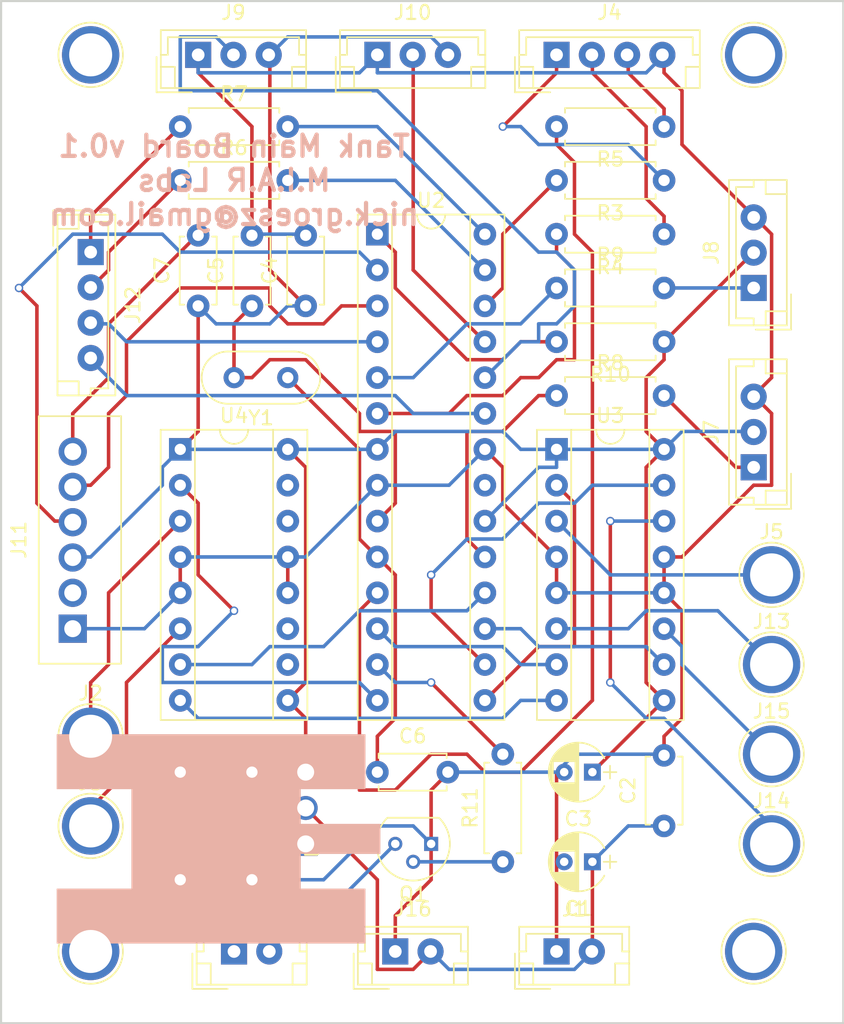
<source format=kicad_pcb>
(kicad_pcb (version 4) (host pcbnew 4.0.7-e2-6376~58~ubuntu17.04.1)

  (general
    (links 92)
    (no_connects 0)
    (area 170.104999 71.044999 229.945001 143.585001)
    (thickness 1.6)
    (drawings 6)
    (tracks 360)
    (zones 0)
    (modules 45)
    (nets 51)
  )

  (page A4)
  (layers
    (0 F.Cu signal)
    (31 B.Cu signal)
    (32 B.Adhes user)
    (33 F.Adhes user)
    (34 B.Paste user)
    (35 F.Paste user)
    (36 B.SilkS user)
    (37 F.SilkS user)
    (38 B.Mask user)
    (39 F.Mask user)
    (40 Dwgs.User user)
    (41 Cmts.User user)
    (42 Eco1.User user)
    (43 Eco2.User user)
    (44 Edge.Cuts user)
    (45 Margin user)
    (46 B.CrtYd user)
    (47 F.CrtYd user)
    (48 B.Fab user)
    (49 F.Fab user)
  )

  (setup
    (last_trace_width 0.25)
    (trace_clearance 0.2)
    (zone_clearance 0.508)
    (zone_45_only no)
    (trace_min 0.2)
    (segment_width 0.2)
    (edge_width 0.15)
    (via_size 0.6)
    (via_drill 0.4)
    (via_min_size 0.4)
    (via_min_drill 0.3)
    (uvia_size 0.3)
    (uvia_drill 0.1)
    (uvias_allowed no)
    (uvia_min_size 0.2)
    (uvia_min_drill 0.1)
    (pcb_text_width 0.3)
    (pcb_text_size 1.5 1.5)
    (mod_edge_width 0.15)
    (mod_text_size 1 1)
    (mod_text_width 0.15)
    (pad_size 1.524 1.524)
    (pad_drill 0.762)
    (pad_to_mask_clearance 0.2)
    (aux_axis_origin 0 0)
    (visible_elements FFFFFF7F)
    (pcbplotparams
      (layerselection 0x00030_80000001)
      (usegerberextensions false)
      (excludeedgelayer true)
      (linewidth 0.100000)
      (plotframeref false)
      (viasonmask false)
      (mode 1)
      (useauxorigin false)
      (hpglpennumber 1)
      (hpglpenspeed 20)
      (hpglpendiameter 15)
      (hpglpenoverlay 2)
      (psnegative false)
      (psa4output false)
      (plotreference true)
      (plotvalue true)
      (plotinvisibletext false)
      (padsonsilk false)
      (subtractmaskfromsilk false)
      (outputformat 1)
      (mirror false)
      (drillshape 1)
      (scaleselection 1)
      (outputdirectory ""))
  )

  (net 0 "")
  (net 1 "Net-(C1-Pad1)")
  (net 2 GND)
  (net 3 4.5V)
  (net 4 "Net-(C5-Pad1)")
  (net 5 "Net-(C6-Pad1)")
  (net 6 "Net-(C7-Pad2)")
  (net 7 "Net-(J2-Pad1)")
  (net 8 "Net-(J3-Pad1)")
  (net 9 "Net-(J4-Pad1)")
  (net 10 "Net-(J4-Pad2)")
  (net 11 "Net-(J4-Pad3)")
  (net 12 "Net-(J5-Pad1)")
  (net 13 "Net-(J6-Pad2)")
  (net 14 TurretCal)
  (net 15 TurretEnc)
  (net 16 Sonar1)
  (net 17 Sonar2)
  (net 18 "Net-(J11-Pad2)")
  (net 19 "Net-(J11-Pad4)")
  (net 20 "Net-(J11-Pad5)")
  (net 21 SLC)
  (net 22 SDA)
  (net 23 Rx)
  (net 24 Tx)
  (net 25 "Net-(J13-Pad1)")
  (net 26 "Net-(J14-Pad1)")
  (net 27 "Net-(J15-Pad1)")
  (net 28 5V)
  (net 29 "Net-(Q1-Pad2)")
  (net 30 "Net-(R1-Pad1)")
  (net 31 LED1)
  (net 32 LED2)
  (net 33 LED3)
  (net 34 "Net-(R6-Pad2)")
  (net 35 "Net-(R7-Pad2)")
  (net 36 "Net-(R8-Pad1)")
  (net 37 "Net-(R9-Pad1)")
  (net 38 "Net-(R10-Pad2)")
  (net 39 Speaker)
  (net 40 M0-)
  (net 41 M1+)
  (net 42 M1-)
  (net 43 M2-)
  (net 44 "Net-(U2-Pad21)")
  (net 45 M0+)
  (net 46 M2+)
  (net 47 "Net-(U4-Pad10)")
  (net 48 "Net-(U4-Pad11)")
  (net 49 "Net-(U4-Pad14)")
  (net 50 "Net-(U4-Pad15)")

  (net_class Default "This is the default net class."
    (clearance 0.2)
    (trace_width 0.25)
    (via_dia 0.6)
    (via_drill 0.4)
    (uvia_dia 0.3)
    (uvia_drill 0.1)
    (add_net 4.5V)
    (add_net GND)
    (add_net LED1)
    (add_net LED2)
    (add_net LED3)
    (add_net "Net-(C1-Pad1)")
    (add_net "Net-(C5-Pad1)")
    (add_net "Net-(C6-Pad1)")
    (add_net "Net-(C7-Pad2)")
    (add_net "Net-(J11-Pad2)")
    (add_net "Net-(J11-Pad4)")
    (add_net "Net-(J11-Pad5)")
    (add_net "Net-(J13-Pad1)")
    (add_net "Net-(J14-Pad1)")
    (add_net "Net-(J15-Pad1)")
    (add_net "Net-(J2-Pad1)")
    (add_net "Net-(J3-Pad1)")
    (add_net "Net-(J4-Pad1)")
    (add_net "Net-(J4-Pad2)")
    (add_net "Net-(J4-Pad3)")
    (add_net "Net-(J5-Pad1)")
    (add_net "Net-(J6-Pad2)")
    (add_net "Net-(Q1-Pad2)")
    (add_net "Net-(R1-Pad1)")
    (add_net "Net-(R10-Pad2)")
    (add_net "Net-(R6-Pad2)")
    (add_net "Net-(R7-Pad2)")
    (add_net "Net-(R8-Pad1)")
    (add_net "Net-(R9-Pad1)")
    (add_net "Net-(U2-Pad21)")
    (add_net "Net-(U4-Pad10)")
    (add_net "Net-(U4-Pad11)")
    (add_net "Net-(U4-Pad14)")
    (add_net "Net-(U4-Pad15)")
    (add_net Rx)
    (add_net SDA)
    (add_net SLC)
    (add_net Sonar1)
    (add_net Sonar2)
    (add_net Speaker)
    (add_net TurretCal)
    (add_net TurretEnc)
    (add_net Tx)
  )

  (net_class Motor ""
    (clearance 0.4)
    (trace_width 0.5)
    (via_dia 0.6)
    (via_drill 0.4)
    (uvia_dia 0.3)
    (uvia_drill 0.1)
    (add_net 5V)
    (add_net M0+)
    (add_net M0-)
    (add_net M1+)
    (add_net M1-)
    (add_net M2+)
    (add_net M2-)
  )

  (module Connectors:1pin (layer F.Cu) (tedit 59E4020C) (tstamp 5A3D743E)
    (at 176.53 74.93)
    (descr "module 1 pin (ou trou mecanique de percage)")
    (tags DEV)
    (fp_text reference REF** (at 0 -3.048) (layer F.SilkS) hide
      (effects (font (size 1 1) (thickness 0.15)))
    )
    (fp_text value 1pin (at 0 3) (layer F.Fab)
      (effects (font (size 1 1) (thickness 0.15)))
    )
    (fp_circle (center 0 0) (end 2 0.8) (layer F.Fab) (width 0.1))
    (fp_circle (center 0 0) (end 2.6 0) (layer F.CrtYd) (width 0.05))
    (fp_circle (center 0 0) (end 0 -2.286) (layer F.SilkS) (width 0.12))
    (pad 1 thru_hole circle (at 0 0) (size 4.064 4.064) (drill 3.048) (layers *.Cu *.Mask))
  )

  (module Connectors:1pin (layer F.Cu) (tedit 59E4020C) (tstamp 5A3D7381)
    (at 223.52 74.93)
    (descr "module 1 pin (ou trou mecanique de percage)")
    (tags DEV)
    (fp_text reference REF** (at 0 -3.048) (layer F.SilkS) hide
      (effects (font (size 1 1) (thickness 0.15)))
    )
    (fp_text value 1pin (at 0 3) (layer F.Fab)
      (effects (font (size 1 1) (thickness 0.15)))
    )
    (fp_circle (center 0 0) (end 2 0.8) (layer F.Fab) (width 0.1))
    (fp_circle (center 0 0) (end 2.6 0) (layer F.CrtYd) (width 0.05))
    (fp_circle (center 0 0) (end 0 -2.286) (layer F.SilkS) (width 0.12))
    (pad 1 thru_hole circle (at 0 0) (size 4.064 4.064) (drill 3.048) (layers *.Cu *.Mask))
  )

  (module Connectors:1pin (layer F.Cu) (tedit 59E4020C) (tstamp 5A3D71B5)
    (at 223.52 138.43)
    (descr "module 1 pin (ou trou mecanique de percage)")
    (tags DEV)
    (fp_text reference REF** (at 0 -3.048) (layer F.SilkS) hide
      (effects (font (size 1 1) (thickness 0.15)))
    )
    (fp_text value 1pin (at 0 3) (layer F.Fab)
      (effects (font (size 1 1) (thickness 0.15)))
    )
    (fp_circle (center 0 0) (end 2 0.8) (layer F.Fab) (width 0.1))
    (fp_circle (center 0 0) (end 2.6 0) (layer F.CrtYd) (width 0.05))
    (fp_circle (center 0 0) (end 0 -2.286) (layer F.SilkS) (width 0.12))
    (pad 1 thru_hole circle (at 0 0) (size 4.064 4.064) (drill 3.048) (layers *.Cu *.Mask))
  )

  (module Capacitors_THT:CP_Radial_D4.0mm_P2.00mm (layer F.Cu) (tedit 597BC7C2) (tstamp 59E40863)
    (at 212.09 132.08 180)
    (descr "CP, Radial series, Radial, pin pitch=2.00mm, , diameter=4mm, Electrolytic Capacitor")
    (tags "CP Radial series Radial pin pitch 2.00mm  diameter 4mm Electrolytic Capacitor")
    (path /59DD93A6)
    (fp_text reference C1 (at 1 -3.31 180) (layer F.SilkS)
      (effects (font (size 1 1) (thickness 0.15)))
    )
    (fp_text value CP1 (at 1 3.31 180) (layer F.Fab)
      (effects (font (size 1 1) (thickness 0.15)))
    )
    (fp_arc (start 1 0) (end -0.845996 -0.98) (angle 124.1) (layer F.SilkS) (width 0.12))
    (fp_arc (start 1 0) (end -0.845996 0.98) (angle -124.1) (layer F.SilkS) (width 0.12))
    (fp_arc (start 1 0) (end 2.845996 -0.98) (angle 55.9) (layer F.SilkS) (width 0.12))
    (fp_circle (center 1 0) (end 3 0) (layer F.Fab) (width 0.1))
    (fp_line (start -1.7 0) (end -0.8 0) (layer F.Fab) (width 0.1))
    (fp_line (start -1.25 -0.45) (end -1.25 0.45) (layer F.Fab) (width 0.1))
    (fp_line (start 1 -2.05) (end 1 2.05) (layer F.SilkS) (width 0.12))
    (fp_line (start 1.04 -2.05) (end 1.04 2.05) (layer F.SilkS) (width 0.12))
    (fp_line (start 1.08 -2.049) (end 1.08 2.049) (layer F.SilkS) (width 0.12))
    (fp_line (start 1.12 -2.047) (end 1.12 2.047) (layer F.SilkS) (width 0.12))
    (fp_line (start 1.16 -2.044) (end 1.16 2.044) (layer F.SilkS) (width 0.12))
    (fp_line (start 1.2 -2.041) (end 1.2 2.041) (layer F.SilkS) (width 0.12))
    (fp_line (start 1.24 -2.037) (end 1.24 -0.78) (layer F.SilkS) (width 0.12))
    (fp_line (start 1.24 0.78) (end 1.24 2.037) (layer F.SilkS) (width 0.12))
    (fp_line (start 1.28 -2.032) (end 1.28 -0.78) (layer F.SilkS) (width 0.12))
    (fp_line (start 1.28 0.78) (end 1.28 2.032) (layer F.SilkS) (width 0.12))
    (fp_line (start 1.32 -2.026) (end 1.32 -0.78) (layer F.SilkS) (width 0.12))
    (fp_line (start 1.32 0.78) (end 1.32 2.026) (layer F.SilkS) (width 0.12))
    (fp_line (start 1.36 -2.019) (end 1.36 -0.78) (layer F.SilkS) (width 0.12))
    (fp_line (start 1.36 0.78) (end 1.36 2.019) (layer F.SilkS) (width 0.12))
    (fp_line (start 1.4 -2.012) (end 1.4 -0.78) (layer F.SilkS) (width 0.12))
    (fp_line (start 1.4 0.78) (end 1.4 2.012) (layer F.SilkS) (width 0.12))
    (fp_line (start 1.44 -2.004) (end 1.44 -0.78) (layer F.SilkS) (width 0.12))
    (fp_line (start 1.44 0.78) (end 1.44 2.004) (layer F.SilkS) (width 0.12))
    (fp_line (start 1.48 -1.995) (end 1.48 -0.78) (layer F.SilkS) (width 0.12))
    (fp_line (start 1.48 0.78) (end 1.48 1.995) (layer F.SilkS) (width 0.12))
    (fp_line (start 1.52 -1.985) (end 1.52 -0.78) (layer F.SilkS) (width 0.12))
    (fp_line (start 1.52 0.78) (end 1.52 1.985) (layer F.SilkS) (width 0.12))
    (fp_line (start 1.56 -1.974) (end 1.56 -0.78) (layer F.SilkS) (width 0.12))
    (fp_line (start 1.56 0.78) (end 1.56 1.974) (layer F.SilkS) (width 0.12))
    (fp_line (start 1.6 -1.963) (end 1.6 -0.78) (layer F.SilkS) (width 0.12))
    (fp_line (start 1.6 0.78) (end 1.6 1.963) (layer F.SilkS) (width 0.12))
    (fp_line (start 1.64 -1.95) (end 1.64 -0.78) (layer F.SilkS) (width 0.12))
    (fp_line (start 1.64 0.78) (end 1.64 1.95) (layer F.SilkS) (width 0.12))
    (fp_line (start 1.68 -1.937) (end 1.68 -0.78) (layer F.SilkS) (width 0.12))
    (fp_line (start 1.68 0.78) (end 1.68 1.937) (layer F.SilkS) (width 0.12))
    (fp_line (start 1.721 -1.923) (end 1.721 -0.78) (layer F.SilkS) (width 0.12))
    (fp_line (start 1.721 0.78) (end 1.721 1.923) (layer F.SilkS) (width 0.12))
    (fp_line (start 1.761 -1.907) (end 1.761 -0.78) (layer F.SilkS) (width 0.12))
    (fp_line (start 1.761 0.78) (end 1.761 1.907) (layer F.SilkS) (width 0.12))
    (fp_line (start 1.801 -1.891) (end 1.801 -0.78) (layer F.SilkS) (width 0.12))
    (fp_line (start 1.801 0.78) (end 1.801 1.891) (layer F.SilkS) (width 0.12))
    (fp_line (start 1.841 -1.874) (end 1.841 -0.78) (layer F.SilkS) (width 0.12))
    (fp_line (start 1.841 0.78) (end 1.841 1.874) (layer F.SilkS) (width 0.12))
    (fp_line (start 1.881 -1.856) (end 1.881 -0.78) (layer F.SilkS) (width 0.12))
    (fp_line (start 1.881 0.78) (end 1.881 1.856) (layer F.SilkS) (width 0.12))
    (fp_line (start 1.921 -1.837) (end 1.921 -0.78) (layer F.SilkS) (width 0.12))
    (fp_line (start 1.921 0.78) (end 1.921 1.837) (layer F.SilkS) (width 0.12))
    (fp_line (start 1.961 -1.817) (end 1.961 -0.78) (layer F.SilkS) (width 0.12))
    (fp_line (start 1.961 0.78) (end 1.961 1.817) (layer F.SilkS) (width 0.12))
    (fp_line (start 2.001 -1.796) (end 2.001 -0.78) (layer F.SilkS) (width 0.12))
    (fp_line (start 2.001 0.78) (end 2.001 1.796) (layer F.SilkS) (width 0.12))
    (fp_line (start 2.041 -1.773) (end 2.041 -0.78) (layer F.SilkS) (width 0.12))
    (fp_line (start 2.041 0.78) (end 2.041 1.773) (layer F.SilkS) (width 0.12))
    (fp_line (start 2.081 -1.75) (end 2.081 -0.78) (layer F.SilkS) (width 0.12))
    (fp_line (start 2.081 0.78) (end 2.081 1.75) (layer F.SilkS) (width 0.12))
    (fp_line (start 2.121 -1.725) (end 2.121 -0.78) (layer F.SilkS) (width 0.12))
    (fp_line (start 2.121 0.78) (end 2.121 1.725) (layer F.SilkS) (width 0.12))
    (fp_line (start 2.161 -1.699) (end 2.161 -0.78) (layer F.SilkS) (width 0.12))
    (fp_line (start 2.161 0.78) (end 2.161 1.699) (layer F.SilkS) (width 0.12))
    (fp_line (start 2.201 -1.672) (end 2.201 -0.78) (layer F.SilkS) (width 0.12))
    (fp_line (start 2.201 0.78) (end 2.201 1.672) (layer F.SilkS) (width 0.12))
    (fp_line (start 2.241 -1.643) (end 2.241 -0.78) (layer F.SilkS) (width 0.12))
    (fp_line (start 2.241 0.78) (end 2.241 1.643) (layer F.SilkS) (width 0.12))
    (fp_line (start 2.281 -1.613) (end 2.281 -0.78) (layer F.SilkS) (width 0.12))
    (fp_line (start 2.281 0.78) (end 2.281 1.613) (layer F.SilkS) (width 0.12))
    (fp_line (start 2.321 -1.581) (end 2.321 -0.78) (layer F.SilkS) (width 0.12))
    (fp_line (start 2.321 0.78) (end 2.321 1.581) (layer F.SilkS) (width 0.12))
    (fp_line (start 2.361 -1.547) (end 2.361 -0.78) (layer F.SilkS) (width 0.12))
    (fp_line (start 2.361 0.78) (end 2.361 1.547) (layer F.SilkS) (width 0.12))
    (fp_line (start 2.401 -1.512) (end 2.401 -0.78) (layer F.SilkS) (width 0.12))
    (fp_line (start 2.401 0.78) (end 2.401 1.512) (layer F.SilkS) (width 0.12))
    (fp_line (start 2.441 -1.475) (end 2.441 -0.78) (layer F.SilkS) (width 0.12))
    (fp_line (start 2.441 0.78) (end 2.441 1.475) (layer F.SilkS) (width 0.12))
    (fp_line (start 2.481 -1.436) (end 2.481 -0.78) (layer F.SilkS) (width 0.12))
    (fp_line (start 2.481 0.78) (end 2.481 1.436) (layer F.SilkS) (width 0.12))
    (fp_line (start 2.521 -1.395) (end 2.521 -0.78) (layer F.SilkS) (width 0.12))
    (fp_line (start 2.521 0.78) (end 2.521 1.395) (layer F.SilkS) (width 0.12))
    (fp_line (start 2.561 -1.351) (end 2.561 -0.78) (layer F.SilkS) (width 0.12))
    (fp_line (start 2.561 0.78) (end 2.561 1.351) (layer F.SilkS) (width 0.12))
    (fp_line (start 2.601 -1.305) (end 2.601 -0.78) (layer F.SilkS) (width 0.12))
    (fp_line (start 2.601 0.78) (end 2.601 1.305) (layer F.SilkS) (width 0.12))
    (fp_line (start 2.641 -1.256) (end 2.641 -0.78) (layer F.SilkS) (width 0.12))
    (fp_line (start 2.641 0.78) (end 2.641 1.256) (layer F.SilkS) (width 0.12))
    (fp_line (start 2.681 -1.204) (end 2.681 -0.78) (layer F.SilkS) (width 0.12))
    (fp_line (start 2.681 0.78) (end 2.681 1.204) (layer F.SilkS) (width 0.12))
    (fp_line (start 2.721 -1.148) (end 2.721 -0.78) (layer F.SilkS) (width 0.12))
    (fp_line (start 2.721 0.78) (end 2.721 1.148) (layer F.SilkS) (width 0.12))
    (fp_line (start 2.761 -1.088) (end 2.761 -0.78) (layer F.SilkS) (width 0.12))
    (fp_line (start 2.761 0.78) (end 2.761 1.088) (layer F.SilkS) (width 0.12))
    (fp_line (start 2.801 -1.023) (end 2.801 1.023) (layer F.SilkS) (width 0.12))
    (fp_line (start 2.841 -0.952) (end 2.841 0.952) (layer F.SilkS) (width 0.12))
    (fp_line (start 2.881 -0.874) (end 2.881 0.874) (layer F.SilkS) (width 0.12))
    (fp_line (start 2.921 -0.786) (end 2.921 0.786) (layer F.SilkS) (width 0.12))
    (fp_line (start 2.961 -0.686) (end 2.961 0.686) (layer F.SilkS) (width 0.12))
    (fp_line (start 3.001 -0.567) (end 3.001 0.567) (layer F.SilkS) (width 0.12))
    (fp_line (start 3.041 -0.415) (end 3.041 0.415) (layer F.SilkS) (width 0.12))
    (fp_line (start 3.081 -0.165) (end 3.081 0.165) (layer F.SilkS) (width 0.12))
    (fp_line (start -1.7 0) (end -0.8 0) (layer F.SilkS) (width 0.12))
    (fp_line (start -1.25 -0.45) (end -1.25 0.45) (layer F.SilkS) (width 0.12))
    (fp_line (start -1.35 -2.35) (end -1.35 2.35) (layer F.CrtYd) (width 0.05))
    (fp_line (start -1.35 2.35) (end 3.35 2.35) (layer F.CrtYd) (width 0.05))
    (fp_line (start 3.35 2.35) (end 3.35 -2.35) (layer F.CrtYd) (width 0.05))
    (fp_line (start 3.35 -2.35) (end -1.35 -2.35) (layer F.CrtYd) (width 0.05))
    (fp_text user %R (at 1 0 180) (layer F.Fab)
      (effects (font (size 1 1) (thickness 0.15)))
    )
    (pad 1 thru_hole rect (at 0 0 180) (size 1.2 1.2) (drill 0.6) (layers *.Cu *.Mask)
      (net 1 "Net-(C1-Pad1)"))
    (pad 2 thru_hole circle (at 2 0 180) (size 1.2 1.2) (drill 0.6) (layers *.Cu *.Mask)
      (net 2 GND))
    (model ${KISYS3DMOD}/Capacitors_THT.3dshapes/CP_Radial_D4.0mm_P2.00mm.wrl
      (at (xyz 0 0 0))
      (scale (xyz 1 1 1))
      (rotate (xyz 0 0 0))
    )
  )

  (module Capacitors_THT:C_Disc_D4.7mm_W2.5mm_P5.00mm (layer F.Cu) (tedit 597BC7C2) (tstamp 59E40869)
    (at 217.17 129.54 90)
    (descr "C, Disc series, Radial, pin pitch=5.00mm, , diameter*width=4.7*2.5mm^2, Capacitor, http://www.vishay.com/docs/45233/krseries.pdf")
    (tags "C Disc series Radial pin pitch 5.00mm  diameter 4.7mm width 2.5mm Capacitor")
    (path /59DD953D)
    (fp_text reference C2 (at 2.5 -2.56 90) (layer F.SilkS)
      (effects (font (size 1 1) (thickness 0.15)))
    )
    (fp_text value C2 (at 2.5 2.56 90) (layer F.Fab)
      (effects (font (size 1 1) (thickness 0.15)))
    )
    (fp_line (start 0.15 -1.25) (end 0.15 1.25) (layer F.Fab) (width 0.1))
    (fp_line (start 0.15 1.25) (end 4.85 1.25) (layer F.Fab) (width 0.1))
    (fp_line (start 4.85 1.25) (end 4.85 -1.25) (layer F.Fab) (width 0.1))
    (fp_line (start 4.85 -1.25) (end 0.15 -1.25) (layer F.Fab) (width 0.1))
    (fp_line (start 0.09 -1.31) (end 4.91 -1.31) (layer F.SilkS) (width 0.12))
    (fp_line (start 0.09 1.31) (end 4.91 1.31) (layer F.SilkS) (width 0.12))
    (fp_line (start 0.09 -1.31) (end 0.09 -0.996) (layer F.SilkS) (width 0.12))
    (fp_line (start 0.09 0.996) (end 0.09 1.31) (layer F.SilkS) (width 0.12))
    (fp_line (start 4.91 -1.31) (end 4.91 -0.996) (layer F.SilkS) (width 0.12))
    (fp_line (start 4.91 0.996) (end 4.91 1.31) (layer F.SilkS) (width 0.12))
    (fp_line (start -1.05 -1.6) (end -1.05 1.6) (layer F.CrtYd) (width 0.05))
    (fp_line (start -1.05 1.6) (end 6.05 1.6) (layer F.CrtYd) (width 0.05))
    (fp_line (start 6.05 1.6) (end 6.05 -1.6) (layer F.CrtYd) (width 0.05))
    (fp_line (start 6.05 -1.6) (end -1.05 -1.6) (layer F.CrtYd) (width 0.05))
    (fp_text user %R (at 2.5 0 90) (layer F.Fab)
      (effects (font (size 1 1) (thickness 0.15)))
    )
    (pad 1 thru_hole circle (at 0 0 90) (size 1.6 1.6) (drill 0.8) (layers *.Cu *.Mask)
      (net 1 "Net-(C1-Pad1)"))
    (pad 2 thru_hole circle (at 5 0 90) (size 1.6 1.6) (drill 0.8) (layers *.Cu *.Mask)
      (net 2 GND))
    (model ${KISYS3DMOD}/Capacitors_THT.3dshapes/C_Disc_D4.7mm_W2.5mm_P5.00mm.wrl
      (at (xyz 0 0 0))
      (scale (xyz 1 1 1))
      (rotate (xyz 0 0 0))
    )
  )

  (module Capacitors_THT:CP_Radial_D4.0mm_P2.00mm (layer F.Cu) (tedit 597BC7C2) (tstamp 59E4086F)
    (at 212.09 125.73 180)
    (descr "CP, Radial series, Radial, pin pitch=2.00mm, , diameter=4mm, Electrolytic Capacitor")
    (tags "CP Radial series Radial pin pitch 2.00mm  diameter 4mm Electrolytic Capacitor")
    (path /59DD96F4)
    (fp_text reference C3 (at 1 -3.31 180) (layer F.SilkS)
      (effects (font (size 1 1) (thickness 0.15)))
    )
    (fp_text value CP3 (at 1 3.31 180) (layer F.Fab)
      (effects (font (size 1 1) (thickness 0.15)))
    )
    (fp_arc (start 1 0) (end -0.845996 -0.98) (angle 124.1) (layer F.SilkS) (width 0.12))
    (fp_arc (start 1 0) (end -0.845996 0.98) (angle -124.1) (layer F.SilkS) (width 0.12))
    (fp_arc (start 1 0) (end 2.845996 -0.98) (angle 55.9) (layer F.SilkS) (width 0.12))
    (fp_circle (center 1 0) (end 3 0) (layer F.Fab) (width 0.1))
    (fp_line (start -1.7 0) (end -0.8 0) (layer F.Fab) (width 0.1))
    (fp_line (start -1.25 -0.45) (end -1.25 0.45) (layer F.Fab) (width 0.1))
    (fp_line (start 1 -2.05) (end 1 2.05) (layer F.SilkS) (width 0.12))
    (fp_line (start 1.04 -2.05) (end 1.04 2.05) (layer F.SilkS) (width 0.12))
    (fp_line (start 1.08 -2.049) (end 1.08 2.049) (layer F.SilkS) (width 0.12))
    (fp_line (start 1.12 -2.047) (end 1.12 2.047) (layer F.SilkS) (width 0.12))
    (fp_line (start 1.16 -2.044) (end 1.16 2.044) (layer F.SilkS) (width 0.12))
    (fp_line (start 1.2 -2.041) (end 1.2 2.041) (layer F.SilkS) (width 0.12))
    (fp_line (start 1.24 -2.037) (end 1.24 -0.78) (layer F.SilkS) (width 0.12))
    (fp_line (start 1.24 0.78) (end 1.24 2.037) (layer F.SilkS) (width 0.12))
    (fp_line (start 1.28 -2.032) (end 1.28 -0.78) (layer F.SilkS) (width 0.12))
    (fp_line (start 1.28 0.78) (end 1.28 2.032) (layer F.SilkS) (width 0.12))
    (fp_line (start 1.32 -2.026) (end 1.32 -0.78) (layer F.SilkS) (width 0.12))
    (fp_line (start 1.32 0.78) (end 1.32 2.026) (layer F.SilkS) (width 0.12))
    (fp_line (start 1.36 -2.019) (end 1.36 -0.78) (layer F.SilkS) (width 0.12))
    (fp_line (start 1.36 0.78) (end 1.36 2.019) (layer F.SilkS) (width 0.12))
    (fp_line (start 1.4 -2.012) (end 1.4 -0.78) (layer F.SilkS) (width 0.12))
    (fp_line (start 1.4 0.78) (end 1.4 2.012) (layer F.SilkS) (width 0.12))
    (fp_line (start 1.44 -2.004) (end 1.44 -0.78) (layer F.SilkS) (width 0.12))
    (fp_line (start 1.44 0.78) (end 1.44 2.004) (layer F.SilkS) (width 0.12))
    (fp_line (start 1.48 -1.995) (end 1.48 -0.78) (layer F.SilkS) (width 0.12))
    (fp_line (start 1.48 0.78) (end 1.48 1.995) (layer F.SilkS) (width 0.12))
    (fp_line (start 1.52 -1.985) (end 1.52 -0.78) (layer F.SilkS) (width 0.12))
    (fp_line (start 1.52 0.78) (end 1.52 1.985) (layer F.SilkS) (width 0.12))
    (fp_line (start 1.56 -1.974) (end 1.56 -0.78) (layer F.SilkS) (width 0.12))
    (fp_line (start 1.56 0.78) (end 1.56 1.974) (layer F.SilkS) (width 0.12))
    (fp_line (start 1.6 -1.963) (end 1.6 -0.78) (layer F.SilkS) (width 0.12))
    (fp_line (start 1.6 0.78) (end 1.6 1.963) (layer F.SilkS) (width 0.12))
    (fp_line (start 1.64 -1.95) (end 1.64 -0.78) (layer F.SilkS) (width 0.12))
    (fp_line (start 1.64 0.78) (end 1.64 1.95) (layer F.SilkS) (width 0.12))
    (fp_line (start 1.68 -1.937) (end 1.68 -0.78) (layer F.SilkS) (width 0.12))
    (fp_line (start 1.68 0.78) (end 1.68 1.937) (layer F.SilkS) (width 0.12))
    (fp_line (start 1.721 -1.923) (end 1.721 -0.78) (layer F.SilkS) (width 0.12))
    (fp_line (start 1.721 0.78) (end 1.721 1.923) (layer F.SilkS) (width 0.12))
    (fp_line (start 1.761 -1.907) (end 1.761 -0.78) (layer F.SilkS) (width 0.12))
    (fp_line (start 1.761 0.78) (end 1.761 1.907) (layer F.SilkS) (width 0.12))
    (fp_line (start 1.801 -1.891) (end 1.801 -0.78) (layer F.SilkS) (width 0.12))
    (fp_line (start 1.801 0.78) (end 1.801 1.891) (layer F.SilkS) (width 0.12))
    (fp_line (start 1.841 -1.874) (end 1.841 -0.78) (layer F.SilkS) (width 0.12))
    (fp_line (start 1.841 0.78) (end 1.841 1.874) (layer F.SilkS) (width 0.12))
    (fp_line (start 1.881 -1.856) (end 1.881 -0.78) (layer F.SilkS) (width 0.12))
    (fp_line (start 1.881 0.78) (end 1.881 1.856) (layer F.SilkS) (width 0.12))
    (fp_line (start 1.921 -1.837) (end 1.921 -0.78) (layer F.SilkS) (width 0.12))
    (fp_line (start 1.921 0.78) (end 1.921 1.837) (layer F.SilkS) (width 0.12))
    (fp_line (start 1.961 -1.817) (end 1.961 -0.78) (layer F.SilkS) (width 0.12))
    (fp_line (start 1.961 0.78) (end 1.961 1.817) (layer F.SilkS) (width 0.12))
    (fp_line (start 2.001 -1.796) (end 2.001 -0.78) (layer F.SilkS) (width 0.12))
    (fp_line (start 2.001 0.78) (end 2.001 1.796) (layer F.SilkS) (width 0.12))
    (fp_line (start 2.041 -1.773) (end 2.041 -0.78) (layer F.SilkS) (width 0.12))
    (fp_line (start 2.041 0.78) (end 2.041 1.773) (layer F.SilkS) (width 0.12))
    (fp_line (start 2.081 -1.75) (end 2.081 -0.78) (layer F.SilkS) (width 0.12))
    (fp_line (start 2.081 0.78) (end 2.081 1.75) (layer F.SilkS) (width 0.12))
    (fp_line (start 2.121 -1.725) (end 2.121 -0.78) (layer F.SilkS) (width 0.12))
    (fp_line (start 2.121 0.78) (end 2.121 1.725) (layer F.SilkS) (width 0.12))
    (fp_line (start 2.161 -1.699) (end 2.161 -0.78) (layer F.SilkS) (width 0.12))
    (fp_line (start 2.161 0.78) (end 2.161 1.699) (layer F.SilkS) (width 0.12))
    (fp_line (start 2.201 -1.672) (end 2.201 -0.78) (layer F.SilkS) (width 0.12))
    (fp_line (start 2.201 0.78) (end 2.201 1.672) (layer F.SilkS) (width 0.12))
    (fp_line (start 2.241 -1.643) (end 2.241 -0.78) (layer F.SilkS) (width 0.12))
    (fp_line (start 2.241 0.78) (end 2.241 1.643) (layer F.SilkS) (width 0.12))
    (fp_line (start 2.281 -1.613) (end 2.281 -0.78) (layer F.SilkS) (width 0.12))
    (fp_line (start 2.281 0.78) (end 2.281 1.613) (layer F.SilkS) (width 0.12))
    (fp_line (start 2.321 -1.581) (end 2.321 -0.78) (layer F.SilkS) (width 0.12))
    (fp_line (start 2.321 0.78) (end 2.321 1.581) (layer F.SilkS) (width 0.12))
    (fp_line (start 2.361 -1.547) (end 2.361 -0.78) (layer F.SilkS) (width 0.12))
    (fp_line (start 2.361 0.78) (end 2.361 1.547) (layer F.SilkS) (width 0.12))
    (fp_line (start 2.401 -1.512) (end 2.401 -0.78) (layer F.SilkS) (width 0.12))
    (fp_line (start 2.401 0.78) (end 2.401 1.512) (layer F.SilkS) (width 0.12))
    (fp_line (start 2.441 -1.475) (end 2.441 -0.78) (layer F.SilkS) (width 0.12))
    (fp_line (start 2.441 0.78) (end 2.441 1.475) (layer F.SilkS) (width 0.12))
    (fp_line (start 2.481 -1.436) (end 2.481 -0.78) (layer F.SilkS) (width 0.12))
    (fp_line (start 2.481 0.78) (end 2.481 1.436) (layer F.SilkS) (width 0.12))
    (fp_line (start 2.521 -1.395) (end 2.521 -0.78) (layer F.SilkS) (width 0.12))
    (fp_line (start 2.521 0.78) (end 2.521 1.395) (layer F.SilkS) (width 0.12))
    (fp_line (start 2.561 -1.351) (end 2.561 -0.78) (layer F.SilkS) (width 0.12))
    (fp_line (start 2.561 0.78) (end 2.561 1.351) (layer F.SilkS) (width 0.12))
    (fp_line (start 2.601 -1.305) (end 2.601 -0.78) (layer F.SilkS) (width 0.12))
    (fp_line (start 2.601 0.78) (end 2.601 1.305) (layer F.SilkS) (width 0.12))
    (fp_line (start 2.641 -1.256) (end 2.641 -0.78) (layer F.SilkS) (width 0.12))
    (fp_line (start 2.641 0.78) (end 2.641 1.256) (layer F.SilkS) (width 0.12))
    (fp_line (start 2.681 -1.204) (end 2.681 -0.78) (layer F.SilkS) (width 0.12))
    (fp_line (start 2.681 0.78) (end 2.681 1.204) (layer F.SilkS) (width 0.12))
    (fp_line (start 2.721 -1.148) (end 2.721 -0.78) (layer F.SilkS) (width 0.12))
    (fp_line (start 2.721 0.78) (end 2.721 1.148) (layer F.SilkS) (width 0.12))
    (fp_line (start 2.761 -1.088) (end 2.761 -0.78) (layer F.SilkS) (width 0.12))
    (fp_line (start 2.761 0.78) (end 2.761 1.088) (layer F.SilkS) (width 0.12))
    (fp_line (start 2.801 -1.023) (end 2.801 1.023) (layer F.SilkS) (width 0.12))
    (fp_line (start 2.841 -0.952) (end 2.841 0.952) (layer F.SilkS) (width 0.12))
    (fp_line (start 2.881 -0.874) (end 2.881 0.874) (layer F.SilkS) (width 0.12))
    (fp_line (start 2.921 -0.786) (end 2.921 0.786) (layer F.SilkS) (width 0.12))
    (fp_line (start 2.961 -0.686) (end 2.961 0.686) (layer F.SilkS) (width 0.12))
    (fp_line (start 3.001 -0.567) (end 3.001 0.567) (layer F.SilkS) (width 0.12))
    (fp_line (start 3.041 -0.415) (end 3.041 0.415) (layer F.SilkS) (width 0.12))
    (fp_line (start 3.081 -0.165) (end 3.081 0.165) (layer F.SilkS) (width 0.12))
    (fp_line (start -1.7 0) (end -0.8 0) (layer F.SilkS) (width 0.12))
    (fp_line (start -1.25 -0.45) (end -1.25 0.45) (layer F.SilkS) (width 0.12))
    (fp_line (start -1.35 -2.35) (end -1.35 2.35) (layer F.CrtYd) (width 0.05))
    (fp_line (start -1.35 2.35) (end 3.35 2.35) (layer F.CrtYd) (width 0.05))
    (fp_line (start 3.35 2.35) (end 3.35 -2.35) (layer F.CrtYd) (width 0.05))
    (fp_line (start 3.35 -2.35) (end -1.35 -2.35) (layer F.CrtYd) (width 0.05))
    (fp_text user %R (at 1 0 180) (layer F.Fab)
      (effects (font (size 1 1) (thickness 0.15)))
    )
    (pad 1 thru_hole rect (at 0 0 180) (size 1.2 1.2) (drill 0.6) (layers *.Cu *.Mask)
      (net 3 4.5V))
    (pad 2 thru_hole circle (at 2 0 180) (size 1.2 1.2) (drill 0.6) (layers *.Cu *.Mask)
      (net 2 GND))
    (model ${KISYS3DMOD}/Capacitors_THT.3dshapes/CP_Radial_D4.0mm_P2.00mm.wrl
      (at (xyz 0 0 0))
      (scale (xyz 1 1 1))
      (rotate (xyz 0 0 0))
    )
  )

  (module Capacitors_THT:C_Disc_D4.7mm_W2.5mm_P5.00mm (layer F.Cu) (tedit 597BC7C2) (tstamp 59E40875)
    (at 191.77 92.71 90)
    (descr "C, Disc series, Radial, pin pitch=5.00mm, , diameter*width=4.7*2.5mm^2, Capacitor, http://www.vishay.com/docs/45233/krseries.pdf")
    (tags "C Disc series Radial pin pitch 5.00mm  diameter 4.7mm width 2.5mm Capacitor")
    (path /59DDAF03)
    (fp_text reference C4 (at 2.5 -2.56 90) (layer F.SilkS)
      (effects (font (size 1 1) (thickness 0.15)))
    )
    (fp_text value C4 (at 2.5 2.56 90) (layer F.Fab)
      (effects (font (size 1 1) (thickness 0.15)))
    )
    (fp_line (start 0.15 -1.25) (end 0.15 1.25) (layer F.Fab) (width 0.1))
    (fp_line (start 0.15 1.25) (end 4.85 1.25) (layer F.Fab) (width 0.1))
    (fp_line (start 4.85 1.25) (end 4.85 -1.25) (layer F.Fab) (width 0.1))
    (fp_line (start 4.85 -1.25) (end 0.15 -1.25) (layer F.Fab) (width 0.1))
    (fp_line (start 0.09 -1.31) (end 4.91 -1.31) (layer F.SilkS) (width 0.12))
    (fp_line (start 0.09 1.31) (end 4.91 1.31) (layer F.SilkS) (width 0.12))
    (fp_line (start 0.09 -1.31) (end 0.09 -0.996) (layer F.SilkS) (width 0.12))
    (fp_line (start 0.09 0.996) (end 0.09 1.31) (layer F.SilkS) (width 0.12))
    (fp_line (start 4.91 -1.31) (end 4.91 -0.996) (layer F.SilkS) (width 0.12))
    (fp_line (start 4.91 0.996) (end 4.91 1.31) (layer F.SilkS) (width 0.12))
    (fp_line (start -1.05 -1.6) (end -1.05 1.6) (layer F.CrtYd) (width 0.05))
    (fp_line (start -1.05 1.6) (end 6.05 1.6) (layer F.CrtYd) (width 0.05))
    (fp_line (start 6.05 1.6) (end 6.05 -1.6) (layer F.CrtYd) (width 0.05))
    (fp_line (start 6.05 -1.6) (end -1.05 -1.6) (layer F.CrtYd) (width 0.05))
    (fp_text user %R (at 2.5 0 90) (layer F.Fab)
      (effects (font (size 1 1) (thickness 0.15)))
    )
    (pad 1 thru_hole circle (at 0 0 90) (size 1.6 1.6) (drill 0.8) (layers *.Cu *.Mask)
      (net 3 4.5V))
    (pad 2 thru_hole circle (at 5 0 90) (size 1.6 1.6) (drill 0.8) (layers *.Cu *.Mask)
      (net 2 GND))
    (model ${KISYS3DMOD}/Capacitors_THT.3dshapes/C_Disc_D4.7mm_W2.5mm_P5.00mm.wrl
      (at (xyz 0 0 0))
      (scale (xyz 1 1 1))
      (rotate (xyz 0 0 0))
    )
  )

  (module Capacitors_THT:C_Disc_D4.7mm_W2.5mm_P5.00mm (layer F.Cu) (tedit 597BC7C2) (tstamp 59E4087B)
    (at 187.96 92.71 90)
    (descr "C, Disc series, Radial, pin pitch=5.00mm, , diameter*width=4.7*2.5mm^2, Capacitor, http://www.vishay.com/docs/45233/krseries.pdf")
    (tags "C Disc series Radial pin pitch 5.00mm  diameter 4.7mm width 2.5mm Capacitor")
    (path /59DDA143)
    (fp_text reference C5 (at 2.5 -2.56 90) (layer F.SilkS)
      (effects (font (size 1 1) (thickness 0.15)))
    )
    (fp_text value C5 (at 2.5 2.56 90) (layer F.Fab)
      (effects (font (size 1 1) (thickness 0.15)))
    )
    (fp_line (start 0.15 -1.25) (end 0.15 1.25) (layer F.Fab) (width 0.1))
    (fp_line (start 0.15 1.25) (end 4.85 1.25) (layer F.Fab) (width 0.1))
    (fp_line (start 4.85 1.25) (end 4.85 -1.25) (layer F.Fab) (width 0.1))
    (fp_line (start 4.85 -1.25) (end 0.15 -1.25) (layer F.Fab) (width 0.1))
    (fp_line (start 0.09 -1.31) (end 4.91 -1.31) (layer F.SilkS) (width 0.12))
    (fp_line (start 0.09 1.31) (end 4.91 1.31) (layer F.SilkS) (width 0.12))
    (fp_line (start 0.09 -1.31) (end 0.09 -0.996) (layer F.SilkS) (width 0.12))
    (fp_line (start 0.09 0.996) (end 0.09 1.31) (layer F.SilkS) (width 0.12))
    (fp_line (start 4.91 -1.31) (end 4.91 -0.996) (layer F.SilkS) (width 0.12))
    (fp_line (start 4.91 0.996) (end 4.91 1.31) (layer F.SilkS) (width 0.12))
    (fp_line (start -1.05 -1.6) (end -1.05 1.6) (layer F.CrtYd) (width 0.05))
    (fp_line (start -1.05 1.6) (end 6.05 1.6) (layer F.CrtYd) (width 0.05))
    (fp_line (start 6.05 1.6) (end 6.05 -1.6) (layer F.CrtYd) (width 0.05))
    (fp_line (start 6.05 -1.6) (end -1.05 -1.6) (layer F.CrtYd) (width 0.05))
    (fp_text user %R (at 2.5 0 90) (layer F.Fab)
      (effects (font (size 1 1) (thickness 0.15)))
    )
    (pad 1 thru_hole circle (at 0 0 90) (size 1.6 1.6) (drill 0.8) (layers *.Cu *.Mask)
      (net 4 "Net-(C5-Pad1)"))
    (pad 2 thru_hole circle (at 5 0 90) (size 1.6 1.6) (drill 0.8) (layers *.Cu *.Mask)
      (net 2 GND))
    (model ${KISYS3DMOD}/Capacitors_THT.3dshapes/C_Disc_D4.7mm_W2.5mm_P5.00mm.wrl
      (at (xyz 0 0 0))
      (scale (xyz 1 1 1))
      (rotate (xyz 0 0 0))
    )
  )

  (module Capacitors_THT:C_Disc_D4.7mm_W2.5mm_P5.00mm (layer F.Cu) (tedit 597BC7C2) (tstamp 59E40881)
    (at 196.85 125.73)
    (descr "C, Disc series, Radial, pin pitch=5.00mm, , diameter*width=4.7*2.5mm^2, Capacitor, http://www.vishay.com/docs/45233/krseries.pdf")
    (tags "C Disc series Radial pin pitch 5.00mm  diameter 4.7mm width 2.5mm Capacitor")
    (path /59DDA0E5)
    (fp_text reference C6 (at 2.5 -2.56) (layer F.SilkS)
      (effects (font (size 1 1) (thickness 0.15)))
    )
    (fp_text value C6 (at 2.5 2.56) (layer F.Fab)
      (effects (font (size 1 1) (thickness 0.15)))
    )
    (fp_line (start 0.15 -1.25) (end 0.15 1.25) (layer F.Fab) (width 0.1))
    (fp_line (start 0.15 1.25) (end 4.85 1.25) (layer F.Fab) (width 0.1))
    (fp_line (start 4.85 1.25) (end 4.85 -1.25) (layer F.Fab) (width 0.1))
    (fp_line (start 4.85 -1.25) (end 0.15 -1.25) (layer F.Fab) (width 0.1))
    (fp_line (start 0.09 -1.31) (end 4.91 -1.31) (layer F.SilkS) (width 0.12))
    (fp_line (start 0.09 1.31) (end 4.91 1.31) (layer F.SilkS) (width 0.12))
    (fp_line (start 0.09 -1.31) (end 0.09 -0.996) (layer F.SilkS) (width 0.12))
    (fp_line (start 0.09 0.996) (end 0.09 1.31) (layer F.SilkS) (width 0.12))
    (fp_line (start 4.91 -1.31) (end 4.91 -0.996) (layer F.SilkS) (width 0.12))
    (fp_line (start 4.91 0.996) (end 4.91 1.31) (layer F.SilkS) (width 0.12))
    (fp_line (start -1.05 -1.6) (end -1.05 1.6) (layer F.CrtYd) (width 0.05))
    (fp_line (start -1.05 1.6) (end 6.05 1.6) (layer F.CrtYd) (width 0.05))
    (fp_line (start 6.05 1.6) (end 6.05 -1.6) (layer F.CrtYd) (width 0.05))
    (fp_line (start 6.05 -1.6) (end -1.05 -1.6) (layer F.CrtYd) (width 0.05))
    (fp_text user %R (at 2.5 0) (layer F.Fab)
      (effects (font (size 1 1) (thickness 0.15)))
    )
    (pad 1 thru_hole circle (at 0 0) (size 1.6 1.6) (drill 0.8) (layers *.Cu *.Mask)
      (net 5 "Net-(C6-Pad1)"))
    (pad 2 thru_hole circle (at 5 0) (size 1.6 1.6) (drill 0.8) (layers *.Cu *.Mask)
      (net 2 GND))
    (model ${KISYS3DMOD}/Capacitors_THT.3dshapes/C_Disc_D4.7mm_W2.5mm_P5.00mm.wrl
      (at (xyz 0 0 0))
      (scale (xyz 1 1 1))
      (rotate (xyz 0 0 0))
    )
  )

  (module Capacitors_THT:C_Disc_D4.7mm_W2.5mm_P5.00mm (layer F.Cu) (tedit 597BC7C2) (tstamp 59E40887)
    (at 184.15 92.71 90)
    (descr "C, Disc series, Radial, pin pitch=5.00mm, , diameter*width=4.7*2.5mm^2, Capacitor, http://www.vishay.com/docs/45233/krseries.pdf")
    (tags "C Disc series Radial pin pitch 5.00mm  diameter 4.7mm width 2.5mm Capacitor")
    (path /59DDFA58)
    (fp_text reference C7 (at 2.5 -2.56 90) (layer F.SilkS)
      (effects (font (size 1 1) (thickness 0.15)))
    )
    (fp_text value C7 (at 2.5 2.56 90) (layer F.Fab)
      (effects (font (size 1 1) (thickness 0.15)))
    )
    (fp_line (start 0.15 -1.25) (end 0.15 1.25) (layer F.Fab) (width 0.1))
    (fp_line (start 0.15 1.25) (end 4.85 1.25) (layer F.Fab) (width 0.1))
    (fp_line (start 4.85 1.25) (end 4.85 -1.25) (layer F.Fab) (width 0.1))
    (fp_line (start 4.85 -1.25) (end 0.15 -1.25) (layer F.Fab) (width 0.1))
    (fp_line (start 0.09 -1.31) (end 4.91 -1.31) (layer F.SilkS) (width 0.12))
    (fp_line (start 0.09 1.31) (end 4.91 1.31) (layer F.SilkS) (width 0.12))
    (fp_line (start 0.09 -1.31) (end 0.09 -0.996) (layer F.SilkS) (width 0.12))
    (fp_line (start 0.09 0.996) (end 0.09 1.31) (layer F.SilkS) (width 0.12))
    (fp_line (start 4.91 -1.31) (end 4.91 -0.996) (layer F.SilkS) (width 0.12))
    (fp_line (start 4.91 0.996) (end 4.91 1.31) (layer F.SilkS) (width 0.12))
    (fp_line (start -1.05 -1.6) (end -1.05 1.6) (layer F.CrtYd) (width 0.05))
    (fp_line (start -1.05 1.6) (end 6.05 1.6) (layer F.CrtYd) (width 0.05))
    (fp_line (start 6.05 1.6) (end 6.05 -1.6) (layer F.CrtYd) (width 0.05))
    (fp_line (start 6.05 -1.6) (end -1.05 -1.6) (layer F.CrtYd) (width 0.05))
    (fp_text user %R (at 2.5 0 90) (layer F.Fab)
      (effects (font (size 1 1) (thickness 0.15)))
    )
    (pad 1 thru_hole circle (at 0 0 90) (size 1.6 1.6) (drill 0.8) (layers *.Cu *.Mask)
      (net 3 4.5V))
    (pad 2 thru_hole circle (at 5 0 90) (size 1.6 1.6) (drill 0.8) (layers *.Cu *.Mask)
      (net 6 "Net-(C7-Pad2)"))
    (model ${KISYS3DMOD}/Capacitors_THT.3dshapes/C_Disc_D4.7mm_W2.5mm_P5.00mm.wrl
      (at (xyz 0 0 0))
      (scale (xyz 1 1 1))
      (rotate (xyz 0 0 0))
    )
  )

  (module JST:JST_EH_B02B-EH-A_02x2.50mm_Straight (layer F.Cu) (tedit 58A3B0B5) (tstamp 59E4088D)
    (at 209.55 138.43)
    (descr "JST EH series connector, B02B-EH-A, 2.50mm pitch, top entry")
    (tags "connector jst eh top vertical straight")
    (path /59DD8AF0)
    (fp_text reference J1 (at 1.25 -3) (layer F.SilkS)
      (effects (font (size 1 1) (thickness 0.15)))
    )
    (fp_text value PowerIn (at 1.25 3.5) (layer F.Fab)
      (effects (font (size 1 1) (thickness 0.15)))
    )
    (fp_text user %R (at 1.25 -3) (layer F.Fab)
      (effects (font (size 1 1) (thickness 0.15)))
    )
    (fp_line (start -2.5 -1.6) (end -2.5 2.2) (layer F.Fab) (width 0.1))
    (fp_line (start -2.5 2.2) (end 5 2.2) (layer F.Fab) (width 0.1))
    (fp_line (start 5 2.2) (end 5 -1.6) (layer F.Fab) (width 0.1))
    (fp_line (start 5 -1.6) (end -2.5 -1.6) (layer F.Fab) (width 0.1))
    (fp_line (start -2.65 -1.75) (end -2.65 2.35) (layer F.SilkS) (width 0.12))
    (fp_line (start -2.65 2.35) (end 5.15 2.35) (layer F.SilkS) (width 0.12))
    (fp_line (start 5.15 2.35) (end 5.15 -1.75) (layer F.SilkS) (width 0.12))
    (fp_line (start 5.15 -1.75) (end -2.65 -1.75) (layer F.SilkS) (width 0.12))
    (fp_line (start -2.65 0) (end -2.15 0) (layer F.SilkS) (width 0.12))
    (fp_line (start -2.15 0) (end -2.15 -1.25) (layer F.SilkS) (width 0.12))
    (fp_line (start -2.15 -1.25) (end 4.65 -1.25) (layer F.SilkS) (width 0.12))
    (fp_line (start 4.65 -1.25) (end 4.65 0) (layer F.SilkS) (width 0.12))
    (fp_line (start 4.65 0) (end 5.15 0) (layer F.SilkS) (width 0.12))
    (fp_line (start -2.65 0.85) (end -1.65 0.85) (layer F.SilkS) (width 0.12))
    (fp_line (start -1.65 0.85) (end -1.65 2.35) (layer F.SilkS) (width 0.12))
    (fp_line (start 5.15 0.85) (end 4.15 0.85) (layer F.SilkS) (width 0.12))
    (fp_line (start 4.15 0.85) (end 4.15 2.35) (layer F.SilkS) (width 0.12))
    (fp_line (start -2.95 0.15) (end -2.95 2.65) (layer F.SilkS) (width 0.12))
    (fp_line (start -2.95 2.65) (end -0.45 2.65) (layer F.SilkS) (width 0.12))
    (fp_line (start -2.95 0.15) (end -2.95 2.65) (layer F.Fab) (width 0.1))
    (fp_line (start -2.95 2.65) (end -0.45 2.65) (layer F.Fab) (width 0.1))
    (fp_line (start -3.15 -2.25) (end -3.15 2.85) (layer F.CrtYd) (width 0.05))
    (fp_line (start -3.15 2.85) (end 5.65 2.85) (layer F.CrtYd) (width 0.05))
    (fp_line (start 5.65 2.85) (end 5.65 -2.25) (layer F.CrtYd) (width 0.05))
    (fp_line (start 5.65 -2.25) (end -3.15 -2.25) (layer F.CrtYd) (width 0.05))
    (pad 1 thru_hole rect (at 0 0) (size 1.85 1.85) (drill 0.9) (layers *.Cu *.Mask)
      (net 2 GND))
    (pad 2 thru_hole circle (at 2.5 0) (size 1.85 1.85) (drill 0.9) (layers *.Cu *.Mask)
      (net 1 "Net-(C1-Pad1)"))
    (model Connectors_JST.3dshapes/JST_EH_B02B-EH-A_02x2.50mm_Straight.wrl
      (at (xyz 0 0 0))
      (scale (xyz 1 1 1))
      (rotate (xyz 0 0 0))
    )
  )

  (module Connectors:1pin (layer F.Cu) (tedit 5861332C) (tstamp 59E40892)
    (at 176.53 123.19)
    (descr "module 1 pin (ou trou mecanique de percage)")
    (tags DEV)
    (path /59E443C4)
    (fp_text reference J2 (at 0 -3.048) (layer F.SilkS)
      (effects (font (size 1 1) (thickness 0.15)))
    )
    (fp_text value Conn_01x01 (at 0 3) (layer F.Fab)
      (effects (font (size 1 1) (thickness 0.15)))
    )
    (fp_circle (center 0 0) (end 2 0.8) (layer F.Fab) (width 0.1))
    (fp_circle (center 0 0) (end 2.6 0) (layer F.CrtYd) (width 0.05))
    (fp_circle (center 0 0) (end 0 -2.286) (layer F.SilkS) (width 0.12))
    (pad 1 thru_hole circle (at 0 0) (size 4.064 4.064) (drill 3.048) (layers *.Cu *.Mask)
      (net 7 "Net-(J2-Pad1)"))
  )

  (module Connectors:1pin (layer F.Cu) (tedit 5861332C) (tstamp 59E40897)
    (at 176.53 129.54)
    (descr "module 1 pin (ou trou mecanique de percage)")
    (tags DEV)
    (path /59E44468)
    (fp_text reference J3 (at 0 -3.048) (layer F.SilkS)
      (effects (font (size 1 1) (thickness 0.15)))
    )
    (fp_text value Conn_01x01 (at 0 3) (layer F.Fab)
      (effects (font (size 1 1) (thickness 0.15)))
    )
    (fp_circle (center 0 0) (end 2 0.8) (layer F.Fab) (width 0.1))
    (fp_circle (center 0 0) (end 2.6 0) (layer F.CrtYd) (width 0.05))
    (fp_circle (center 0 0) (end 0 -2.286) (layer F.SilkS) (width 0.12))
    (pad 1 thru_hole circle (at 0 0) (size 4.064 4.064) (drill 3.048) (layers *.Cu *.Mask)
      (net 8 "Net-(J3-Pad1)"))
  )

  (module JST:JST_EH_B04B-EH-A_04x2.50mm_Straight (layer F.Cu) (tedit 58A3B0B5) (tstamp 59E4089F)
    (at 209.55 74.93)
    (descr "JST EH series connector, B04B-EH-A, 2.50mm pitch, top entry")
    (tags "connector jst eh top vertical straight")
    (path /59E40B86)
    (fp_text reference J4 (at 3.75 -3) (layer F.SilkS)
      (effects (font (size 1 1) (thickness 0.15)))
    )
    (fp_text value LED (at 3.75 3.5) (layer F.Fab)
      (effects (font (size 1 1) (thickness 0.15)))
    )
    (fp_text user %R (at 3.75 -3) (layer F.Fab)
      (effects (font (size 1 1) (thickness 0.15)))
    )
    (fp_line (start -2.5 -1.6) (end -2.5 2.2) (layer F.Fab) (width 0.1))
    (fp_line (start -2.5 2.2) (end 10 2.2) (layer F.Fab) (width 0.1))
    (fp_line (start 10 2.2) (end 10 -1.6) (layer F.Fab) (width 0.1))
    (fp_line (start 10 -1.6) (end -2.5 -1.6) (layer F.Fab) (width 0.1))
    (fp_line (start -2.65 -1.75) (end -2.65 2.35) (layer F.SilkS) (width 0.12))
    (fp_line (start -2.65 2.35) (end 10.15 2.35) (layer F.SilkS) (width 0.12))
    (fp_line (start 10.15 2.35) (end 10.15 -1.75) (layer F.SilkS) (width 0.12))
    (fp_line (start 10.15 -1.75) (end -2.65 -1.75) (layer F.SilkS) (width 0.12))
    (fp_line (start -2.65 0) (end -2.15 0) (layer F.SilkS) (width 0.12))
    (fp_line (start -2.15 0) (end -2.15 -1.25) (layer F.SilkS) (width 0.12))
    (fp_line (start -2.15 -1.25) (end 9.65 -1.25) (layer F.SilkS) (width 0.12))
    (fp_line (start 9.65 -1.25) (end 9.65 0) (layer F.SilkS) (width 0.12))
    (fp_line (start 9.65 0) (end 10.15 0) (layer F.SilkS) (width 0.12))
    (fp_line (start -2.65 0.85) (end -1.65 0.85) (layer F.SilkS) (width 0.12))
    (fp_line (start -1.65 0.85) (end -1.65 2.35) (layer F.SilkS) (width 0.12))
    (fp_line (start 10.15 0.85) (end 9.15 0.85) (layer F.SilkS) (width 0.12))
    (fp_line (start 9.15 0.85) (end 9.15 2.35) (layer F.SilkS) (width 0.12))
    (fp_line (start -2.95 0.15) (end -2.95 2.65) (layer F.SilkS) (width 0.12))
    (fp_line (start -2.95 2.65) (end -0.45 2.65) (layer F.SilkS) (width 0.12))
    (fp_line (start -2.95 0.15) (end -2.95 2.65) (layer F.Fab) (width 0.1))
    (fp_line (start -2.95 2.65) (end -0.45 2.65) (layer F.Fab) (width 0.1))
    (fp_line (start -3.15 -2.25) (end -3.15 2.85) (layer F.CrtYd) (width 0.05))
    (fp_line (start -3.15 2.85) (end 10.65 2.85) (layer F.CrtYd) (width 0.05))
    (fp_line (start 10.65 2.85) (end 10.65 -2.25) (layer F.CrtYd) (width 0.05))
    (fp_line (start 10.65 -2.25) (end -3.15 -2.25) (layer F.CrtYd) (width 0.05))
    (pad 1 thru_hole rect (at 0 0) (size 1.85 1.85) (drill 0.9) (layers *.Cu *.Mask)
      (net 9 "Net-(J4-Pad1)"))
    (pad 2 thru_hole circle (at 2.5 0) (size 1.85 1.85) (drill 0.9) (layers *.Cu *.Mask)
      (net 10 "Net-(J4-Pad2)"))
    (pad 3 thru_hole circle (at 5 0) (size 1.85 1.85) (drill 0.9) (layers *.Cu *.Mask)
      (net 11 "Net-(J4-Pad3)"))
    (pad 4 thru_hole circle (at 7.5 0) (size 1.85 1.85) (drill 0.9) (layers *.Cu *.Mask)
      (net 2 GND))
    (model Connectors_JST.3dshapes/JST_EH_B04B-EH-A_04x2.50mm_Straight.wrl
      (at (xyz 0 0 0))
      (scale (xyz 1 1 1))
      (rotate (xyz 0 0 0))
    )
  )

  (module Connectors:1pin (layer F.Cu) (tedit 5861332C) (tstamp 59E408A4)
    (at 224.79 111.76)
    (descr "module 1 pin (ou trou mecanique de percage)")
    (tags DEV)
    (path /59E441C9)
    (fp_text reference J5 (at 0 -3.048) (layer F.SilkS)
      (effects (font (size 1 1) (thickness 0.15)))
    )
    (fp_text value Conn_01x01 (at 0 3) (layer F.Fab)
      (effects (font (size 1 1) (thickness 0.15)))
    )
    (fp_circle (center 0 0) (end 2 0.8) (layer F.Fab) (width 0.1))
    (fp_circle (center 0 0) (end 2.6 0) (layer F.CrtYd) (width 0.05))
    (fp_circle (center 0 0) (end 0 -2.286) (layer F.SilkS) (width 0.12))
    (pad 1 thru_hole circle (at 0 0) (size 4.064 4.064) (drill 3.048) (layers *.Cu *.Mask)
      (net 12 "Net-(J5-Pad1)"))
  )

  (module JST:JST_EH_B02B-EH-A_02x2.50mm_Straight (layer F.Cu) (tedit 58A3B0B5) (tstamp 59E408AA)
    (at 186.69 138.43)
    (descr "JST EH series connector, B02B-EH-A, 2.50mm pitch, top entry")
    (tags "connector jst eh top vertical straight")
    (path /59E3B885)
    (fp_text reference J6 (at 1.25 -3) (layer F.SilkS)
      (effects (font (size 1 1) (thickness 0.15)))
    )
    (fp_text value Spk (at 1.25 3.5) (layer F.Fab)
      (effects (font (size 1 1) (thickness 0.15)))
    )
    (fp_text user %R (at 1.25 -3) (layer F.Fab)
      (effects (font (size 1 1) (thickness 0.15)))
    )
    (fp_line (start -2.5 -1.6) (end -2.5 2.2) (layer F.Fab) (width 0.1))
    (fp_line (start -2.5 2.2) (end 5 2.2) (layer F.Fab) (width 0.1))
    (fp_line (start 5 2.2) (end 5 -1.6) (layer F.Fab) (width 0.1))
    (fp_line (start 5 -1.6) (end -2.5 -1.6) (layer F.Fab) (width 0.1))
    (fp_line (start -2.65 -1.75) (end -2.65 2.35) (layer F.SilkS) (width 0.12))
    (fp_line (start -2.65 2.35) (end 5.15 2.35) (layer F.SilkS) (width 0.12))
    (fp_line (start 5.15 2.35) (end 5.15 -1.75) (layer F.SilkS) (width 0.12))
    (fp_line (start 5.15 -1.75) (end -2.65 -1.75) (layer F.SilkS) (width 0.12))
    (fp_line (start -2.65 0) (end -2.15 0) (layer F.SilkS) (width 0.12))
    (fp_line (start -2.15 0) (end -2.15 -1.25) (layer F.SilkS) (width 0.12))
    (fp_line (start -2.15 -1.25) (end 4.65 -1.25) (layer F.SilkS) (width 0.12))
    (fp_line (start 4.65 -1.25) (end 4.65 0) (layer F.SilkS) (width 0.12))
    (fp_line (start 4.65 0) (end 5.15 0) (layer F.SilkS) (width 0.12))
    (fp_line (start -2.65 0.85) (end -1.65 0.85) (layer F.SilkS) (width 0.12))
    (fp_line (start -1.65 0.85) (end -1.65 2.35) (layer F.SilkS) (width 0.12))
    (fp_line (start 5.15 0.85) (end 4.15 0.85) (layer F.SilkS) (width 0.12))
    (fp_line (start 4.15 0.85) (end 4.15 2.35) (layer F.SilkS) (width 0.12))
    (fp_line (start -2.95 0.15) (end -2.95 2.65) (layer F.SilkS) (width 0.12))
    (fp_line (start -2.95 2.65) (end -0.45 2.65) (layer F.SilkS) (width 0.12))
    (fp_line (start -2.95 0.15) (end -2.95 2.65) (layer F.Fab) (width 0.1))
    (fp_line (start -2.95 2.65) (end -0.45 2.65) (layer F.Fab) (width 0.1))
    (fp_line (start -3.15 -2.25) (end -3.15 2.85) (layer F.CrtYd) (width 0.05))
    (fp_line (start -3.15 2.85) (end 5.65 2.85) (layer F.CrtYd) (width 0.05))
    (fp_line (start 5.65 2.85) (end 5.65 -2.25) (layer F.CrtYd) (width 0.05))
    (fp_line (start 5.65 -2.25) (end -3.15 -2.25) (layer F.CrtYd) (width 0.05))
    (pad 1 thru_hole rect (at 0 0) (size 1.85 1.85) (drill 0.9) (layers *.Cu *.Mask)
      (net 3 4.5V))
    (pad 2 thru_hole circle (at 2.5 0) (size 1.85 1.85) (drill 0.9) (layers *.Cu *.Mask)
      (net 13 "Net-(J6-Pad2)"))
    (model Connectors_JST.3dshapes/JST_EH_B02B-EH-A_02x2.50mm_Straight.wrl
      (at (xyz 0 0 0))
      (scale (xyz 1 1 1))
      (rotate (xyz 0 0 0))
    )
  )

  (module JST:JST_EH_B03B-EH-A_03x2.50mm_Straight (layer F.Cu) (tedit 58A3B0B5) (tstamp 59E408B1)
    (at 223.52 104.14 90)
    (descr "JST EH series connector, B03B-EH-A, 2.50mm pitch, top entry")
    (tags "connector jst eh top vertical straight")
    (path /59DDB307)
    (fp_text reference J7 (at 2.5 -3 90) (layer F.SilkS)
      (effects (font (size 1 1) (thickness 0.15)))
    )
    (fp_text value Hall2 (at 2.5 3.5 90) (layer F.Fab)
      (effects (font (size 1 1) (thickness 0.15)))
    )
    (fp_text user %R (at 2.5 -3 90) (layer F.Fab)
      (effects (font (size 1 1) (thickness 0.15)))
    )
    (fp_line (start -2.5 -1.6) (end -2.5 2.2) (layer F.Fab) (width 0.1))
    (fp_line (start -2.5 2.2) (end 7.5 2.2) (layer F.Fab) (width 0.1))
    (fp_line (start 7.5 2.2) (end 7.5 -1.6) (layer F.Fab) (width 0.1))
    (fp_line (start 7.5 -1.6) (end -2.5 -1.6) (layer F.Fab) (width 0.1))
    (fp_line (start -2.65 -1.75) (end -2.65 2.35) (layer F.SilkS) (width 0.12))
    (fp_line (start -2.65 2.35) (end 7.65 2.35) (layer F.SilkS) (width 0.12))
    (fp_line (start 7.65 2.35) (end 7.65 -1.75) (layer F.SilkS) (width 0.12))
    (fp_line (start 7.65 -1.75) (end -2.65 -1.75) (layer F.SilkS) (width 0.12))
    (fp_line (start -2.65 0) (end -2.15 0) (layer F.SilkS) (width 0.12))
    (fp_line (start -2.15 0) (end -2.15 -1.25) (layer F.SilkS) (width 0.12))
    (fp_line (start -2.15 -1.25) (end 7.15 -1.25) (layer F.SilkS) (width 0.12))
    (fp_line (start 7.15 -1.25) (end 7.15 0) (layer F.SilkS) (width 0.12))
    (fp_line (start 7.15 0) (end 7.65 0) (layer F.SilkS) (width 0.12))
    (fp_line (start -2.65 0.85) (end -1.65 0.85) (layer F.SilkS) (width 0.12))
    (fp_line (start -1.65 0.85) (end -1.65 2.35) (layer F.SilkS) (width 0.12))
    (fp_line (start 7.65 0.85) (end 6.65 0.85) (layer F.SilkS) (width 0.12))
    (fp_line (start 6.65 0.85) (end 6.65 2.35) (layer F.SilkS) (width 0.12))
    (fp_line (start -2.95 0.15) (end -2.95 2.65) (layer F.SilkS) (width 0.12))
    (fp_line (start -2.95 2.65) (end -0.45 2.65) (layer F.SilkS) (width 0.12))
    (fp_line (start -2.95 0.15) (end -2.95 2.65) (layer F.Fab) (width 0.1))
    (fp_line (start -2.95 2.65) (end -0.45 2.65) (layer F.Fab) (width 0.1))
    (fp_line (start -3.15 -2.25) (end -3.15 2.85) (layer F.CrtYd) (width 0.05))
    (fp_line (start -3.15 2.85) (end 8.15 2.85) (layer F.CrtYd) (width 0.05))
    (fp_line (start 8.15 2.85) (end 8.15 -2.25) (layer F.CrtYd) (width 0.05))
    (fp_line (start 8.15 -2.25) (end -3.15 -2.25) (layer F.CrtYd) (width 0.05))
    (pad 1 thru_hole rect (at 0 0 90) (size 1.85 1.85) (drill 0.9) (layers *.Cu *.Mask)
      (net 14 TurretCal))
    (pad 2 thru_hole circle (at 2.5 0 90) (size 1.85 1.85) (drill 0.9) (layers *.Cu *.Mask)
      (net 3 4.5V))
    (pad 3 thru_hole circle (at 5 0 90) (size 1.85 1.85) (drill 0.9) (layers *.Cu *.Mask)
      (net 2 GND))
    (model Connectors_JST.3dshapes/JST_EH_B03B-EH-A_03x2.50mm_Straight.wrl
      (at (xyz 0 0 0))
      (scale (xyz 1 1 1))
      (rotate (xyz 0 0 0))
    )
  )

  (module JST:JST_EH_B03B-EH-A_03x2.50mm_Straight (layer F.Cu) (tedit 58A3B0B5) (tstamp 59E408B8)
    (at 223.52 91.44 90)
    (descr "JST EH series connector, B03B-EH-A, 2.50mm pitch, top entry")
    (tags "connector jst eh top vertical straight")
    (path /59DDB019)
    (fp_text reference J8 (at 2.5 -3 90) (layer F.SilkS)
      (effects (font (size 1 1) (thickness 0.15)))
    )
    (fp_text value Hall1 (at 2.5 3.5 90) (layer F.Fab)
      (effects (font (size 1 1) (thickness 0.15)))
    )
    (fp_text user %R (at 2.5 -3 90) (layer F.Fab)
      (effects (font (size 1 1) (thickness 0.15)))
    )
    (fp_line (start -2.5 -1.6) (end -2.5 2.2) (layer F.Fab) (width 0.1))
    (fp_line (start -2.5 2.2) (end 7.5 2.2) (layer F.Fab) (width 0.1))
    (fp_line (start 7.5 2.2) (end 7.5 -1.6) (layer F.Fab) (width 0.1))
    (fp_line (start 7.5 -1.6) (end -2.5 -1.6) (layer F.Fab) (width 0.1))
    (fp_line (start -2.65 -1.75) (end -2.65 2.35) (layer F.SilkS) (width 0.12))
    (fp_line (start -2.65 2.35) (end 7.65 2.35) (layer F.SilkS) (width 0.12))
    (fp_line (start 7.65 2.35) (end 7.65 -1.75) (layer F.SilkS) (width 0.12))
    (fp_line (start 7.65 -1.75) (end -2.65 -1.75) (layer F.SilkS) (width 0.12))
    (fp_line (start -2.65 0) (end -2.15 0) (layer F.SilkS) (width 0.12))
    (fp_line (start -2.15 0) (end -2.15 -1.25) (layer F.SilkS) (width 0.12))
    (fp_line (start -2.15 -1.25) (end 7.15 -1.25) (layer F.SilkS) (width 0.12))
    (fp_line (start 7.15 -1.25) (end 7.15 0) (layer F.SilkS) (width 0.12))
    (fp_line (start 7.15 0) (end 7.65 0) (layer F.SilkS) (width 0.12))
    (fp_line (start -2.65 0.85) (end -1.65 0.85) (layer F.SilkS) (width 0.12))
    (fp_line (start -1.65 0.85) (end -1.65 2.35) (layer F.SilkS) (width 0.12))
    (fp_line (start 7.65 0.85) (end 6.65 0.85) (layer F.SilkS) (width 0.12))
    (fp_line (start 6.65 0.85) (end 6.65 2.35) (layer F.SilkS) (width 0.12))
    (fp_line (start -2.95 0.15) (end -2.95 2.65) (layer F.SilkS) (width 0.12))
    (fp_line (start -2.95 2.65) (end -0.45 2.65) (layer F.SilkS) (width 0.12))
    (fp_line (start -2.95 0.15) (end -2.95 2.65) (layer F.Fab) (width 0.1))
    (fp_line (start -2.95 2.65) (end -0.45 2.65) (layer F.Fab) (width 0.1))
    (fp_line (start -3.15 -2.25) (end -3.15 2.85) (layer F.CrtYd) (width 0.05))
    (fp_line (start -3.15 2.85) (end 8.15 2.85) (layer F.CrtYd) (width 0.05))
    (fp_line (start 8.15 2.85) (end 8.15 -2.25) (layer F.CrtYd) (width 0.05))
    (fp_line (start 8.15 -2.25) (end -3.15 -2.25) (layer F.CrtYd) (width 0.05))
    (pad 1 thru_hole rect (at 0 0 90) (size 1.85 1.85) (drill 0.9) (layers *.Cu *.Mask)
      (net 15 TurretEnc))
    (pad 2 thru_hole circle (at 2.5 0 90) (size 1.85 1.85) (drill 0.9) (layers *.Cu *.Mask)
      (net 3 4.5V))
    (pad 3 thru_hole circle (at 5 0 90) (size 1.85 1.85) (drill 0.9) (layers *.Cu *.Mask)
      (net 2 GND))
    (model Connectors_JST.3dshapes/JST_EH_B03B-EH-A_03x2.50mm_Straight.wrl
      (at (xyz 0 0 0))
      (scale (xyz 1 1 1))
      (rotate (xyz 0 0 0))
    )
  )

  (module JST:JST_EH_B03B-EH-A_03x2.50mm_Straight (layer F.Cu) (tedit 58A3B0B5) (tstamp 59E408BF)
    (at 184.15 74.93)
    (descr "JST EH series connector, B03B-EH-A, 2.50mm pitch, top entry")
    (tags "connector jst eh top vertical straight")
    (path /59DE306D)
    (fp_text reference J9 (at 2.5 -3) (layer F.SilkS)
      (effects (font (size 1 1) (thickness 0.15)))
    )
    (fp_text value Sonar1 (at 2.5 3.5) (layer F.Fab)
      (effects (font (size 1 1) (thickness 0.15)))
    )
    (fp_text user %R (at 2.5 -3) (layer F.Fab)
      (effects (font (size 1 1) (thickness 0.15)))
    )
    (fp_line (start -2.5 -1.6) (end -2.5 2.2) (layer F.Fab) (width 0.1))
    (fp_line (start -2.5 2.2) (end 7.5 2.2) (layer F.Fab) (width 0.1))
    (fp_line (start 7.5 2.2) (end 7.5 -1.6) (layer F.Fab) (width 0.1))
    (fp_line (start 7.5 -1.6) (end -2.5 -1.6) (layer F.Fab) (width 0.1))
    (fp_line (start -2.65 -1.75) (end -2.65 2.35) (layer F.SilkS) (width 0.12))
    (fp_line (start -2.65 2.35) (end 7.65 2.35) (layer F.SilkS) (width 0.12))
    (fp_line (start 7.65 2.35) (end 7.65 -1.75) (layer F.SilkS) (width 0.12))
    (fp_line (start 7.65 -1.75) (end -2.65 -1.75) (layer F.SilkS) (width 0.12))
    (fp_line (start -2.65 0) (end -2.15 0) (layer F.SilkS) (width 0.12))
    (fp_line (start -2.15 0) (end -2.15 -1.25) (layer F.SilkS) (width 0.12))
    (fp_line (start -2.15 -1.25) (end 7.15 -1.25) (layer F.SilkS) (width 0.12))
    (fp_line (start 7.15 -1.25) (end 7.15 0) (layer F.SilkS) (width 0.12))
    (fp_line (start 7.15 0) (end 7.65 0) (layer F.SilkS) (width 0.12))
    (fp_line (start -2.65 0.85) (end -1.65 0.85) (layer F.SilkS) (width 0.12))
    (fp_line (start -1.65 0.85) (end -1.65 2.35) (layer F.SilkS) (width 0.12))
    (fp_line (start 7.65 0.85) (end 6.65 0.85) (layer F.SilkS) (width 0.12))
    (fp_line (start 6.65 0.85) (end 6.65 2.35) (layer F.SilkS) (width 0.12))
    (fp_line (start -2.95 0.15) (end -2.95 2.65) (layer F.SilkS) (width 0.12))
    (fp_line (start -2.95 2.65) (end -0.45 2.65) (layer F.SilkS) (width 0.12))
    (fp_line (start -2.95 0.15) (end -2.95 2.65) (layer F.Fab) (width 0.1))
    (fp_line (start -2.95 2.65) (end -0.45 2.65) (layer F.Fab) (width 0.1))
    (fp_line (start -3.15 -2.25) (end -3.15 2.85) (layer F.CrtYd) (width 0.05))
    (fp_line (start -3.15 2.85) (end 8.15 2.85) (layer F.CrtYd) (width 0.05))
    (fp_line (start 8.15 2.85) (end 8.15 -2.25) (layer F.CrtYd) (width 0.05))
    (fp_line (start 8.15 -2.25) (end -3.15 -2.25) (layer F.CrtYd) (width 0.05))
    (pad 1 thru_hole rect (at 0 0) (size 1.85 1.85) (drill 0.9) (layers *.Cu *.Mask)
      (net 2 GND))
    (pad 2 thru_hole circle (at 2.5 0) (size 1.85 1.85) (drill 0.9) (layers *.Cu *.Mask)
      (net 16 Sonar1))
    (pad 3 thru_hole circle (at 5 0) (size 1.85 1.85) (drill 0.9) (layers *.Cu *.Mask)
      (net 3 4.5V))
    (model Connectors_JST.3dshapes/JST_EH_B03B-EH-A_03x2.50mm_Straight.wrl
      (at (xyz 0 0 0))
      (scale (xyz 1 1 1))
      (rotate (xyz 0 0 0))
    )
  )

  (module JST:JST_EH_B03B-EH-A_03x2.50mm_Straight (layer F.Cu) (tedit 58A3B0B5) (tstamp 59E408C6)
    (at 196.85 74.93)
    (descr "JST EH series connector, B03B-EH-A, 2.50mm pitch, top entry")
    (tags "connector jst eh top vertical straight")
    (path /59DE3178)
    (fp_text reference J10 (at 2.5 -3) (layer F.SilkS)
      (effects (font (size 1 1) (thickness 0.15)))
    )
    (fp_text value Sonar2 (at 2.5 3.5) (layer F.Fab)
      (effects (font (size 1 1) (thickness 0.15)))
    )
    (fp_text user %R (at 2.5 -3) (layer F.Fab)
      (effects (font (size 1 1) (thickness 0.15)))
    )
    (fp_line (start -2.5 -1.6) (end -2.5 2.2) (layer F.Fab) (width 0.1))
    (fp_line (start -2.5 2.2) (end 7.5 2.2) (layer F.Fab) (width 0.1))
    (fp_line (start 7.5 2.2) (end 7.5 -1.6) (layer F.Fab) (width 0.1))
    (fp_line (start 7.5 -1.6) (end -2.5 -1.6) (layer F.Fab) (width 0.1))
    (fp_line (start -2.65 -1.75) (end -2.65 2.35) (layer F.SilkS) (width 0.12))
    (fp_line (start -2.65 2.35) (end 7.65 2.35) (layer F.SilkS) (width 0.12))
    (fp_line (start 7.65 2.35) (end 7.65 -1.75) (layer F.SilkS) (width 0.12))
    (fp_line (start 7.65 -1.75) (end -2.65 -1.75) (layer F.SilkS) (width 0.12))
    (fp_line (start -2.65 0) (end -2.15 0) (layer F.SilkS) (width 0.12))
    (fp_line (start -2.15 0) (end -2.15 -1.25) (layer F.SilkS) (width 0.12))
    (fp_line (start -2.15 -1.25) (end 7.15 -1.25) (layer F.SilkS) (width 0.12))
    (fp_line (start 7.15 -1.25) (end 7.15 0) (layer F.SilkS) (width 0.12))
    (fp_line (start 7.15 0) (end 7.65 0) (layer F.SilkS) (width 0.12))
    (fp_line (start -2.65 0.85) (end -1.65 0.85) (layer F.SilkS) (width 0.12))
    (fp_line (start -1.65 0.85) (end -1.65 2.35) (layer F.SilkS) (width 0.12))
    (fp_line (start 7.65 0.85) (end 6.65 0.85) (layer F.SilkS) (width 0.12))
    (fp_line (start 6.65 0.85) (end 6.65 2.35) (layer F.SilkS) (width 0.12))
    (fp_line (start -2.95 0.15) (end -2.95 2.65) (layer F.SilkS) (width 0.12))
    (fp_line (start -2.95 2.65) (end -0.45 2.65) (layer F.SilkS) (width 0.12))
    (fp_line (start -2.95 0.15) (end -2.95 2.65) (layer F.Fab) (width 0.1))
    (fp_line (start -2.95 2.65) (end -0.45 2.65) (layer F.Fab) (width 0.1))
    (fp_line (start -3.15 -2.25) (end -3.15 2.85) (layer F.CrtYd) (width 0.05))
    (fp_line (start -3.15 2.85) (end 8.15 2.85) (layer F.CrtYd) (width 0.05))
    (fp_line (start 8.15 2.85) (end 8.15 -2.25) (layer F.CrtYd) (width 0.05))
    (fp_line (start 8.15 -2.25) (end -3.15 -2.25) (layer F.CrtYd) (width 0.05))
    (pad 1 thru_hole rect (at 0 0) (size 1.85 1.85) (drill 0.9) (layers *.Cu *.Mask)
      (net 2 GND))
    (pad 2 thru_hole circle (at 2.5 0) (size 1.85 1.85) (drill 0.9) (layers *.Cu *.Mask)
      (net 17 Sonar2))
    (pad 3 thru_hole circle (at 5 0) (size 1.85 1.85) (drill 0.9) (layers *.Cu *.Mask)
      (net 3 4.5V))
    (model Connectors_JST.3dshapes/JST_EH_B03B-EH-A_03x2.50mm_Straight.wrl
      (at (xyz 0 0 0))
      (scale (xyz 1 1 1))
      (rotate (xyz 0 0 0))
    )
  )

  (module Connectors:Wafer_Vertical17.5x5.8x7RM2.5-6 (layer F.Cu) (tedit 556C2AA9) (tstamp 59E408D0)
    (at 175.26 115.57 90)
    (descr "Gold-Tek vertical wafer connector with 2.5mm pitch")
    (tags "wafer connector vertical")
    (path /59DDE3ED)
    (fp_text reference J11 (at 6.29 -3.81 90) (layer F.SilkS)
      (effects (font (size 1 1) (thickness 0.15)))
    )
    (fp_text value "Programming Header" (at 6.29 5.08 90) (layer F.Fab)
      (effects (font (size 1 1) (thickness 0.15)))
    )
    (fp_line (start -2.75 -2.75) (end 15.2 -2.75) (layer F.CrtYd) (width 0.05))
    (fp_line (start 15.2 -2.75) (end 15.2 3.8) (layer F.CrtYd) (width 0.05))
    (fp_line (start 15.2 3.8) (end -2.75 3.8) (layer F.CrtYd) (width 0.05))
    (fp_line (start -2.75 3.8) (end -2.75 -2.75) (layer F.CrtYd) (width 0.05))
    (fp_line (start 15.05 3.43) (end -2.48 3.43) (layer F.SilkS) (width 0.12))
    (fp_line (start -2.48 -2.41) (end 15.05 -2.41) (layer F.SilkS) (width 0.12))
    (fp_line (start 15.05 -2.41) (end 15.05 3.43) (layer F.SilkS) (width 0.12))
    (fp_line (start -2.48 -2.41) (end -2.48 3.43) (layer F.SilkS) (width 0.12))
    (pad 1 thru_hole rect (at 0 0 90) (size 2 2) (drill 1.2) (layers *.Cu *.Mask)
      (net 2 GND))
    (pad 2 thru_hole circle (at 2.54 0 90) (size 2 2) (drill 1.2) (layers *.Cu *.Mask)
      (net 18 "Net-(J11-Pad2)"))
    (pad 3 thru_hole circle (at 5.04 0 90) (size 2 2) (drill 1.2) (layers *.Cu *.Mask)
      (net 3 4.5V))
    (pad 4 thru_hole circle (at 7.54 0 90) (size 2 2) (drill 1.2) (layers *.Cu *.Mask)
      (net 19 "Net-(J11-Pad4)"))
    (pad 5 thru_hole circle (at 10.04 0 90) (size 2 2) (drill 1.2) (layers *.Cu *.Mask)
      (net 20 "Net-(J11-Pad5)"))
    (pad 6 thru_hole circle (at 12.54 0 90) (size 2 2) (drill 1.2) (layers *.Cu *.Mask)
      (net 6 "Net-(C7-Pad2)"))
    (model ${KISYS3DMOD}/Connectors.3dshapes/Wafer_Vertical17.5x5.8x7RM2.5-6.wrl
      (at (xyz 0 0 0))
      (scale (xyz 4 4 4))
      (rotate (xyz 0 0 0))
    )
  )

  (module JST:JST_EH_B04B-EH-A_04x2.50mm_Straight (layer F.Cu) (tedit 58A3B0B5) (tstamp 59E408D8)
    (at 176.53 88.9 270)
    (descr "JST EH series connector, B04B-EH-A, 2.50mm pitch, top entry")
    (tags "connector jst eh top vertical straight")
    (path /59DDA6A6)
    (fp_text reference J12 (at 3.75 -3 270) (layer F.SilkS)
      (effects (font (size 1 1) (thickness 0.15)))
    )
    (fp_text value SigOut (at 3.75 3.5 270) (layer F.Fab)
      (effects (font (size 1 1) (thickness 0.15)))
    )
    (fp_text user %R (at 3.75 -3 270) (layer F.Fab)
      (effects (font (size 1 1) (thickness 0.15)))
    )
    (fp_line (start -2.5 -1.6) (end -2.5 2.2) (layer F.Fab) (width 0.1))
    (fp_line (start -2.5 2.2) (end 10 2.2) (layer F.Fab) (width 0.1))
    (fp_line (start 10 2.2) (end 10 -1.6) (layer F.Fab) (width 0.1))
    (fp_line (start 10 -1.6) (end -2.5 -1.6) (layer F.Fab) (width 0.1))
    (fp_line (start -2.65 -1.75) (end -2.65 2.35) (layer F.SilkS) (width 0.12))
    (fp_line (start -2.65 2.35) (end 10.15 2.35) (layer F.SilkS) (width 0.12))
    (fp_line (start 10.15 2.35) (end 10.15 -1.75) (layer F.SilkS) (width 0.12))
    (fp_line (start 10.15 -1.75) (end -2.65 -1.75) (layer F.SilkS) (width 0.12))
    (fp_line (start -2.65 0) (end -2.15 0) (layer F.SilkS) (width 0.12))
    (fp_line (start -2.15 0) (end -2.15 -1.25) (layer F.SilkS) (width 0.12))
    (fp_line (start -2.15 -1.25) (end 9.65 -1.25) (layer F.SilkS) (width 0.12))
    (fp_line (start 9.65 -1.25) (end 9.65 0) (layer F.SilkS) (width 0.12))
    (fp_line (start 9.65 0) (end 10.15 0) (layer F.SilkS) (width 0.12))
    (fp_line (start -2.65 0.85) (end -1.65 0.85) (layer F.SilkS) (width 0.12))
    (fp_line (start -1.65 0.85) (end -1.65 2.35) (layer F.SilkS) (width 0.12))
    (fp_line (start 10.15 0.85) (end 9.15 0.85) (layer F.SilkS) (width 0.12))
    (fp_line (start 9.15 0.85) (end 9.15 2.35) (layer F.SilkS) (width 0.12))
    (fp_line (start -2.95 0.15) (end -2.95 2.65) (layer F.SilkS) (width 0.12))
    (fp_line (start -2.95 2.65) (end -0.45 2.65) (layer F.SilkS) (width 0.12))
    (fp_line (start -2.95 0.15) (end -2.95 2.65) (layer F.Fab) (width 0.1))
    (fp_line (start -2.95 2.65) (end -0.45 2.65) (layer F.Fab) (width 0.1))
    (fp_line (start -3.15 -2.25) (end -3.15 2.85) (layer F.CrtYd) (width 0.05))
    (fp_line (start -3.15 2.85) (end 10.65 2.85) (layer F.CrtYd) (width 0.05))
    (fp_line (start 10.65 2.85) (end 10.65 -2.25) (layer F.CrtYd) (width 0.05))
    (fp_line (start 10.65 -2.25) (end -3.15 -2.25) (layer F.CrtYd) (width 0.05))
    (pad 1 thru_hole rect (at 0 0 270) (size 1.85 1.85) (drill 0.9) (layers *.Cu *.Mask)
      (net 21 SLC))
    (pad 2 thru_hole circle (at 2.5 0 270) (size 1.85 1.85) (drill 0.9) (layers *.Cu *.Mask)
      (net 22 SDA))
    (pad 3 thru_hole circle (at 5 0 270) (size 1.85 1.85) (drill 0.9) (layers *.Cu *.Mask)
      (net 23 Rx))
    (pad 4 thru_hole circle (at 7.5 0 270) (size 1.85 1.85) (drill 0.9) (layers *.Cu *.Mask)
      (net 24 Tx))
    (model Connectors_JST.3dshapes/JST_EH_B04B-EH-A_04x2.50mm_Straight.wrl
      (at (xyz 0 0 0))
      (scale (xyz 1 1 1))
      (rotate (xyz 0 0 0))
    )
  )

  (module Connectors:1pin (layer F.Cu) (tedit 5861332C) (tstamp 59E408DD)
    (at 224.79 118.11)
    (descr "module 1 pin (ou trou mecanique de percage)")
    (tags DEV)
    (path /59E44333)
    (fp_text reference J13 (at 0 -3.048) (layer F.SilkS)
      (effects (font (size 1 1) (thickness 0.15)))
    )
    (fp_text value Conn_01x01 (at 0 3) (layer F.Fab)
      (effects (font (size 1 1) (thickness 0.15)))
    )
    (fp_circle (center 0 0) (end 2 0.8) (layer F.Fab) (width 0.1))
    (fp_circle (center 0 0) (end 2.6 0) (layer F.CrtYd) (width 0.05))
    (fp_circle (center 0 0) (end 0 -2.286) (layer F.SilkS) (width 0.12))
    (pad 1 thru_hole circle (at 0 0) (size 4.064 4.064) (drill 3.048) (layers *.Cu *.Mask)
      (net 25 "Net-(J13-Pad1)"))
  )

  (module Connectors:1pin (layer F.Cu) (tedit 5861332C) (tstamp 59E408E2)
    (at 224.79 130.81)
    (descr "module 1 pin (ou trou mecanique de percage)")
    (tags DEV)
    (path /59E439B5)
    (fp_text reference J14 (at 0 -3.048) (layer F.SilkS)
      (effects (font (size 1 1) (thickness 0.15)))
    )
    (fp_text value Conn_01x01 (at 0 3) (layer F.Fab)
      (effects (font (size 1 1) (thickness 0.15)))
    )
    (fp_circle (center 0 0) (end 2 0.8) (layer F.Fab) (width 0.1))
    (fp_circle (center 0 0) (end 2.6 0) (layer F.CrtYd) (width 0.05))
    (fp_circle (center 0 0) (end 0 -2.286) (layer F.SilkS) (width 0.12))
    (pad 1 thru_hole circle (at 0 0) (size 4.064 4.064) (drill 3.048) (layers *.Cu *.Mask)
      (net 26 "Net-(J14-Pad1)"))
  )

  (module Connectors:1pin (layer F.Cu) (tedit 5861332C) (tstamp 59E408E7)
    (at 224.79 124.46)
    (descr "module 1 pin (ou trou mecanique de percage)")
    (tags DEV)
    (path /59E43C4C)
    (fp_text reference J15 (at 0 -3.048) (layer F.SilkS)
      (effects (font (size 1 1) (thickness 0.15)))
    )
    (fp_text value Conn_01x01 (at 0 3) (layer F.Fab)
      (effects (font (size 1 1) (thickness 0.15)))
    )
    (fp_circle (center 0 0) (end 2 0.8) (layer F.Fab) (width 0.1))
    (fp_circle (center 0 0) (end 2.6 0) (layer F.CrtYd) (width 0.05))
    (fp_circle (center 0 0) (end 0 -2.286) (layer F.SilkS) (width 0.12))
    (pad 1 thru_hole circle (at 0 0) (size 4.064 4.064) (drill 3.048) (layers *.Cu *.Mask)
      (net 27 "Net-(J15-Pad1)"))
  )

  (module JST:JST_EH_B02B-EH-A_02x2.50mm_Straight (layer F.Cu) (tedit 58A3B0B5) (tstamp 59E408ED)
    (at 198.12 138.43)
    (descr "JST EH series connector, B02B-EH-A, 2.50mm pitch, top entry")
    (tags "connector jst eh top vertical straight")
    (path /59E562FD)
    (fp_text reference J16 (at 1.25 -3) (layer F.SilkS)
      (effects (font (size 1 1) (thickness 0.15)))
    )
    (fp_text value PowerOut (at 1.25 3.5) (layer F.Fab)
      (effects (font (size 1 1) (thickness 0.15)))
    )
    (fp_text user %R (at 1.25 -3) (layer F.Fab)
      (effects (font (size 1 1) (thickness 0.15)))
    )
    (fp_line (start -2.5 -1.6) (end -2.5 2.2) (layer F.Fab) (width 0.1))
    (fp_line (start -2.5 2.2) (end 5 2.2) (layer F.Fab) (width 0.1))
    (fp_line (start 5 2.2) (end 5 -1.6) (layer F.Fab) (width 0.1))
    (fp_line (start 5 -1.6) (end -2.5 -1.6) (layer F.Fab) (width 0.1))
    (fp_line (start -2.65 -1.75) (end -2.65 2.35) (layer F.SilkS) (width 0.12))
    (fp_line (start -2.65 2.35) (end 5.15 2.35) (layer F.SilkS) (width 0.12))
    (fp_line (start 5.15 2.35) (end 5.15 -1.75) (layer F.SilkS) (width 0.12))
    (fp_line (start 5.15 -1.75) (end -2.65 -1.75) (layer F.SilkS) (width 0.12))
    (fp_line (start -2.65 0) (end -2.15 0) (layer F.SilkS) (width 0.12))
    (fp_line (start -2.15 0) (end -2.15 -1.25) (layer F.SilkS) (width 0.12))
    (fp_line (start -2.15 -1.25) (end 4.65 -1.25) (layer F.SilkS) (width 0.12))
    (fp_line (start 4.65 -1.25) (end 4.65 0) (layer F.SilkS) (width 0.12))
    (fp_line (start 4.65 0) (end 5.15 0) (layer F.SilkS) (width 0.12))
    (fp_line (start -2.65 0.85) (end -1.65 0.85) (layer F.SilkS) (width 0.12))
    (fp_line (start -1.65 0.85) (end -1.65 2.35) (layer F.SilkS) (width 0.12))
    (fp_line (start 5.15 0.85) (end 4.15 0.85) (layer F.SilkS) (width 0.12))
    (fp_line (start 4.15 0.85) (end 4.15 2.35) (layer F.SilkS) (width 0.12))
    (fp_line (start -2.95 0.15) (end -2.95 2.65) (layer F.SilkS) (width 0.12))
    (fp_line (start -2.95 2.65) (end -0.45 2.65) (layer F.SilkS) (width 0.12))
    (fp_line (start -2.95 0.15) (end -2.95 2.65) (layer F.Fab) (width 0.1))
    (fp_line (start -2.95 2.65) (end -0.45 2.65) (layer F.Fab) (width 0.1))
    (fp_line (start -3.15 -2.25) (end -3.15 2.85) (layer F.CrtYd) (width 0.05))
    (fp_line (start -3.15 2.85) (end 5.65 2.85) (layer F.CrtYd) (width 0.05))
    (fp_line (start 5.65 2.85) (end 5.65 -2.25) (layer F.CrtYd) (width 0.05))
    (fp_line (start 5.65 -2.25) (end -3.15 -2.25) (layer F.CrtYd) (width 0.05))
    (pad 1 thru_hole rect (at 0 0) (size 1.85 1.85) (drill 0.9) (layers *.Cu *.Mask)
      (net 2 GND))
    (pad 2 thru_hole circle (at 2.5 0) (size 1.85 1.85) (drill 0.9) (layers *.Cu *.Mask)
      (net 1 "Net-(C1-Pad1)"))
    (model Connectors_JST.3dshapes/JST_EH_B02B-EH-A_02x2.50mm_Straight.wrl
      (at (xyz 0 0 0))
      (scale (xyz 1 1 1))
      (rotate (xyz 0 0 0))
    )
  )

  (module TO_SOT_Packages_THT:TO-92_Molded_Narrow (layer F.Cu) (tedit 58CE52AF) (tstamp 59E408F4)
    (at 200.66 130.81 180)
    (descr "TO-92 leads molded, narrow, drill 0.6mm (see NXP sot054_po.pdf)")
    (tags "to-92 sc-43 sc-43a sot54 PA33 transistor")
    (path /59E3BDF3)
    (fp_text reference Q1 (at 1.27 -3.56 180) (layer F.SilkS)
      (effects (font (size 1 1) (thickness 0.15)))
    )
    (fp_text value 2N3904 (at 1.27 2.79 180) (layer F.Fab)
      (effects (font (size 1 1) (thickness 0.15)))
    )
    (fp_text user %R (at 1.27 -3.56 180) (layer F.Fab)
      (effects (font (size 1 1) (thickness 0.15)))
    )
    (fp_line (start -0.53 1.85) (end 3.07 1.85) (layer F.SilkS) (width 0.12))
    (fp_line (start -0.5 1.75) (end 3 1.75) (layer F.Fab) (width 0.1))
    (fp_line (start -1.46 -2.73) (end 4 -2.73) (layer F.CrtYd) (width 0.05))
    (fp_line (start -1.46 -2.73) (end -1.46 2.01) (layer F.CrtYd) (width 0.05))
    (fp_line (start 4 2.01) (end 4 -2.73) (layer F.CrtYd) (width 0.05))
    (fp_line (start 4 2.01) (end -1.46 2.01) (layer F.CrtYd) (width 0.05))
    (fp_arc (start 1.27 0) (end 1.27 -2.48) (angle 135) (layer F.Fab) (width 0.1))
    (fp_arc (start 1.27 0) (end 1.27 -2.6) (angle -135) (layer F.SilkS) (width 0.12))
    (fp_arc (start 1.27 0) (end 1.27 -2.48) (angle -135) (layer F.Fab) (width 0.1))
    (fp_arc (start 1.27 0) (end 1.27 -2.6) (angle 135) (layer F.SilkS) (width 0.12))
    (pad 2 thru_hole circle (at 1.27 -1.27 270) (size 1 1) (drill 0.6) (layers *.Cu *.Mask)
      (net 29 "Net-(Q1-Pad2)"))
    (pad 3 thru_hole circle (at 2.54 0 270) (size 1 1) (drill 0.6) (layers *.Cu *.Mask)
      (net 13 "Net-(J6-Pad2)"))
    (pad 1 thru_hole rect (at 0 0 270) (size 1 1) (drill 0.6) (layers *.Cu *.Mask)
      (net 2 GND))
    (model ${KISYS3DMOD}/TO_SOT_Packages_THT.3dshapes/TO-92_Molded_Narrow.wrl
      (at (xyz 0.05 0 0))
      (scale (xyz 1 1 1))
      (rotate (xyz 0 0 -90))
    )
  )

  (module Resistors_THT:R_Axial_DIN0207_L6.3mm_D2.5mm_P7.62mm_Horizontal (layer F.Cu) (tedit 5874F706) (tstamp 59E408FA)
    (at 187.96 125.73 270)
    (descr "Resistor, Axial_DIN0207 series, Axial, Horizontal, pin pitch=7.62mm, 0.25W = 1/4W, length*diameter=6.3*2.5mm^2, http://cdn-reichelt.de/documents/datenblatt/B400/1_4W%23YAG.pdf")
    (tags "Resistor Axial_DIN0207 series Axial Horizontal pin pitch 7.62mm 0.25W = 1/4W length 6.3mm diameter 2.5mm")
    (path /59DD961B)
    (fp_text reference R1 (at 3.81 -2.31 270) (layer F.SilkS)
      (effects (font (size 1 1) (thickness 0.15)))
    )
    (fp_text value R1 (at 3.81 2.31 270) (layer F.Fab)
      (effects (font (size 1 1) (thickness 0.15)))
    )
    (fp_line (start 0.66 -1.25) (end 0.66 1.25) (layer F.Fab) (width 0.1))
    (fp_line (start 0.66 1.25) (end 6.96 1.25) (layer F.Fab) (width 0.1))
    (fp_line (start 6.96 1.25) (end 6.96 -1.25) (layer F.Fab) (width 0.1))
    (fp_line (start 6.96 -1.25) (end 0.66 -1.25) (layer F.Fab) (width 0.1))
    (fp_line (start 0 0) (end 0.66 0) (layer F.Fab) (width 0.1))
    (fp_line (start 7.62 0) (end 6.96 0) (layer F.Fab) (width 0.1))
    (fp_line (start 0.6 -0.98) (end 0.6 -1.31) (layer F.SilkS) (width 0.12))
    (fp_line (start 0.6 -1.31) (end 7.02 -1.31) (layer F.SilkS) (width 0.12))
    (fp_line (start 7.02 -1.31) (end 7.02 -0.98) (layer F.SilkS) (width 0.12))
    (fp_line (start 0.6 0.98) (end 0.6 1.31) (layer F.SilkS) (width 0.12))
    (fp_line (start 0.6 1.31) (end 7.02 1.31) (layer F.SilkS) (width 0.12))
    (fp_line (start 7.02 1.31) (end 7.02 0.98) (layer F.SilkS) (width 0.12))
    (fp_line (start -1.05 -1.6) (end -1.05 1.6) (layer F.CrtYd) (width 0.05))
    (fp_line (start -1.05 1.6) (end 8.7 1.6) (layer F.CrtYd) (width 0.05))
    (fp_line (start 8.7 1.6) (end 8.7 -1.6) (layer F.CrtYd) (width 0.05))
    (fp_line (start 8.7 -1.6) (end -1.05 -1.6) (layer F.CrtYd) (width 0.05))
    (pad 1 thru_hole circle (at 0 0 270) (size 1.6 1.6) (drill 0.8) (layers *.Cu *.Mask)
      (net 30 "Net-(R1-Pad1)"))
    (pad 2 thru_hole oval (at 7.62 0 270) (size 1.6 1.6) (drill 0.8) (layers *.Cu *.Mask)
      (net 2 GND))
    (model ${KISYS3DMOD}/Resistors_THT.3dshapes/R_Axial_DIN0207_L6.3mm_D2.5mm_P7.62mm_Horizontal.wrl
      (at (xyz 0 0 0))
      (scale (xyz 0.393701 0.393701 0.393701))
      (rotate (xyz 0 0 0))
    )
  )

  (module Resistors_THT:R_Axial_DIN0207_L6.3mm_D2.5mm_P7.62mm_Horizontal (layer F.Cu) (tedit 5874F706) (tstamp 59E40900)
    (at 182.88 125.73 270)
    (descr "Resistor, Axial_DIN0207 series, Axial, Horizontal, pin pitch=7.62mm, 0.25W = 1/4W, length*diameter=6.3*2.5mm^2, http://cdn-reichelt.de/documents/datenblatt/B400/1_4W%23YAG.pdf")
    (tags "Resistor Axial_DIN0207 series Axial Horizontal pin pitch 7.62mm 0.25W = 1/4W length 6.3mm diameter 2.5mm")
    (path /59DD96A9)
    (fp_text reference R2 (at 3.81 -2.31 270) (layer F.SilkS)
      (effects (font (size 1 1) (thickness 0.15)))
    )
    (fp_text value R2 (at 3.81 2.31 270) (layer F.Fab)
      (effects (font (size 1 1) (thickness 0.15)))
    )
    (fp_line (start 0.66 -1.25) (end 0.66 1.25) (layer F.Fab) (width 0.1))
    (fp_line (start 0.66 1.25) (end 6.96 1.25) (layer F.Fab) (width 0.1))
    (fp_line (start 6.96 1.25) (end 6.96 -1.25) (layer F.Fab) (width 0.1))
    (fp_line (start 6.96 -1.25) (end 0.66 -1.25) (layer F.Fab) (width 0.1))
    (fp_line (start 0 0) (end 0.66 0) (layer F.Fab) (width 0.1))
    (fp_line (start 7.62 0) (end 6.96 0) (layer F.Fab) (width 0.1))
    (fp_line (start 0.6 -0.98) (end 0.6 -1.31) (layer F.SilkS) (width 0.12))
    (fp_line (start 0.6 -1.31) (end 7.02 -1.31) (layer F.SilkS) (width 0.12))
    (fp_line (start 7.02 -1.31) (end 7.02 -0.98) (layer F.SilkS) (width 0.12))
    (fp_line (start 0.6 0.98) (end 0.6 1.31) (layer F.SilkS) (width 0.12))
    (fp_line (start 0.6 1.31) (end 7.02 1.31) (layer F.SilkS) (width 0.12))
    (fp_line (start 7.02 1.31) (end 7.02 0.98) (layer F.SilkS) (width 0.12))
    (fp_line (start -1.05 -1.6) (end -1.05 1.6) (layer F.CrtYd) (width 0.05))
    (fp_line (start -1.05 1.6) (end 8.7 1.6) (layer F.CrtYd) (width 0.05))
    (fp_line (start 8.7 1.6) (end 8.7 -1.6) (layer F.CrtYd) (width 0.05))
    (fp_line (start 8.7 -1.6) (end -1.05 -1.6) (layer F.CrtYd) (width 0.05))
    (pad 1 thru_hole circle (at 0 0 270) (size 1.6 1.6) (drill 0.8) (layers *.Cu *.Mask)
      (net 3 4.5V))
    (pad 2 thru_hole oval (at 7.62 0 270) (size 1.6 1.6) (drill 0.8) (layers *.Cu *.Mask)
      (net 30 "Net-(R1-Pad1)"))
    (model ${KISYS3DMOD}/Resistors_THT.3dshapes/R_Axial_DIN0207_L6.3mm_D2.5mm_P7.62mm_Horizontal.wrl
      (at (xyz 0 0 0))
      (scale (xyz 0.393701 0.393701 0.393701))
      (rotate (xyz 0 0 0))
    )
  )

  (module Resistors_THT:R_Axial_DIN0207_L6.3mm_D2.5mm_P7.62mm_Horizontal (layer F.Cu) (tedit 5874F706) (tstamp 59E40906)
    (at 217.17 83.82 180)
    (descr "Resistor, Axial_DIN0207 series, Axial, Horizontal, pin pitch=7.62mm, 0.25W = 1/4W, length*diameter=6.3*2.5mm^2, http://cdn-reichelt.de/documents/datenblatt/B400/1_4W%23YAG.pdf")
    (tags "Resistor Axial_DIN0207 series Axial Horizontal pin pitch 7.62mm 0.25W = 1/4W length 6.3mm diameter 2.5mm")
    (path /59E40F3F)
    (fp_text reference R3 (at 3.81 -2.31 180) (layer F.SilkS)
      (effects (font (size 1 1) (thickness 0.15)))
    )
    (fp_text value R3 (at 3.81 2.31 180) (layer F.Fab)
      (effects (font (size 1 1) (thickness 0.15)))
    )
    (fp_line (start 0.66 -1.25) (end 0.66 1.25) (layer F.Fab) (width 0.1))
    (fp_line (start 0.66 1.25) (end 6.96 1.25) (layer F.Fab) (width 0.1))
    (fp_line (start 6.96 1.25) (end 6.96 -1.25) (layer F.Fab) (width 0.1))
    (fp_line (start 6.96 -1.25) (end 0.66 -1.25) (layer F.Fab) (width 0.1))
    (fp_line (start 0 0) (end 0.66 0) (layer F.Fab) (width 0.1))
    (fp_line (start 7.62 0) (end 6.96 0) (layer F.Fab) (width 0.1))
    (fp_line (start 0.6 -0.98) (end 0.6 -1.31) (layer F.SilkS) (width 0.12))
    (fp_line (start 0.6 -1.31) (end 7.02 -1.31) (layer F.SilkS) (width 0.12))
    (fp_line (start 7.02 -1.31) (end 7.02 -0.98) (layer F.SilkS) (width 0.12))
    (fp_line (start 0.6 0.98) (end 0.6 1.31) (layer F.SilkS) (width 0.12))
    (fp_line (start 0.6 1.31) (end 7.02 1.31) (layer F.SilkS) (width 0.12))
    (fp_line (start 7.02 1.31) (end 7.02 0.98) (layer F.SilkS) (width 0.12))
    (fp_line (start -1.05 -1.6) (end -1.05 1.6) (layer F.CrtYd) (width 0.05))
    (fp_line (start -1.05 1.6) (end 8.7 1.6) (layer F.CrtYd) (width 0.05))
    (fp_line (start 8.7 1.6) (end 8.7 -1.6) (layer F.CrtYd) (width 0.05))
    (fp_line (start 8.7 -1.6) (end -1.05 -1.6) (layer F.CrtYd) (width 0.05))
    (pad 1 thru_hole circle (at 0 0 180) (size 1.6 1.6) (drill 0.8) (layers *.Cu *.Mask)
      (net 9 "Net-(J4-Pad1)"))
    (pad 2 thru_hole oval (at 7.62 0 180) (size 1.6 1.6) (drill 0.8) (layers *.Cu *.Mask)
      (net 31 LED1))
    (model ${KISYS3DMOD}/Resistors_THT.3dshapes/R_Axial_DIN0207_L6.3mm_D2.5mm_P7.62mm_Horizontal.wrl
      (at (xyz 0 0 0))
      (scale (xyz 0.393701 0.393701 0.393701))
      (rotate (xyz 0 0 0))
    )
  )

  (module Resistors_THT:R_Axial_DIN0207_L6.3mm_D2.5mm_P7.62mm_Horizontal (layer F.Cu) (tedit 5874F706) (tstamp 59E4090C)
    (at 217.17 87.63 180)
    (descr "Resistor, Axial_DIN0207 series, Axial, Horizontal, pin pitch=7.62mm, 0.25W = 1/4W, length*diameter=6.3*2.5mm^2, http://cdn-reichelt.de/documents/datenblatt/B400/1_4W%23YAG.pdf")
    (tags "Resistor Axial_DIN0207 series Axial Horizontal pin pitch 7.62mm 0.25W = 1/4W length 6.3mm diameter 2.5mm")
    (path /59E40FBE)
    (fp_text reference R4 (at 3.81 -2.31 180) (layer F.SilkS)
      (effects (font (size 1 1) (thickness 0.15)))
    )
    (fp_text value R4 (at 3.81 2.31 180) (layer F.Fab)
      (effects (font (size 1 1) (thickness 0.15)))
    )
    (fp_line (start 0.66 -1.25) (end 0.66 1.25) (layer F.Fab) (width 0.1))
    (fp_line (start 0.66 1.25) (end 6.96 1.25) (layer F.Fab) (width 0.1))
    (fp_line (start 6.96 1.25) (end 6.96 -1.25) (layer F.Fab) (width 0.1))
    (fp_line (start 6.96 -1.25) (end 0.66 -1.25) (layer F.Fab) (width 0.1))
    (fp_line (start 0 0) (end 0.66 0) (layer F.Fab) (width 0.1))
    (fp_line (start 7.62 0) (end 6.96 0) (layer F.Fab) (width 0.1))
    (fp_line (start 0.6 -0.98) (end 0.6 -1.31) (layer F.SilkS) (width 0.12))
    (fp_line (start 0.6 -1.31) (end 7.02 -1.31) (layer F.SilkS) (width 0.12))
    (fp_line (start 7.02 -1.31) (end 7.02 -0.98) (layer F.SilkS) (width 0.12))
    (fp_line (start 0.6 0.98) (end 0.6 1.31) (layer F.SilkS) (width 0.12))
    (fp_line (start 0.6 1.31) (end 7.02 1.31) (layer F.SilkS) (width 0.12))
    (fp_line (start 7.02 1.31) (end 7.02 0.98) (layer F.SilkS) (width 0.12))
    (fp_line (start -1.05 -1.6) (end -1.05 1.6) (layer F.CrtYd) (width 0.05))
    (fp_line (start -1.05 1.6) (end 8.7 1.6) (layer F.CrtYd) (width 0.05))
    (fp_line (start 8.7 1.6) (end 8.7 -1.6) (layer F.CrtYd) (width 0.05))
    (fp_line (start 8.7 -1.6) (end -1.05 -1.6) (layer F.CrtYd) (width 0.05))
    (pad 1 thru_hole circle (at 0 0 180) (size 1.6 1.6) (drill 0.8) (layers *.Cu *.Mask)
      (net 10 "Net-(J4-Pad2)"))
    (pad 2 thru_hole oval (at 7.62 0 180) (size 1.6 1.6) (drill 0.8) (layers *.Cu *.Mask)
      (net 32 LED2))
    (model ${KISYS3DMOD}/Resistors_THT.3dshapes/R_Axial_DIN0207_L6.3mm_D2.5mm_P7.62mm_Horizontal.wrl
      (at (xyz 0 0 0))
      (scale (xyz 0.393701 0.393701 0.393701))
      (rotate (xyz 0 0 0))
    )
  )

  (module Resistors_THT:R_Axial_DIN0207_L6.3mm_D2.5mm_P7.62mm_Horizontal (layer F.Cu) (tedit 5874F706) (tstamp 59E40912)
    (at 217.17 80.01 180)
    (descr "Resistor, Axial_DIN0207 series, Axial, Horizontal, pin pitch=7.62mm, 0.25W = 1/4W, length*diameter=6.3*2.5mm^2, http://cdn-reichelt.de/documents/datenblatt/B400/1_4W%23YAG.pdf")
    (tags "Resistor Axial_DIN0207 series Axial Horizontal pin pitch 7.62mm 0.25W = 1/4W length 6.3mm diameter 2.5mm")
    (path /59E4104B)
    (fp_text reference R5 (at 3.81 -2.31 180) (layer F.SilkS)
      (effects (font (size 1 1) (thickness 0.15)))
    )
    (fp_text value R5 (at 3.81 2.31 180) (layer F.Fab)
      (effects (font (size 1 1) (thickness 0.15)))
    )
    (fp_line (start 0.66 -1.25) (end 0.66 1.25) (layer F.Fab) (width 0.1))
    (fp_line (start 0.66 1.25) (end 6.96 1.25) (layer F.Fab) (width 0.1))
    (fp_line (start 6.96 1.25) (end 6.96 -1.25) (layer F.Fab) (width 0.1))
    (fp_line (start 6.96 -1.25) (end 0.66 -1.25) (layer F.Fab) (width 0.1))
    (fp_line (start 0 0) (end 0.66 0) (layer F.Fab) (width 0.1))
    (fp_line (start 7.62 0) (end 6.96 0) (layer F.Fab) (width 0.1))
    (fp_line (start 0.6 -0.98) (end 0.6 -1.31) (layer F.SilkS) (width 0.12))
    (fp_line (start 0.6 -1.31) (end 7.02 -1.31) (layer F.SilkS) (width 0.12))
    (fp_line (start 7.02 -1.31) (end 7.02 -0.98) (layer F.SilkS) (width 0.12))
    (fp_line (start 0.6 0.98) (end 0.6 1.31) (layer F.SilkS) (width 0.12))
    (fp_line (start 0.6 1.31) (end 7.02 1.31) (layer F.SilkS) (width 0.12))
    (fp_line (start 7.02 1.31) (end 7.02 0.98) (layer F.SilkS) (width 0.12))
    (fp_line (start -1.05 -1.6) (end -1.05 1.6) (layer F.CrtYd) (width 0.05))
    (fp_line (start -1.05 1.6) (end 8.7 1.6) (layer F.CrtYd) (width 0.05))
    (fp_line (start 8.7 1.6) (end 8.7 -1.6) (layer F.CrtYd) (width 0.05))
    (fp_line (start 8.7 -1.6) (end -1.05 -1.6) (layer F.CrtYd) (width 0.05))
    (pad 1 thru_hole circle (at 0 0 180) (size 1.6 1.6) (drill 0.8) (layers *.Cu *.Mask)
      (net 11 "Net-(J4-Pad3)"))
    (pad 2 thru_hole oval (at 7.62 0 180) (size 1.6 1.6) (drill 0.8) (layers *.Cu *.Mask)
      (net 33 LED3))
    (model ${KISYS3DMOD}/Resistors_THT.3dshapes/R_Axial_DIN0207_L6.3mm_D2.5mm_P7.62mm_Horizontal.wrl
      (at (xyz 0 0 0))
      (scale (xyz 0.393701 0.393701 0.393701))
      (rotate (xyz 0 0 0))
    )
  )

  (module Resistors_THT:R_Axial_DIN0207_L6.3mm_D2.5mm_P7.62mm_Horizontal (layer F.Cu) (tedit 5874F706) (tstamp 59E40918)
    (at 182.88 83.82)
    (descr "Resistor, Axial_DIN0207 series, Axial, Horizontal, pin pitch=7.62mm, 0.25W = 1/4W, length*diameter=6.3*2.5mm^2, http://cdn-reichelt.de/documents/datenblatt/B400/1_4W%23YAG.pdf")
    (tags "Resistor Axial_DIN0207 series Axial Horizontal pin pitch 7.62mm 0.25W = 1/4W length 6.3mm diameter 2.5mm")
    (path /59DD999D)
    (fp_text reference R6 (at 3.81 -2.31) (layer F.SilkS)
      (effects (font (size 1 1) (thickness 0.15)))
    )
    (fp_text value R6 (at 3.81 2.31) (layer F.Fab)
      (effects (font (size 1 1) (thickness 0.15)))
    )
    (fp_line (start 0.66 -1.25) (end 0.66 1.25) (layer F.Fab) (width 0.1))
    (fp_line (start 0.66 1.25) (end 6.96 1.25) (layer F.Fab) (width 0.1))
    (fp_line (start 6.96 1.25) (end 6.96 -1.25) (layer F.Fab) (width 0.1))
    (fp_line (start 6.96 -1.25) (end 0.66 -1.25) (layer F.Fab) (width 0.1))
    (fp_line (start 0 0) (end 0.66 0) (layer F.Fab) (width 0.1))
    (fp_line (start 7.62 0) (end 6.96 0) (layer F.Fab) (width 0.1))
    (fp_line (start 0.6 -0.98) (end 0.6 -1.31) (layer F.SilkS) (width 0.12))
    (fp_line (start 0.6 -1.31) (end 7.02 -1.31) (layer F.SilkS) (width 0.12))
    (fp_line (start 7.02 -1.31) (end 7.02 -0.98) (layer F.SilkS) (width 0.12))
    (fp_line (start 0.6 0.98) (end 0.6 1.31) (layer F.SilkS) (width 0.12))
    (fp_line (start 0.6 1.31) (end 7.02 1.31) (layer F.SilkS) (width 0.12))
    (fp_line (start 7.02 1.31) (end 7.02 0.98) (layer F.SilkS) (width 0.12))
    (fp_line (start -1.05 -1.6) (end -1.05 1.6) (layer F.CrtYd) (width 0.05))
    (fp_line (start -1.05 1.6) (end 8.7 1.6) (layer F.CrtYd) (width 0.05))
    (fp_line (start 8.7 1.6) (end 8.7 -1.6) (layer F.CrtYd) (width 0.05))
    (fp_line (start 8.7 -1.6) (end -1.05 -1.6) (layer F.CrtYd) (width 0.05))
    (pad 1 thru_hole circle (at 0 0) (size 1.6 1.6) (drill 0.8) (layers *.Cu *.Mask)
      (net 22 SDA))
    (pad 2 thru_hole oval (at 7.62 0) (size 1.6 1.6) (drill 0.8) (layers *.Cu *.Mask)
      (net 34 "Net-(R6-Pad2)"))
    (model ${KISYS3DMOD}/Resistors_THT.3dshapes/R_Axial_DIN0207_L6.3mm_D2.5mm_P7.62mm_Horizontal.wrl
      (at (xyz 0 0 0))
      (scale (xyz 0.393701 0.393701 0.393701))
      (rotate (xyz 0 0 0))
    )
  )

  (module Resistors_THT:R_Axial_DIN0207_L6.3mm_D2.5mm_P7.62mm_Horizontal (layer F.Cu) (tedit 5874F706) (tstamp 59E4091E)
    (at 182.88 80.01)
    (descr "Resistor, Axial_DIN0207 series, Axial, Horizontal, pin pitch=7.62mm, 0.25W = 1/4W, length*diameter=6.3*2.5mm^2, http://cdn-reichelt.de/documents/datenblatt/B400/1_4W%23YAG.pdf")
    (tags "Resistor Axial_DIN0207 series Axial Horizontal pin pitch 7.62mm 0.25W = 1/4W length 6.3mm diameter 2.5mm")
    (path /59DD9A0D)
    (fp_text reference R7 (at 3.81 -2.31) (layer F.SilkS)
      (effects (font (size 1 1) (thickness 0.15)))
    )
    (fp_text value R7 (at 3.81 2.31) (layer F.Fab)
      (effects (font (size 1 1) (thickness 0.15)))
    )
    (fp_line (start 0.66 -1.25) (end 0.66 1.25) (layer F.Fab) (width 0.1))
    (fp_line (start 0.66 1.25) (end 6.96 1.25) (layer F.Fab) (width 0.1))
    (fp_line (start 6.96 1.25) (end 6.96 -1.25) (layer F.Fab) (width 0.1))
    (fp_line (start 6.96 -1.25) (end 0.66 -1.25) (layer F.Fab) (width 0.1))
    (fp_line (start 0 0) (end 0.66 0) (layer F.Fab) (width 0.1))
    (fp_line (start 7.62 0) (end 6.96 0) (layer F.Fab) (width 0.1))
    (fp_line (start 0.6 -0.98) (end 0.6 -1.31) (layer F.SilkS) (width 0.12))
    (fp_line (start 0.6 -1.31) (end 7.02 -1.31) (layer F.SilkS) (width 0.12))
    (fp_line (start 7.02 -1.31) (end 7.02 -0.98) (layer F.SilkS) (width 0.12))
    (fp_line (start 0.6 0.98) (end 0.6 1.31) (layer F.SilkS) (width 0.12))
    (fp_line (start 0.6 1.31) (end 7.02 1.31) (layer F.SilkS) (width 0.12))
    (fp_line (start 7.02 1.31) (end 7.02 0.98) (layer F.SilkS) (width 0.12))
    (fp_line (start -1.05 -1.6) (end -1.05 1.6) (layer F.CrtYd) (width 0.05))
    (fp_line (start -1.05 1.6) (end 8.7 1.6) (layer F.CrtYd) (width 0.05))
    (fp_line (start 8.7 1.6) (end 8.7 -1.6) (layer F.CrtYd) (width 0.05))
    (fp_line (start 8.7 -1.6) (end -1.05 -1.6) (layer F.CrtYd) (width 0.05))
    (pad 1 thru_hole circle (at 0 0) (size 1.6 1.6) (drill 0.8) (layers *.Cu *.Mask)
      (net 21 SLC))
    (pad 2 thru_hole oval (at 7.62 0) (size 1.6 1.6) (drill 0.8) (layers *.Cu *.Mask)
      (net 35 "Net-(R7-Pad2)"))
    (model ${KISYS3DMOD}/Resistors_THT.3dshapes/R_Axial_DIN0207_L6.3mm_D2.5mm_P7.62mm_Horizontal.wrl
      (at (xyz 0 0 0))
      (scale (xyz 0.393701 0.393701 0.393701))
      (rotate (xyz 0 0 0))
    )
  )

  (module Resistors_THT:R_Axial_DIN0207_L6.3mm_D2.5mm_P7.62mm_Horizontal (layer F.Cu) (tedit 5874F706) (tstamp 59E40924)
    (at 209.55 99.06)
    (descr "Resistor, Axial_DIN0207 series, Axial, Horizontal, pin pitch=7.62mm, 0.25W = 1/4W, length*diameter=6.3*2.5mm^2, http://cdn-reichelt.de/documents/datenblatt/B400/1_4W%23YAG.pdf")
    (tags "Resistor Axial_DIN0207 series Axial Horizontal pin pitch 7.62mm 0.25W = 1/4W length 6.3mm diameter 2.5mm")
    (path /59DE2174)
    (fp_text reference R8 (at 3.81 -2.31) (layer F.SilkS)
      (effects (font (size 1 1) (thickness 0.15)))
    )
    (fp_text value R8 (at 3.81 2.31) (layer F.Fab)
      (effects (font (size 1 1) (thickness 0.15)))
    )
    (fp_line (start 0.66 -1.25) (end 0.66 1.25) (layer F.Fab) (width 0.1))
    (fp_line (start 0.66 1.25) (end 6.96 1.25) (layer F.Fab) (width 0.1))
    (fp_line (start 6.96 1.25) (end 6.96 -1.25) (layer F.Fab) (width 0.1))
    (fp_line (start 6.96 -1.25) (end 0.66 -1.25) (layer F.Fab) (width 0.1))
    (fp_line (start 0 0) (end 0.66 0) (layer F.Fab) (width 0.1))
    (fp_line (start 7.62 0) (end 6.96 0) (layer F.Fab) (width 0.1))
    (fp_line (start 0.6 -0.98) (end 0.6 -1.31) (layer F.SilkS) (width 0.12))
    (fp_line (start 0.6 -1.31) (end 7.02 -1.31) (layer F.SilkS) (width 0.12))
    (fp_line (start 7.02 -1.31) (end 7.02 -0.98) (layer F.SilkS) (width 0.12))
    (fp_line (start 0.6 0.98) (end 0.6 1.31) (layer F.SilkS) (width 0.12))
    (fp_line (start 0.6 1.31) (end 7.02 1.31) (layer F.SilkS) (width 0.12))
    (fp_line (start 7.02 1.31) (end 7.02 0.98) (layer F.SilkS) (width 0.12))
    (fp_line (start -1.05 -1.6) (end -1.05 1.6) (layer F.CrtYd) (width 0.05))
    (fp_line (start -1.05 1.6) (end 8.7 1.6) (layer F.CrtYd) (width 0.05))
    (fp_line (start 8.7 1.6) (end 8.7 -1.6) (layer F.CrtYd) (width 0.05))
    (fp_line (start 8.7 -1.6) (end -1.05 -1.6) (layer F.CrtYd) (width 0.05))
    (pad 1 thru_hole circle (at 0 0) (size 1.6 1.6) (drill 0.8) (layers *.Cu *.Mask)
      (net 36 "Net-(R8-Pad1)"))
    (pad 2 thru_hole oval (at 7.62 0) (size 1.6 1.6) (drill 0.8) (layers *.Cu *.Mask)
      (net 14 TurretCal))
    (model ${KISYS3DMOD}/Resistors_THT.3dshapes/R_Axial_DIN0207_L6.3mm_D2.5mm_P7.62mm_Horizontal.wrl
      (at (xyz 0 0 0))
      (scale (xyz 0.393701 0.393701 0.393701))
      (rotate (xyz 0 0 0))
    )
  )

  (module Resistors_THT:R_Axial_DIN0207_L6.3mm_D2.5mm_P7.62mm_Horizontal (layer F.Cu) (tedit 5874F706) (tstamp 59E4092A)
    (at 209.55 91.44)
    (descr "Resistor, Axial_DIN0207 series, Axial, Horizontal, pin pitch=7.62mm, 0.25W = 1/4W, length*diameter=6.3*2.5mm^2, http://cdn-reichelt.de/documents/datenblatt/B400/1_4W%23YAG.pdf")
    (tags "Resistor Axial_DIN0207 series Axial Horizontal pin pitch 7.62mm 0.25W = 1/4W length 6.3mm diameter 2.5mm")
    (path /59DE2E46)
    (fp_text reference R9 (at 3.81 -2.31) (layer F.SilkS)
      (effects (font (size 1 1) (thickness 0.15)))
    )
    (fp_text value R (at 3.81 2.31) (layer F.Fab)
      (effects (font (size 1 1) (thickness 0.15)))
    )
    (fp_line (start 0.66 -1.25) (end 0.66 1.25) (layer F.Fab) (width 0.1))
    (fp_line (start 0.66 1.25) (end 6.96 1.25) (layer F.Fab) (width 0.1))
    (fp_line (start 6.96 1.25) (end 6.96 -1.25) (layer F.Fab) (width 0.1))
    (fp_line (start 6.96 -1.25) (end 0.66 -1.25) (layer F.Fab) (width 0.1))
    (fp_line (start 0 0) (end 0.66 0) (layer F.Fab) (width 0.1))
    (fp_line (start 7.62 0) (end 6.96 0) (layer F.Fab) (width 0.1))
    (fp_line (start 0.6 -0.98) (end 0.6 -1.31) (layer F.SilkS) (width 0.12))
    (fp_line (start 0.6 -1.31) (end 7.02 -1.31) (layer F.SilkS) (width 0.12))
    (fp_line (start 7.02 -1.31) (end 7.02 -0.98) (layer F.SilkS) (width 0.12))
    (fp_line (start 0.6 0.98) (end 0.6 1.31) (layer F.SilkS) (width 0.12))
    (fp_line (start 0.6 1.31) (end 7.02 1.31) (layer F.SilkS) (width 0.12))
    (fp_line (start 7.02 1.31) (end 7.02 0.98) (layer F.SilkS) (width 0.12))
    (fp_line (start -1.05 -1.6) (end -1.05 1.6) (layer F.CrtYd) (width 0.05))
    (fp_line (start -1.05 1.6) (end 8.7 1.6) (layer F.CrtYd) (width 0.05))
    (fp_line (start 8.7 1.6) (end 8.7 -1.6) (layer F.CrtYd) (width 0.05))
    (fp_line (start 8.7 -1.6) (end -1.05 -1.6) (layer F.CrtYd) (width 0.05))
    (pad 1 thru_hole circle (at 0 0) (size 1.6 1.6) (drill 0.8) (layers *.Cu *.Mask)
      (net 37 "Net-(R9-Pad1)"))
    (pad 2 thru_hole oval (at 7.62 0) (size 1.6 1.6) (drill 0.8) (layers *.Cu *.Mask)
      (net 15 TurretEnc))
    (model ${KISYS3DMOD}/Resistors_THT.3dshapes/R_Axial_DIN0207_L6.3mm_D2.5mm_P7.62mm_Horizontal.wrl
      (at (xyz 0 0 0))
      (scale (xyz 0.393701 0.393701 0.393701))
      (rotate (xyz 0 0 0))
    )
  )

  (module Resistors_THT:R_Axial_DIN0207_L6.3mm_D2.5mm_P7.62mm_Horizontal (layer F.Cu) (tedit 5874F706) (tstamp 59E40930)
    (at 217.17 95.25 180)
    (descr "Resistor, Axial_DIN0207 series, Axial, Horizontal, pin pitch=7.62mm, 0.25W = 1/4W, length*diameter=6.3*2.5mm^2, http://cdn-reichelt.de/documents/datenblatt/B400/1_4W%23YAG.pdf")
    (tags "Resistor Axial_DIN0207 series Axial Horizontal pin pitch 7.62mm 0.25W = 1/4W length 6.3mm diameter 2.5mm")
    (path /59DDB114)
    (fp_text reference R10 (at 3.81 -2.31 180) (layer F.SilkS)
      (effects (font (size 1 1) (thickness 0.15)))
    )
    (fp_text value R10 (at 3.81 2.31 180) (layer F.Fab)
      (effects (font (size 1 1) (thickness 0.15)))
    )
    (fp_line (start 0.66 -1.25) (end 0.66 1.25) (layer F.Fab) (width 0.1))
    (fp_line (start 0.66 1.25) (end 6.96 1.25) (layer F.Fab) (width 0.1))
    (fp_line (start 6.96 1.25) (end 6.96 -1.25) (layer F.Fab) (width 0.1))
    (fp_line (start 6.96 -1.25) (end 0.66 -1.25) (layer F.Fab) (width 0.1))
    (fp_line (start 0 0) (end 0.66 0) (layer F.Fab) (width 0.1))
    (fp_line (start 7.62 0) (end 6.96 0) (layer F.Fab) (width 0.1))
    (fp_line (start 0.6 -0.98) (end 0.6 -1.31) (layer F.SilkS) (width 0.12))
    (fp_line (start 0.6 -1.31) (end 7.02 -1.31) (layer F.SilkS) (width 0.12))
    (fp_line (start 7.02 -1.31) (end 7.02 -0.98) (layer F.SilkS) (width 0.12))
    (fp_line (start 0.6 0.98) (end 0.6 1.31) (layer F.SilkS) (width 0.12))
    (fp_line (start 0.6 1.31) (end 7.02 1.31) (layer F.SilkS) (width 0.12))
    (fp_line (start 7.02 1.31) (end 7.02 0.98) (layer F.SilkS) (width 0.12))
    (fp_line (start -1.05 -1.6) (end -1.05 1.6) (layer F.CrtYd) (width 0.05))
    (fp_line (start -1.05 1.6) (end 8.7 1.6) (layer F.CrtYd) (width 0.05))
    (fp_line (start 8.7 1.6) (end 8.7 -1.6) (layer F.CrtYd) (width 0.05))
    (fp_line (start 8.7 -1.6) (end -1.05 -1.6) (layer F.CrtYd) (width 0.05))
    (pad 1 thru_hole circle (at 0 0 180) (size 1.6 1.6) (drill 0.8) (layers *.Cu *.Mask)
      (net 3 4.5V))
    (pad 2 thru_hole oval (at 7.62 0 180) (size 1.6 1.6) (drill 0.8) (layers *.Cu *.Mask)
      (net 38 "Net-(R10-Pad2)"))
    (model ${KISYS3DMOD}/Resistors_THT.3dshapes/R_Axial_DIN0207_L6.3mm_D2.5mm_P7.62mm_Horizontal.wrl
      (at (xyz 0 0 0))
      (scale (xyz 0.393701 0.393701 0.393701))
      (rotate (xyz 0 0 0))
    )
  )

  (module Resistors_THT:R_Axial_DIN0207_L6.3mm_D2.5mm_P7.62mm_Horizontal (layer F.Cu) (tedit 5874F706) (tstamp 59E40936)
    (at 205.74 132.08 90)
    (descr "Resistor, Axial_DIN0207 series, Axial, Horizontal, pin pitch=7.62mm, 0.25W = 1/4W, length*diameter=6.3*2.5mm^2, http://cdn-reichelt.de/documents/datenblatt/B400/1_4W%23YAG.pdf")
    (tags "Resistor Axial_DIN0207 series Axial Horizontal pin pitch 7.62mm 0.25W = 1/4W length 6.3mm diameter 2.5mm")
    (path /59E3C8BC)
    (fp_text reference R11 (at 3.81 -2.31 90) (layer F.SilkS)
      (effects (font (size 1 1) (thickness 0.15)))
    )
    (fp_text value R11 (at 3.81 2.31 90) (layer F.Fab)
      (effects (font (size 1 1) (thickness 0.15)))
    )
    (fp_line (start 0.66 -1.25) (end 0.66 1.25) (layer F.Fab) (width 0.1))
    (fp_line (start 0.66 1.25) (end 6.96 1.25) (layer F.Fab) (width 0.1))
    (fp_line (start 6.96 1.25) (end 6.96 -1.25) (layer F.Fab) (width 0.1))
    (fp_line (start 6.96 -1.25) (end 0.66 -1.25) (layer F.Fab) (width 0.1))
    (fp_line (start 0 0) (end 0.66 0) (layer F.Fab) (width 0.1))
    (fp_line (start 7.62 0) (end 6.96 0) (layer F.Fab) (width 0.1))
    (fp_line (start 0.6 -0.98) (end 0.6 -1.31) (layer F.SilkS) (width 0.12))
    (fp_line (start 0.6 -1.31) (end 7.02 -1.31) (layer F.SilkS) (width 0.12))
    (fp_line (start 7.02 -1.31) (end 7.02 -0.98) (layer F.SilkS) (width 0.12))
    (fp_line (start 0.6 0.98) (end 0.6 1.31) (layer F.SilkS) (width 0.12))
    (fp_line (start 0.6 1.31) (end 7.02 1.31) (layer F.SilkS) (width 0.12))
    (fp_line (start 7.02 1.31) (end 7.02 0.98) (layer F.SilkS) (width 0.12))
    (fp_line (start -1.05 -1.6) (end -1.05 1.6) (layer F.CrtYd) (width 0.05))
    (fp_line (start -1.05 1.6) (end 8.7 1.6) (layer F.CrtYd) (width 0.05))
    (fp_line (start 8.7 1.6) (end 8.7 -1.6) (layer F.CrtYd) (width 0.05))
    (fp_line (start 8.7 -1.6) (end -1.05 -1.6) (layer F.CrtYd) (width 0.05))
    (pad 1 thru_hole circle (at 0 0 90) (size 1.6 1.6) (drill 0.8) (layers *.Cu *.Mask)
      (net 29 "Net-(Q1-Pad2)"))
    (pad 2 thru_hole oval (at 7.62 0 90) (size 1.6 1.6) (drill 0.8) (layers *.Cu *.Mask)
      (net 39 Speaker))
    (model ${KISYS3DMOD}/Resistors_THT.3dshapes/R_Axial_DIN0207_L6.3mm_D2.5mm_P7.62mm_Horizontal.wrl
      (at (xyz 0 0 0))
      (scale (xyz 0.393701 0.393701 0.393701))
      (rotate (xyz 0 0 0))
    )
  )

  (module Custom:LM317T (layer F.Cu) (tedit 59D713C3) (tstamp 59E4093D)
    (at 191.77 130.81 90)
    (path /59DD8A41)
    (fp_text reference U1 (at 0 0.5 90) (layer F.SilkS)
      (effects (font (size 1 1) (thickness 0.15)))
    )
    (fp_text value LM317_TO3 (at 0 -0.5 90) (layer F.Fab)
      (effects (font (size 1 1) (thickness 0.15)))
    )
    (pad 1 thru_hole rect (at 0 0 90) (size 1.7 1.7) (drill 1.2) (layers *.Cu *.Mask)
      (net 30 "Net-(R1-Pad1)"))
    (pad 2 thru_hole circle (at 2.54 0 90) (size 1.7 1.7) (drill 1.2) (layers *.Cu *.Mask)
      (net 1 "Net-(C1-Pad1)"))
    (pad 3 thru_hole circle (at 5.08 0 90) (size 1.7 1.7) (drill 1.2) (layers *.Cu *.Mask)
      (net 3 4.5V))
  )

  (module Housings_DIP:DIP-28_W7.62mm_Socket (layer F.Cu) (tedit 58CC8E2F) (tstamp 59E4095D)
    (at 196.85 87.63)
    (descr "28-lead dip package, row spacing 7.62 mm (300 mils), Socket")
    (tags "DIL DIP PDIP 2.54mm 7.62mm 300mil Socket")
    (path /59DD8902)
    (fp_text reference U2 (at 3.81 -2.39) (layer F.SilkS)
      (effects (font (size 1 1) (thickness 0.15)))
    )
    (fp_text value ATMEGA328P-PU (at 3.81 35.41) (layer F.Fab)
      (effects (font (size 1 1) (thickness 0.15)))
    )
    (fp_text user %R (at 3.81 16.51) (layer F.Fab)
      (effects (font (size 1 1) (thickness 0.15)))
    )
    (fp_line (start 1.635 -1.27) (end 6.985 -1.27) (layer F.Fab) (width 0.1))
    (fp_line (start 6.985 -1.27) (end 6.985 34.29) (layer F.Fab) (width 0.1))
    (fp_line (start 6.985 34.29) (end 0.635 34.29) (layer F.Fab) (width 0.1))
    (fp_line (start 0.635 34.29) (end 0.635 -0.27) (layer F.Fab) (width 0.1))
    (fp_line (start 0.635 -0.27) (end 1.635 -1.27) (layer F.Fab) (width 0.1))
    (fp_line (start -1.27 -1.27) (end -1.27 34.29) (layer F.Fab) (width 0.1))
    (fp_line (start -1.27 34.29) (end 8.89 34.29) (layer F.Fab) (width 0.1))
    (fp_line (start 8.89 34.29) (end 8.89 -1.27) (layer F.Fab) (width 0.1))
    (fp_line (start 8.89 -1.27) (end -1.27 -1.27) (layer F.Fab) (width 0.1))
    (fp_line (start 2.81 -1.39) (end 1.04 -1.39) (layer F.SilkS) (width 0.12))
    (fp_line (start 1.04 -1.39) (end 1.04 34.41) (layer F.SilkS) (width 0.12))
    (fp_line (start 1.04 34.41) (end 6.58 34.41) (layer F.SilkS) (width 0.12))
    (fp_line (start 6.58 34.41) (end 6.58 -1.39) (layer F.SilkS) (width 0.12))
    (fp_line (start 6.58 -1.39) (end 4.81 -1.39) (layer F.SilkS) (width 0.12))
    (fp_line (start -1.39 -1.39) (end -1.39 34.41) (layer F.SilkS) (width 0.12))
    (fp_line (start -1.39 34.41) (end 9.01 34.41) (layer F.SilkS) (width 0.12))
    (fp_line (start 9.01 34.41) (end 9.01 -1.39) (layer F.SilkS) (width 0.12))
    (fp_line (start 9.01 -1.39) (end -1.39 -1.39) (layer F.SilkS) (width 0.12))
    (fp_line (start -1.7 -1.7) (end -1.7 34.7) (layer F.CrtYd) (width 0.05))
    (fp_line (start -1.7 34.7) (end 9.3 34.7) (layer F.CrtYd) (width 0.05))
    (fp_line (start 9.3 34.7) (end 9.3 -1.7) (layer F.CrtYd) (width 0.05))
    (fp_line (start 9.3 -1.7) (end -1.7 -1.7) (layer F.CrtYd) (width 0.05))
    (fp_arc (start 3.81 -1.39) (end 2.81 -1.39) (angle -180) (layer F.SilkS) (width 0.12))
    (pad 1 thru_hole rect (at 0 0) (size 1.6 1.6) (drill 0.8) (layers *.Cu *.Mask)
      (net 38 "Net-(R10-Pad2)"))
    (pad 15 thru_hole oval (at 7.62 33.02) (size 1.6 1.6) (drill 0.8) (layers *.Cu *.Mask)
      (net 45 M0+))
    (pad 2 thru_hole oval (at 0 2.54) (size 1.6 1.6) (drill 0.8) (layers *.Cu *.Mask)
      (net 19 "Net-(J11-Pad4)"))
    (pad 16 thru_hole oval (at 7.62 30.48) (size 1.6 1.6) (drill 0.8) (layers *.Cu *.Mask)
      (net 41 M1+))
    (pad 3 thru_hole oval (at 0 5.08) (size 1.6 1.6) (drill 0.8) (layers *.Cu *.Mask)
      (net 20 "Net-(J11-Pad5)"))
    (pad 17 thru_hole oval (at 7.62 27.94) (size 1.6 1.6) (drill 0.8) (layers *.Cu *.Mask)
      (net 42 M1-))
    (pad 4 thru_hole oval (at 0 7.62) (size 1.6 1.6) (drill 0.8) (layers *.Cu *.Mask)
      (net 23 Rx))
    (pad 18 thru_hole oval (at 7.62 25.4) (size 1.6 1.6) (drill 0.8) (layers *.Cu *.Mask)
      (net 43 M2-))
    (pad 5 thru_hole oval (at 0 10.16) (size 1.6 1.6) (drill 0.8) (layers *.Cu *.Mask)
      (net 37 "Net-(R9-Pad1)"))
    (pad 19 thru_hole oval (at 7.62 22.86) (size 1.6 1.6) (drill 0.8) (layers *.Cu *.Mask)
      (net 36 "Net-(R8-Pad1)"))
    (pad 6 thru_hole oval (at 0 12.7) (size 1.6 1.6) (drill 0.8) (layers *.Cu *.Mask)
      (net 32 LED2))
    (pad 20 thru_hole oval (at 7.62 20.32) (size 1.6 1.6) (drill 0.8) (layers *.Cu *.Mask)
      (net 3 4.5V))
    (pad 7 thru_hole oval (at 0 15.24) (size 1.6 1.6) (drill 0.8) (layers *.Cu *.Mask)
      (net 3 4.5V))
    (pad 21 thru_hole oval (at 7.62 17.78) (size 1.6 1.6) (drill 0.8) (layers *.Cu *.Mask)
      (net 44 "Net-(U2-Pad21)"))
    (pad 8 thru_hole oval (at 0 17.78) (size 1.6 1.6) (drill 0.8) (layers *.Cu *.Mask)
      (net 2 GND))
    (pad 22 thru_hole oval (at 7.62 15.24) (size 1.6 1.6) (drill 0.8) (layers *.Cu *.Mask)
      (net 2 GND))
    (pad 9 thru_hole oval (at 0 20.32) (size 1.6 1.6) (drill 0.8) (layers *.Cu *.Mask)
      (net 4 "Net-(C5-Pad1)"))
    (pad 23 thru_hole oval (at 7.62 12.7) (size 1.6 1.6) (drill 0.8) (layers *.Cu *.Mask)
      (net 24 Tx))
    (pad 10 thru_hole oval (at 0 22.86) (size 1.6 1.6) (drill 0.8) (layers *.Cu *.Mask)
      (net 5 "Net-(C6-Pad1)"))
    (pad 24 thru_hole oval (at 7.62 10.16) (size 1.6 1.6) (drill 0.8) (layers *.Cu *.Mask)
      (net 16 Sonar1))
    (pad 11 thru_hole oval (at 0 25.4) (size 1.6 1.6) (drill 0.8) (layers *.Cu *.Mask)
      (net 33 LED3))
    (pad 25 thru_hole oval (at 7.62 7.62) (size 1.6 1.6) (drill 0.8) (layers *.Cu *.Mask)
      (net 17 Sonar2))
    (pad 12 thru_hole oval (at 0 27.94) (size 1.6 1.6) (drill 0.8) (layers *.Cu *.Mask)
      (net 40 M0-))
    (pad 26 thru_hole oval (at 7.62 5.08) (size 1.6 1.6) (drill 0.8) (layers *.Cu *.Mask)
      (net 31 LED1))
    (pad 13 thru_hole oval (at 0 30.48) (size 1.6 1.6) (drill 0.8) (layers *.Cu *.Mask)
      (net 39 Speaker))
    (pad 27 thru_hole oval (at 7.62 2.54) (size 1.6 1.6) (drill 0.8) (layers *.Cu *.Mask)
      (net 34 "Net-(R6-Pad2)"))
    (pad 14 thru_hole oval (at 0 33.02) (size 1.6 1.6) (drill 0.8) (layers *.Cu *.Mask)
      (net 46 M2+))
    (pad 28 thru_hole oval (at 7.62 0) (size 1.6 1.6) (drill 0.8) (layers *.Cu *.Mask)
      (net 35 "Net-(R7-Pad2)"))
    (model ${KISYS3DMOD}/Housings_DIP.3dshapes/DIP-28_W7.62mm_Socket.wrl
      (at (xyz 0 0 0))
      (scale (xyz 1 1 1))
      (rotate (xyz 0 0 0))
    )
  )

  (module Housings_DIP:DIP-16_W7.62mm_Socket (layer F.Cu) (tedit 58CC8E2D) (tstamp 59E40971)
    (at 209.55 102.87)
    (descr "16-lead dip package, row spacing 7.62 mm (300 mils), Socket")
    (tags "DIL DIP PDIP 2.54mm 7.62mm 300mil Socket")
    (path /59DDB8C0)
    (fp_text reference U3 (at 3.81 -2.39) (layer F.SilkS)
      (effects (font (size 1 1) (thickness 0.15)))
    )
    (fp_text value SN754410 (at 3.81 20.17) (layer F.Fab)
      (effects (font (size 1 1) (thickness 0.15)))
    )
    (fp_text user %R (at 3.81 8.89) (layer F.Fab)
      (effects (font (size 1 1) (thickness 0.15)))
    )
    (fp_line (start 1.635 -1.27) (end 6.985 -1.27) (layer F.Fab) (width 0.1))
    (fp_line (start 6.985 -1.27) (end 6.985 19.05) (layer F.Fab) (width 0.1))
    (fp_line (start 6.985 19.05) (end 0.635 19.05) (layer F.Fab) (width 0.1))
    (fp_line (start 0.635 19.05) (end 0.635 -0.27) (layer F.Fab) (width 0.1))
    (fp_line (start 0.635 -0.27) (end 1.635 -1.27) (layer F.Fab) (width 0.1))
    (fp_line (start -1.27 -1.27) (end -1.27 19.05) (layer F.Fab) (width 0.1))
    (fp_line (start -1.27 19.05) (end 8.89 19.05) (layer F.Fab) (width 0.1))
    (fp_line (start 8.89 19.05) (end 8.89 -1.27) (layer F.Fab) (width 0.1))
    (fp_line (start 8.89 -1.27) (end -1.27 -1.27) (layer F.Fab) (width 0.1))
    (fp_line (start 2.81 -1.39) (end 1.04 -1.39) (layer F.SilkS) (width 0.12))
    (fp_line (start 1.04 -1.39) (end 1.04 19.17) (layer F.SilkS) (width 0.12))
    (fp_line (start 1.04 19.17) (end 6.58 19.17) (layer F.SilkS) (width 0.12))
    (fp_line (start 6.58 19.17) (end 6.58 -1.39) (layer F.SilkS) (width 0.12))
    (fp_line (start 6.58 -1.39) (end 4.81 -1.39) (layer F.SilkS) (width 0.12))
    (fp_line (start -1.39 -1.39) (end -1.39 19.17) (layer F.SilkS) (width 0.12))
    (fp_line (start -1.39 19.17) (end 9.01 19.17) (layer F.SilkS) (width 0.12))
    (fp_line (start 9.01 19.17) (end 9.01 -1.39) (layer F.SilkS) (width 0.12))
    (fp_line (start 9.01 -1.39) (end -1.39 -1.39) (layer F.SilkS) (width 0.12))
    (fp_line (start -1.7 -1.7) (end -1.7 19.5) (layer F.CrtYd) (width 0.05))
    (fp_line (start -1.7 19.5) (end 9.3 19.5) (layer F.CrtYd) (width 0.05))
    (fp_line (start 9.3 19.5) (end 9.3 -1.7) (layer F.CrtYd) (width 0.05))
    (fp_line (start 9.3 -1.7) (end -1.7 -1.7) (layer F.CrtYd) (width 0.05))
    (fp_arc (start 3.81 -1.39) (end 2.81 -1.39) (angle -180) (layer F.SilkS) (width 0.12))
    (pad 1 thru_hole rect (at 0 0) (size 1.6 1.6) (drill 0.8) (layers *.Cu *.Mask)
      (net 3 4.5V))
    (pad 9 thru_hole oval (at 7.62 17.78) (size 1.6 1.6) (drill 0.8) (layers *.Cu *.Mask)
      (net 3 4.5V))
    (pad 2 thru_hole oval (at 0 2.54) (size 1.6 1.6) (drill 0.8) (layers *.Cu *.Mask)
      (net 45 M0+))
    (pad 10 thru_hole oval (at 7.62 15.24) (size 1.6 1.6) (drill 0.8) (layers *.Cu *.Mask)
      (net 42 M1-))
    (pad 3 thru_hole oval (at 0 5.08) (size 1.6 1.6) (drill 0.8) (layers *.Cu *.Mask)
      (net 12 "Net-(J5-Pad1)"))
    (pad 11 thru_hole oval (at 7.62 12.7) (size 1.6 1.6) (drill 0.8) (layers *.Cu *.Mask)
      (net 27 "Net-(J15-Pad1)"))
    (pad 4 thru_hole oval (at 0 7.62) (size 1.6 1.6) (drill 0.8) (layers *.Cu *.Mask)
      (net 2 GND))
    (pad 12 thru_hole oval (at 7.62 10.16) (size 1.6 1.6) (drill 0.8) (layers *.Cu *.Mask)
      (net 2 GND))
    (pad 5 thru_hole oval (at 0 10.16) (size 1.6 1.6) (drill 0.8) (layers *.Cu *.Mask)
      (net 2 GND))
    (pad 13 thru_hole oval (at 7.62 7.62) (size 1.6 1.6) (drill 0.8) (layers *.Cu *.Mask)
      (net 2 GND))
    (pad 6 thru_hole oval (at 0 12.7) (size 1.6 1.6) (drill 0.8) (layers *.Cu *.Mask)
      (net 25 "Net-(J13-Pad1)"))
    (pad 14 thru_hole oval (at 7.62 5.08) (size 1.6 1.6) (drill 0.8) (layers *.Cu *.Mask)
      (net 26 "Net-(J14-Pad1)"))
    (pad 7 thru_hole oval (at 0 15.24) (size 1.6 1.6) (drill 0.8) (layers *.Cu *.Mask)
      (net 40 M0-))
    (pad 15 thru_hole oval (at 7.62 2.54) (size 1.6 1.6) (drill 0.8) (layers *.Cu *.Mask)
      (net 41 M1+))
    (pad 8 thru_hole oval (at 0 17.78) (size 1.6 1.6) (drill 0.8) (layers *.Cu *.Mask)
      (net 28 5V))
    (pad 16 thru_hole oval (at 7.62 0) (size 1.6 1.6) (drill 0.8) (layers *.Cu *.Mask)
      (net 3 4.5V))
    (model ${KISYS3DMOD}/Housings_DIP.3dshapes/DIP-16_W7.62mm_Socket.wrl
      (at (xyz 0 0 0))
      (scale (xyz 1 1 1))
      (rotate (xyz 0 0 0))
    )
  )

  (module Housings_DIP:DIP-16_W7.62mm_Socket (layer F.Cu) (tedit 58CC8E2D) (tstamp 59E40985)
    (at 182.88 102.87)
    (descr "16-lead dip package, row spacing 7.62 mm (300 mils), Socket")
    (tags "DIL DIP PDIP 2.54mm 7.62mm 300mil Socket")
    (path /59DDC998)
    (fp_text reference U4 (at 3.81 -2.39) (layer F.SilkS)
      (effects (font (size 1 1) (thickness 0.15)))
    )
    (fp_text value SN754410 (at 3.81 20.17) (layer F.Fab)
      (effects (font (size 1 1) (thickness 0.15)))
    )
    (fp_text user %R (at 3.81 8.89) (layer F.Fab)
      (effects (font (size 1 1) (thickness 0.15)))
    )
    (fp_line (start 1.635 -1.27) (end 6.985 -1.27) (layer F.Fab) (width 0.1))
    (fp_line (start 6.985 -1.27) (end 6.985 19.05) (layer F.Fab) (width 0.1))
    (fp_line (start 6.985 19.05) (end 0.635 19.05) (layer F.Fab) (width 0.1))
    (fp_line (start 0.635 19.05) (end 0.635 -0.27) (layer F.Fab) (width 0.1))
    (fp_line (start 0.635 -0.27) (end 1.635 -1.27) (layer F.Fab) (width 0.1))
    (fp_line (start -1.27 -1.27) (end -1.27 19.05) (layer F.Fab) (width 0.1))
    (fp_line (start -1.27 19.05) (end 8.89 19.05) (layer F.Fab) (width 0.1))
    (fp_line (start 8.89 19.05) (end 8.89 -1.27) (layer F.Fab) (width 0.1))
    (fp_line (start 8.89 -1.27) (end -1.27 -1.27) (layer F.Fab) (width 0.1))
    (fp_line (start 2.81 -1.39) (end 1.04 -1.39) (layer F.SilkS) (width 0.12))
    (fp_line (start 1.04 -1.39) (end 1.04 19.17) (layer F.SilkS) (width 0.12))
    (fp_line (start 1.04 19.17) (end 6.58 19.17) (layer F.SilkS) (width 0.12))
    (fp_line (start 6.58 19.17) (end 6.58 -1.39) (layer F.SilkS) (width 0.12))
    (fp_line (start 6.58 -1.39) (end 4.81 -1.39) (layer F.SilkS) (width 0.12))
    (fp_line (start -1.39 -1.39) (end -1.39 19.17) (layer F.SilkS) (width 0.12))
    (fp_line (start -1.39 19.17) (end 9.01 19.17) (layer F.SilkS) (width 0.12))
    (fp_line (start 9.01 19.17) (end 9.01 -1.39) (layer F.SilkS) (width 0.12))
    (fp_line (start 9.01 -1.39) (end -1.39 -1.39) (layer F.SilkS) (width 0.12))
    (fp_line (start -1.7 -1.7) (end -1.7 19.5) (layer F.CrtYd) (width 0.05))
    (fp_line (start -1.7 19.5) (end 9.3 19.5) (layer F.CrtYd) (width 0.05))
    (fp_line (start 9.3 19.5) (end 9.3 -1.7) (layer F.CrtYd) (width 0.05))
    (fp_line (start 9.3 -1.7) (end -1.7 -1.7) (layer F.CrtYd) (width 0.05))
    (fp_arc (start 3.81 -1.39) (end 2.81 -1.39) (angle -180) (layer F.SilkS) (width 0.12))
    (pad 1 thru_hole rect (at 0 0) (size 1.6 1.6) (drill 0.8) (layers *.Cu *.Mask)
      (net 3 4.5V))
    (pad 9 thru_hole oval (at 7.62 17.78) (size 1.6 1.6) (drill 0.8) (layers *.Cu *.Mask)
      (net 3 4.5V))
    (pad 2 thru_hole oval (at 0 2.54) (size 1.6 1.6) (drill 0.8) (layers *.Cu *.Mask)
      (net 46 M2+))
    (pad 10 thru_hole oval (at 7.62 15.24) (size 1.6 1.6) (drill 0.8) (layers *.Cu *.Mask)
      (net 47 "Net-(U4-Pad10)"))
    (pad 3 thru_hole oval (at 0 5.08) (size 1.6 1.6) (drill 0.8) (layers *.Cu *.Mask)
      (net 7 "Net-(J2-Pad1)"))
    (pad 11 thru_hole oval (at 7.62 12.7) (size 1.6 1.6) (drill 0.8) (layers *.Cu *.Mask)
      (net 48 "Net-(U4-Pad11)"))
    (pad 4 thru_hole oval (at 0 7.62) (size 1.6 1.6) (drill 0.8) (layers *.Cu *.Mask)
      (net 2 GND))
    (pad 12 thru_hole oval (at 7.62 10.16) (size 1.6 1.6) (drill 0.8) (layers *.Cu *.Mask)
      (net 2 GND))
    (pad 5 thru_hole oval (at 0 10.16) (size 1.6 1.6) (drill 0.8) (layers *.Cu *.Mask)
      (net 2 GND))
    (pad 13 thru_hole oval (at 7.62 7.62) (size 1.6 1.6) (drill 0.8) (layers *.Cu *.Mask)
      (net 2 GND))
    (pad 6 thru_hole oval (at 0 12.7) (size 1.6 1.6) (drill 0.8) (layers *.Cu *.Mask)
      (net 8 "Net-(J3-Pad1)"))
    (pad 14 thru_hole oval (at 7.62 5.08) (size 1.6 1.6) (drill 0.8) (layers *.Cu *.Mask)
      (net 49 "Net-(U4-Pad14)"))
    (pad 7 thru_hole oval (at 0 15.24) (size 1.6 1.6) (drill 0.8) (layers *.Cu *.Mask)
      (net 43 M2-))
    (pad 15 thru_hole oval (at 7.62 2.54) (size 1.6 1.6) (drill 0.8) (layers *.Cu *.Mask)
      (net 50 "Net-(U4-Pad15)"))
    (pad 8 thru_hole oval (at 0 17.78) (size 1.6 1.6) (drill 0.8) (layers *.Cu *.Mask)
      (net 28 5V))
    (pad 16 thru_hole oval (at 7.62 0) (size 1.6 1.6) (drill 0.8) (layers *.Cu *.Mask)
      (net 3 4.5V))
    (model ${KISYS3DMOD}/Housings_DIP.3dshapes/DIP-16_W7.62mm_Socket.wrl
      (at (xyz 0 0 0))
      (scale (xyz 1 1 1))
      (rotate (xyz 0 0 0))
    )
  )

  (module Crystals:Crystal_HC52-6mm_Vertical (layer F.Cu) (tedit 58CD2E9C) (tstamp 59E4098B)
    (at 190.5 97.79 180)
    (descr "Crystal THT HC-52/6mm, http://www.kvg-gmbh.de/assets/uploads/files/product_pdfs/XS71xx.pdf")
    (tags "THT crystalHC-49/U")
    (path /59DD9B67)
    (fp_text reference Y1 (at 1.9 -2.85 180) (layer F.SilkS)
      (effects (font (size 1 1) (thickness 0.15)))
    )
    (fp_text value Crystal (at 1.9 2.85 180) (layer F.Fab)
      (effects (font (size 1 1) (thickness 0.15)))
    )
    (fp_text user %R (at 1.9 0 180) (layer F.Fab)
      (effects (font (size 1 1) (thickness 0.15)))
    )
    (fp_line (start -0.45 -1.65) (end 4.25 -1.65) (layer F.Fab) (width 0.1))
    (fp_line (start -0.45 1.65) (end 4.25 1.65) (layer F.Fab) (width 0.1))
    (fp_line (start -0.45 -1.15) (end 4.25 -1.15) (layer F.Fab) (width 0.1))
    (fp_line (start -0.45 1.15) (end 4.25 1.15) (layer F.Fab) (width 0.1))
    (fp_line (start -0.45 -1.85) (end 4.25 -1.85) (layer F.SilkS) (width 0.12))
    (fp_line (start -0.45 1.85) (end 4.25 1.85) (layer F.SilkS) (width 0.12))
    (fp_line (start -2.6 -2.1) (end -2.6 2.1) (layer F.CrtYd) (width 0.05))
    (fp_line (start -2.6 2.1) (end 6.4 2.1) (layer F.CrtYd) (width 0.05))
    (fp_line (start 6.4 2.1) (end 6.4 -2.1) (layer F.CrtYd) (width 0.05))
    (fp_line (start 6.4 -2.1) (end -2.6 -2.1) (layer F.CrtYd) (width 0.05))
    (fp_arc (start -0.45 0) (end -0.45 -1.65) (angle -180) (layer F.Fab) (width 0.1))
    (fp_arc (start 4.25 0) (end 4.25 -1.65) (angle 180) (layer F.Fab) (width 0.1))
    (fp_arc (start -0.45 0) (end -0.45 -1.15) (angle -180) (layer F.Fab) (width 0.1))
    (fp_arc (start 4.25 0) (end 4.25 -1.15) (angle 180) (layer F.Fab) (width 0.1))
    (fp_arc (start -0.45 0) (end -0.45 -1.85) (angle -180) (layer F.SilkS) (width 0.12))
    (fp_arc (start 4.25 0) (end 4.25 -1.85) (angle 180) (layer F.SilkS) (width 0.12))
    (pad 1 thru_hole circle (at 0 0 180) (size 1.5 1.5) (drill 0.8) (layers *.Cu *.Mask)
      (net 5 "Net-(C6-Pad1)"))
    (pad 2 thru_hole circle (at 3.8 0 180) (size 1.5 1.5) (drill 0.8) (layers *.Cu *.Mask)
      (net 4 "Net-(C5-Pad1)"))
    (model ${KISYS3DMOD}/Crystals.3dshapes/Crystal_HC52-6mm_Vertical.wrl
      (at (xyz 0 0 0))
      (scale (xyz 0.393701 0.393701 0.393701))
      (rotate (xyz 0 0 0))
    )
  )

  (module Connectors:1pin (layer F.Cu) (tedit 59E4020C) (tstamp 59E40DE7)
    (at 176.53 138.43)
    (descr "module 1 pin (ou trou mecanique de percage)")
    (tags DEV)
    (fp_text reference REF** (at 0 -3.048) (layer F.SilkS) hide
      (effects (font (size 1 1) (thickness 0.15)))
    )
    (fp_text value 1pin (at 0 3) (layer F.Fab)
      (effects (font (size 1 1) (thickness 0.15)))
    )
    (fp_circle (center 0 0) (end 2 0.8) (layer F.Fab) (width 0.1))
    (fp_circle (center 0 0) (end 2.6 0) (layer F.CrtYd) (width 0.05))
    (fp_circle (center 0 0) (end 0 -2.286) (layer F.SilkS) (width 0.12))
    (pad 1 thru_hole circle (at 0 0) (size 4.064 4.064) (drill 3.048) (layers *.Cu *.Mask))
  )

  (module Custom:Tank (layer B.Cu) (tedit 0) (tstamp 59E40984)
    (at 185.42 130.81)
    (fp_text reference G*** (at 0 0) (layer B.SilkS) hide
      (effects (font (thickness 0.3)) (justify mirror))
    )
    (fp_text value LOGO (at 0.75 0) (layer B.SilkS) hide
      (effects (font (thickness 0.3)) (justify mirror))
    )
    (fp_poly (pts (xy 10.583333 3.175) (xy 5.997222 3.175) (xy 5.997222 0.705556) (xy 11.641666 0.705556)
      (xy 11.641666 -1.411111) (xy 5.997222 -1.411111) (xy 5.997222 -3.880555) (xy 10.583333 -3.880555)
      (xy 10.583333 -7.761111) (xy -11.288889 -7.761111) (xy -11.288889 -3.880555) (xy -5.997223 -3.880555)
      (xy -5.997223 3.175) (xy -11.288889 3.175) (xy -11.288889 7.055556) (xy 10.583333 7.055556)
      (xy 10.583333 3.175)) (layer B.SilkS) (width 0.01))
  )

  (gr_text "Tank Main Board v0.1\nM.I.A.R Labs\nnick.groesz@gmail.com" (at 186.69 83.82) (layer B.SilkS)
    (effects (font (size 1.5 1.5) (thickness 0.3)) (justify mirror))
  )
  (gr_line (start 170.18 72.39) (end 170.18 71.12) (angle 90) (layer Edge.Cuts) (width 0.15))
  (gr_line (start 229.87 71.12) (end 170.18 71.12) (angle 90) (layer Edge.Cuts) (width 0.15))
  (gr_line (start 229.87 143.51) (end 229.87 71.12) (angle 90) (layer Edge.Cuts) (width 0.15))
  (gr_line (start 170.18 143.51) (end 229.87 143.51) (angle 90) (layer Edge.Cuts) (width 0.15))
  (gr_line (start 170.18 71.12) (end 170.18 143.51) (angle 90) (layer Edge.Cuts) (width 0.15))

  (segment (start 191.77 128.27) (end 196.85 133.35) (width 0.25) (layer F.Cu) (net 1) (status 80000))
  (segment (start 196.85 133.35) (end 196.85 139.7) (width 0.25) (layer F.Cu) (net 1) (status 80000))
  (segment (start 196.85 139.7) (end 199.39 139.7) (width 0.25) (layer F.Cu) (net 1) (status 80000))
  (segment (start 199.39 139.7) (end 200.66 138.43) (width 0.25) (layer F.Cu) (net 1) (status 80000))
  (segment (start 200.66 138.43) (end 200.62 138.43) (width 0.25) (layer F.Cu) (net 1) (tstamp 59E41274) (status 80000))
  (segment (start 212.09 132.08) (end 214.63 129.54) (width 0.25) (layer B.Cu) (net 1) (status 80000))
  (segment (start 214.63 129.54) (end 217.17 129.54) (width 0.25) (layer B.Cu) (net 1) (status 80000))
  (segment (start 200.62 138.43) (end 200.66 138.43) (width 0.25) (layer B.Cu) (net 1) (status 80000))
  (segment (start 200.66 138.43) (end 201.93 139.7) (width 0.25) (layer B.Cu) (net 1) (status 80000))
  (segment (start 201.93 139.7) (end 210.82 139.7) (width 0.25) (layer B.Cu) (net 1) (status 80000))
  (segment (start 210.82 139.7) (end 212.09 138.43) (width 0.25) (layer B.Cu) (net 1) (status 80000))
  (segment (start 212.09 138.43) (end 212.05 138.43) (width 0.25) (layer B.Cu) (net 1) (tstamp 59E4126A) (status 80000))
  (segment (start 212.05 138.43) (end 212.09 138.43) (width 0.25) (layer F.Cu) (net 1) (status 80000))
  (segment (start 212.09 138.43) (end 212.09 132.08) (width 0.25) (layer F.Cu) (net 1) (status 80000))
  (segment (start 223.52 86.44) (end 223.52 86.36) (width 0.25) (layer F.Cu) (net 2) (status 80000))
  (segment (start 223.52 86.36) (end 218.44 81.28) (width 0.25) (layer F.Cu) (net 2) (status 80000))
  (segment (start 218.44 81.28) (end 218.44 77.47) (width 0.25) (layer F.Cu) (net 2) (status 80000))
  (segment (start 218.44 77.47) (end 217.17 76.2) (width 0.25) (layer F.Cu) (net 2) (status 80000))
  (segment (start 217.17 76.2) (end 217.17 74.93) (width 0.25) (layer F.Cu) (net 2) (status 80000))
  (segment (start 217.17 74.93) (end 217.05 74.93) (width 0.25) (layer F.Cu) (net 2) (tstamp 59E41270) (status 80000))
  (segment (start 217.17 110.49) (end 218.44 110.49) (width 0.25) (layer F.Cu) (net 2) (status 80000))
  (segment (start 218.44 110.49) (end 223.52 105.41) (width 0.25) (layer F.Cu) (net 2) (status 80000))
  (segment (start 223.52 105.41) (end 224.79 105.41) (width 0.25) (layer F.Cu) (net 2) (status 80000))
  (segment (start 224.79 105.41) (end 224.79 100.33) (width 0.25) (layer F.Cu) (net 2) (status 80000))
  (segment (start 224.79 100.33) (end 223.52 99.06) (width 0.25) (layer F.Cu) (net 2) (status 80000))
  (segment (start 223.52 99.06) (end 223.52 99.14) (width 0.25) (layer F.Cu) (net 2) (tstamp 59E4126E) (status 80000))
  (segment (start 209.55 110.49) (end 205.74 106.68) (width 0.25) (layer F.Cu) (net 2) (status 80000))
  (segment (start 205.74 106.68) (end 205.74 104.14) (width 0.25) (layer F.Cu) (net 2) (status 80000))
  (segment (start 205.74 104.14) (end 204.47 102.87) (width 0.25) (layer F.Cu) (net 2) (status 80000))
  (segment (start 196.85 105.41) (end 191.77 110.49) (width 0.25) (layer B.Cu) (net 2) (status 80000))
  (segment (start 191.77 110.49) (end 190.5 110.49) (width 0.25) (layer B.Cu) (net 2) (status 80000))
  (segment (start 184.15 74.93) (end 184.15 76.2) (width 0.25) (layer F.Cu) (net 2) (status 80000))
  (segment (start 184.15 76.2) (end 187.96 80.01) (width 0.25) (layer F.Cu) (net 2) (status 80000))
  (segment (start 187.96 80.01) (end 187.96 87.71) (width 0.25) (layer F.Cu) (net 2) (status 80000))
  (segment (start 217.05 74.93) (end 217.17 74.93) (width 0.25) (layer B.Cu) (net 2) (status 80000))
  (segment (start 217.17 74.93) (end 215.9 76.2) (width 0.25) (layer B.Cu) (net 2) (status 80000))
  (segment (start 215.9 76.2) (end 196.85 76.2) (width 0.25) (layer B.Cu) (net 2) (status 80000))
  (segment (start 196.85 76.2) (end 196.85 74.93) (width 0.25) (layer B.Cu) (net 2) (status 80000))
  (segment (start 200.66 130.81) (end 199.39 129.54) (width 0.25) (layer B.Cu) (net 2) (status 80000))
  (segment (start 199.39 129.54) (end 196.85 129.54) (width 0.25) (layer B.Cu) (net 2) (status 80000))
  (segment (start 196.85 129.54) (end 193.04 133.35) (width 0.25) (layer B.Cu) (net 2) (status 80000))
  (segment (start 193.04 133.35) (end 187.96 133.35) (width 0.25) (layer B.Cu) (net 2) (status 80000))
  (segment (start 204.47 102.87) (end 201.93 105.41) (width 0.25) (layer B.Cu) (net 2) (status 80000))
  (segment (start 201.93 105.41) (end 196.85 105.41) (width 0.25) (layer B.Cu) (net 2) (status 80000))
  (segment (start 200.66 130.81) (end 200.66 133.35) (width 0.25) (layer F.Cu) (net 2) (status 80000))
  (segment (start 200.66 133.35) (end 198.12 135.89) (width 0.25) (layer F.Cu) (net 2) (status 80000))
  (segment (start 198.12 135.89) (end 198.12 138.43) (width 0.25) (layer F.Cu) (net 2) (status 80000))
  (segment (start 182.88 113.03) (end 180.34 115.57) (width 0.25) (layer B.Cu) (net 2) (status 80000))
  (segment (start 180.34 115.57) (end 175.26 115.57) (width 0.25) (layer B.Cu) (net 2) (status 80000))
  (segment (start 196.85 74.93) (end 195.58 76.2) (width 0.25) (layer B.Cu) (net 2) (status 80000))
  (segment (start 195.58 76.2) (end 184.15 76.2) (width 0.25) (layer B.Cu) (net 2) (status 80000))
  (segment (start 184.15 76.2) (end 184.15 74.93) (width 0.25) (layer B.Cu) (net 2) (status 80000))
  (segment (start 223.52 99.14) (end 223.52 99.06) (width 0.25) (layer F.Cu) (net 2) (status 80000))
  (segment (start 223.52 99.06) (end 224.79 97.79) (width 0.25) (layer F.Cu) (net 2) (status 80000))
  (segment (start 224.79 97.79) (end 224.79 87.63) (width 0.25) (layer F.Cu) (net 2) (status 80000))
  (segment (start 224.79 87.63) (end 223.52 86.36) (width 0.25) (layer F.Cu) (net 2) (status 80000))
  (segment (start 223.52 86.36) (end 223.52 86.44) (width 0.25) (layer F.Cu) (net 2) (tstamp 59E4126C) (status 80000))
  (segment (start 217.17 124.54) (end 217.17 124.46) (width 0.25) (layer B.Cu) (net 2) (status 80000))
  (segment (start 217.17 124.46) (end 210.82 124.46) (width 0.25) (layer B.Cu) (net 2) (status 80000))
  (segment (start 210.82 124.46) (end 209.55 125.73) (width 0.25) (layer B.Cu) (net 2) (status 80000))
  (segment (start 209.55 125.73) (end 210.09 125.73) (width 0.25) (layer B.Cu) (net 2) (tstamp 59E41269) (status 80000))
  (segment (start 217.17 113.03) (end 218.44 114.3) (width 0.25) (layer F.Cu) (net 2) (status 80000))
  (segment (start 218.44 114.3) (end 218.44 121.92) (width 0.25) (layer F.Cu) (net 2) (status 80000))
  (segment (start 218.44 121.92) (end 217.17 123.19) (width 0.25) (layer F.Cu) (net 2) (status 80000))
  (segment (start 217.17 123.19) (end 217.17 124.54) (width 0.25) (layer F.Cu) (net 2) (status 80000))
  (segment (start 201.85 125.73) (end 201.93 125.73) (width 0.25) (layer F.Cu) (net 2) (status 80000))
  (segment (start 201.93 125.73) (end 200.66 127) (width 0.25) (layer F.Cu) (net 2) (status 80000))
  (segment (start 200.66 127) (end 200.66 130.81) (width 0.25) (layer F.Cu) (net 2) (status 80000))
  (segment (start 210.09 125.73) (end 201.85 125.73) (width 0.25) (layer B.Cu) (net 2) (status 80000))
  (segment (start 209.55 113.03) (end 217.17 113.03) (width 0.25) (layer B.Cu) (net 2) (status 80000))
  (segment (start 190.5 110.49) (end 182.88 110.49) (width 0.25) (layer B.Cu) (net 2) (status 80000))
  (segment (start 210.09 125.73) (end 209.55 125.73) (width 0.25) (layer F.Cu) (net 2) (status 80000))
  (segment (start 209.55 125.73) (end 209.55 132.08) (width 0.25) (layer F.Cu) (net 2) (status 80000))
  (segment (start 209.55 132.08) (end 210.09 132.08) (width 0.25) (layer F.Cu) (net 2) (tstamp 59E41266) (status 80000))
  (segment (start 210.09 132.08) (end 209.55 132.08) (width 0.25) (layer F.Cu) (net 2) (status 80000))
  (segment (start 209.55 132.08) (end 209.55 138.43) (width 0.25) (layer F.Cu) (net 2) (status 80000))
  (segment (start 187.96 87.71) (end 187.96 87.63) (width 0.25) (layer B.Cu) (net 2) (status 80000))
  (segment (start 187.96 87.63) (end 191.77 87.63) (width 0.25) (layer B.Cu) (net 2) (status 80000))
  (segment (start 191.77 87.63) (end 191.77 87.71) (width 0.25) (layer B.Cu) (net 2) (tstamp 59E41265) (status 80000))
  (segment (start 190.5 110.49) (end 190.5 113.03) (width 0.25) (layer F.Cu) (net 2) (status 80000))
  (segment (start 209.55 113.03) (end 209.55 110.49) (width 0.25) (layer F.Cu) (net 2) (status 80000))
  (segment (start 217.17 113.03) (end 217.17 110.49) (width 0.25) (layer F.Cu) (net 2) (status 80000))
  (segment (start 182.88 110.49) (end 182.88 113.03) (width 0.25) (layer F.Cu) (net 2) (status 80000))
  (segment (start 182.88 102.87) (end 181.61 104.14) (width 0.25) (layer B.Cu) (net 3) (status 80000))
  (segment (start 181.61 104.14) (end 181.61 105.41) (width 0.25) (layer B.Cu) (net 3) (status 80000))
  (segment (start 181.61 105.41) (end 176.53 110.49) (width 0.25) (layer B.Cu) (net 3) (status 80000))
  (segment (start 176.53 110.49) (end 175.26 110.49) (width 0.25) (layer B.Cu) (net 3) (status 80000))
  (segment (start 175.26 110.49) (end 175.26 110.53) (width 0.25) (layer B.Cu) (net 3) (tstamp 59E41273) (status 80000))
  (segment (start 217.17 95.25) (end 223.52 88.9) (width 0.25) (layer F.Cu) (net 3) (status 80000))
  (segment (start 223.52 88.9) (end 223.52 88.94) (width 0.25) (layer F.Cu) (net 3) (tstamp 59E41272) (status 80000))
  (segment (start 209.55 102.87) (end 209.55 104.14) (width 0.25) (layer B.Cu) (net 3) (status 80000))
  (segment (start 209.55 104.14) (end 208.28 104.14) (width 0.25) (layer B.Cu) (net 3) (status 80000))
  (segment (start 208.28 104.14) (end 204.47 107.95) (width 0.25) (layer B.Cu) (net 3) (status 80000))
  (segment (start 217.17 120.65) (end 212.09 125.73) (width 0.25) (layer F.Cu) (net 3) (status 80000))
  (segment (start 182.88 125.73) (end 186.69 129.54) (width 0.25) (layer F.Cu) (net 3) (status 80000))
  (segment (start 186.69 129.54) (end 186.69 138.43) (width 0.25) (layer F.Cu) (net 3) (status 80000))
  (segment (start 191.77 92.71) (end 189.23 90.17) (width 0.25) (layer F.Cu) (net 3) (status 80000))
  (segment (start 189.23 90.17) (end 189.23 74.93) (width 0.25) (layer F.Cu) (net 3) (status 80000))
  (segment (start 189.23 74.93) (end 189.15 74.93) (width 0.25) (layer F.Cu) (net 3) (tstamp 59E4126D) (status 80000))
  (segment (start 190.5 120.65) (end 191.77 119.38) (width 0.25) (layer F.Cu) (net 3) (status 80000))
  (segment (start 191.77 119.38) (end 191.77 104.14) (width 0.25) (layer F.Cu) (net 3) (status 80000))
  (segment (start 191.77 104.14) (end 190.5 102.87) (width 0.25) (layer F.Cu) (net 3) (status 80000))
  (segment (start 217.17 102.87) (end 215.9 104.14) (width 0.25) (layer F.Cu) (net 3) (status 80000))
  (segment (start 215.9 104.14) (end 215.9 119.38) (width 0.25) (layer F.Cu) (net 3) (status 80000))
  (segment (start 215.9 119.38) (end 217.17 120.65) (width 0.25) (layer F.Cu) (net 3) (status 80000))
  (segment (start 182.88 102.87) (end 184.15 101.6) (width 0.25) (layer F.Cu) (net 3) (status 80000))
  (segment (start 184.15 101.6) (end 184.15 92.71) (width 0.25) (layer F.Cu) (net 3) (status 80000))
  (segment (start 196.85 102.87) (end 198.12 101.6) (width 0.25) (layer B.Cu) (net 3) (status 80000))
  (segment (start 198.12 101.6) (end 205.74 101.6) (width 0.25) (layer B.Cu) (net 3) (status 80000))
  (segment (start 205.74 101.6) (end 207.01 102.87) (width 0.25) (layer B.Cu) (net 3) (status 80000))
  (segment (start 207.01 102.87) (end 209.55 102.87) (width 0.25) (layer B.Cu) (net 3) (status 80000))
  (segment (start 189.15 74.93) (end 189.23 74.93) (width 0.25) (layer B.Cu) (net 3) (status 80000))
  (segment (start 189.23 74.93) (end 190.5 73.66) (width 0.25) (layer B.Cu) (net 3) (status 80000))
  (segment (start 190.5 73.66) (end 200.66 73.66) (width 0.25) (layer B.Cu) (net 3) (status 80000))
  (segment (start 200.66 73.66) (end 201.93 74.93) (width 0.25) (layer B.Cu) (net 3) (status 80000))
  (segment (start 201.93 74.93) (end 201.85 74.93) (width 0.25) (layer B.Cu) (net 3) (tstamp 59E4126B) (status 80000))
  (segment (start 217.17 102.87) (end 218.44 101.6) (width 0.25) (layer B.Cu) (net 3) (status 80000))
  (segment (start 218.44 101.6) (end 223.52 101.6) (width 0.25) (layer B.Cu) (net 3) (status 80000))
  (segment (start 223.52 101.6) (end 223.52 101.64) (width 0.25) (layer B.Cu) (net 3) (tstamp 59E41268) (status 80000))
  (segment (start 190.5 120.65) (end 191.77 121.92) (width 0.25) (layer F.Cu) (net 3) (status 80000))
  (segment (start 191.77 121.92) (end 191.77 125.73) (width 0.25) (layer F.Cu) (net 3) (status 80000))
  (segment (start 191.77 125.73) (end 190.5 127) (width 0.25) (layer B.Cu) (net 3) (status 80000))
  (segment (start 190.5 127) (end 186.69 127) (width 0.25) (layer B.Cu) (net 3) (status 80000))
  (segment (start 186.69 127) (end 185.42 125.73) (width 0.25) (layer B.Cu) (net 3) (status 80000))
  (segment (start 185.42 125.73) (end 182.88 125.73) (width 0.25) (layer B.Cu) (net 3) (status 80000))
  (segment (start 190.5 102.87) (end 182.88 102.87) (width 0.25) (layer B.Cu) (net 3) (status 80000))
  (segment (start 184.15 92.71) (end 185.42 93.98) (width 0.25) (layer B.Cu) (net 3) (status 80000))
  (segment (start 185.42 93.98) (end 189.23 93.98) (width 0.25) (layer B.Cu) (net 3) (status 80000))
  (segment (start 189.23 93.98) (end 190.5 92.71) (width 0.25) (layer B.Cu) (net 3) (status 80000))
  (segment (start 190.5 92.71) (end 191.77 92.71) (width 0.25) (layer B.Cu) (net 3) (status 80000))
  (segment (start 209.55 102.87) (end 217.17 102.87) (width 0.25) (layer B.Cu) (net 3) (status 80000))
  (segment (start 217.17 102.87) (end 215.9 101.6) (width 0.25) (layer F.Cu) (net 3) (status 80000))
  (segment (start 215.9 101.6) (end 215.9 97.79) (width 0.25) (layer F.Cu) (net 3) (status 80000))
  (segment (start 215.9 97.79) (end 217.17 96.52) (width 0.25) (layer F.Cu) (net 3) (status 80000))
  (segment (start 217.17 96.52) (end 217.17 95.25) (width 0.25) (layer F.Cu) (net 3) (status 80000))
  (segment (start 190.5 102.87) (end 196.85 102.87) (width 0.25) (layer B.Cu) (net 3) (status 80000))
  (segment (start 186.7 97.79) (end 187.96 97.79) (width 0.25) (layer F.Cu) (net 4) (status 80000))
  (segment (start 187.96 97.79) (end 189.23 96.52) (width 0.25) (layer F.Cu) (net 4) (status 80000))
  (segment (start 189.23 96.52) (end 191.77 96.52) (width 0.25) (layer F.Cu) (net 4) (status 80000))
  (segment (start 191.77 96.52) (end 195.58 100.33) (width 0.25) (layer F.Cu) (net 4) (status 80000))
  (segment (start 195.58 100.33) (end 195.58 101.6) (width 0.25) (layer F.Cu) (net 4) (status 80000))
  (segment (start 195.58 101.6) (end 198.12 101.6) (width 0.25) (layer F.Cu) (net 4) (status 80000))
  (segment (start 198.12 101.6) (end 198.12 106.68) (width 0.25) (layer F.Cu) (net 4) (status 80000))
  (segment (start 198.12 106.68) (end 196.85 107.95) (width 0.25) (layer F.Cu) (net 4) (status 80000))
  (segment (start 187.96 92.71) (end 186.69 93.98) (width 0.25) (layer F.Cu) (net 4) (status 80000))
  (segment (start 186.69 93.98) (end 186.69 97.79) (width 0.25) (layer F.Cu) (net 4) (status 80000))
  (segment (start 186.69 97.79) (end 186.7 97.79) (width 0.25) (layer F.Cu) (net 4) (tstamp 59E41267) (status 80000))
  (segment (start 190.5 97.79) (end 195.58 102.87) (width 0.25) (layer F.Cu) (net 5) (status 80000))
  (segment (start 195.58 102.87) (end 195.58 109.22) (width 0.25) (layer F.Cu) (net 5) (status 80000))
  (segment (start 195.58 109.22) (end 196.85 110.49) (width 0.25) (layer F.Cu) (net 5) (status 80000))
  (segment (start 196.85 110.49) (end 198.12 111.76) (width 0.25) (layer F.Cu) (net 5) (status 80000))
  (segment (start 198.12 111.76) (end 198.12 121.92) (width 0.25) (layer F.Cu) (net 5) (status 80000))
  (segment (start 198.12 121.92) (end 196.85 123.19) (width 0.25) (layer F.Cu) (net 5) (status 80000))
  (segment (start 196.85 123.19) (end 196.85 125.73) (width 0.25) (layer F.Cu) (net 5) (status 80000))
  (segment (start 184.15 87.71) (end 184.15 87.63) (width 0.25) (layer F.Cu) (net 6) (status 80000))
  (segment (start 184.15 87.63) (end 177.8 93.98) (width 0.25) (layer F.Cu) (net 6) (status 80000))
  (segment (start 177.8 93.98) (end 177.8 97.79) (width 0.25) (layer F.Cu) (net 6) (status 80000))
  (segment (start 177.8 97.79) (end 175.26 100.33) (width 0.25) (layer F.Cu) (net 6) (status 80000))
  (segment (start 175.26 100.33) (end 175.26 103.03) (width 0.25) (layer F.Cu) (net 6) (status 80000))
  (segment (start 182.88 107.95) (end 177.8 113.03) (width 0.25) (layer F.Cu) (net 7) (status 80000))
  (segment (start 177.8 113.03) (end 177.8 118.11) (width 0.25) (layer F.Cu) (net 7) (status 80000))
  (segment (start 177.8 118.11) (end 176.53 119.38) (width 0.25) (layer F.Cu) (net 7) (status 80000))
  (segment (start 176.53 119.38) (end 176.53 123.19) (width 0.25) (layer F.Cu) (net 7) (status 80000))
  (segment (start 182.88 115.57) (end 179.07 119.38) (width 0.25) (layer F.Cu) (net 8) (status 80000))
  (segment (start 179.07 119.38) (end 179.07 125.73) (width 0.25) (layer F.Cu) (net 8) (status 80000))
  (segment (start 179.07 125.73) (end 176.53 128.27) (width 0.25) (layer F.Cu) (net 8) (status 80000))
  (segment (start 176.53 128.27) (end 176.53 129.54) (width 0.25) (layer F.Cu) (net 8) (status 80000))
  (segment (start 217.17 83.82) (end 214.63 81.28) (width 0.25) (layer B.Cu) (net 9) (status 80000))
  (segment (start 214.63 81.28) (end 208.28 81.28) (width 0.25) (layer B.Cu) (net 9) (status 80000))
  (segment (start 208.28 81.28) (end 207.01 80.01) (width 0.25) (layer B.Cu) (net 9) (status 80000))
  (segment (start 207.01 80.01) (end 205.74 80.01) (width 0.25) (layer B.Cu) (net 9) (status 80000))
  (via (at 205.74 80.01) (size 0.6) (layers F.Cu B.Cu) (net 9) (status 80000))
  (segment (start 205.74 80.01) (end 209.55 76.2) (width 0.25) (layer F.Cu) (net 9) (status 80000))
  (segment (start 209.55 76.2) (end 209.55 74.93) (width 0.25) (layer F.Cu) (net 9) (status 80000))
  (segment (start 212.05 74.93) (end 212.09 74.93) (width 0.25) (layer F.Cu) (net 10) (status 80000))
  (segment (start 212.09 74.93) (end 212.09 76.2) (width 0.25) (layer F.Cu) (net 10) (status 80000))
  (segment (start 212.09 76.2) (end 215.9 80.01) (width 0.25) (layer F.Cu) (net 10) (status 80000))
  (segment (start 215.9 80.01) (end 215.9 85.09) (width 0.25) (layer F.Cu) (net 10) (status 80000))
  (segment (start 215.9 85.09) (end 217.17 86.36) (width 0.25) (layer F.Cu) (net 10) (status 80000))
  (segment (start 217.17 86.36) (end 217.17 87.63) (width 0.25) (layer F.Cu) (net 10) (status 80000))
  (segment (start 214.55 74.93) (end 214.63 74.93) (width 0.25) (layer F.Cu) (net 11) (status 80000))
  (segment (start 214.63 74.93) (end 214.63 76.2) (width 0.25) (layer F.Cu) (net 11) (status 80000))
  (segment (start 214.63 76.2) (end 217.17 78.74) (width 0.25) (layer F.Cu) (net 11) (status 80000))
  (segment (start 217.17 78.74) (end 217.17 80.01) (width 0.25) (layer F.Cu) (net 11) (status 80000))
  (segment (start 209.55 107.95) (end 213.36 111.76) (width 0.25) (layer B.Cu) (net 12) (status 80000))
  (segment (start 213.36 111.76) (end 224.79 111.76) (width 0.25) (layer B.Cu) (net 12) (status 80000))
  (segment (start 189.19 138.43) (end 189.23 138.43) (width 0.25) (layer B.Cu) (net 13) (status 80000))
  (segment (start 189.23 138.43) (end 193.04 134.62) (width 0.25) (layer B.Cu) (net 13) (status 80000))
  (segment (start 193.04 134.62) (end 194.31 134.62) (width 0.25) (layer B.Cu) (net 13) (status 80000))
  (segment (start 194.31 134.62) (end 198.12 130.81) (width 0.25) (layer B.Cu) (net 13) (status 80000))
  (segment (start 217.17 99.06) (end 222.25 104.14) (width 0.25) (layer F.Cu) (net 14) (status 80000))
  (segment (start 222.25 104.14) (end 223.52 104.14) (width 0.25) (layer F.Cu) (net 14) (status 80000))
  (segment (start 223.52 91.44) (end 217.17 91.44) (width 0.25) (layer B.Cu) (net 15) (status 80000))
  (segment (start 204.47 97.79) (end 207.01 95.25) (width 0.25) (layer B.Cu) (net 16) (status 80000))
  (segment (start 207.01 95.25) (end 208.28 95.25) (width 0.25) (layer B.Cu) (net 16) (status 80000))
  (segment (start 208.28 95.25) (end 208.28 93.98) (width 0.25) (layer B.Cu) (net 16) (status 80000))
  (segment (start 208.28 93.98) (end 209.55 93.98) (width 0.25) (layer B.Cu) (net 16) (status 80000))
  (segment (start 209.55 93.98) (end 210.82 92.71) (width 0.25) (layer B.Cu) (net 16) (status 80000))
  (segment (start 210.82 92.71) (end 210.82 90.17) (width 0.25) (layer B.Cu) (net 16) (status 80000))
  (segment (start 210.82 90.17) (end 209.55 88.9) (width 0.25) (layer B.Cu) (net 16) (status 80000))
  (segment (start 209.55 88.9) (end 208.28 88.9) (width 0.25) (layer B.Cu) (net 16) (status 80000))
  (segment (start 208.28 88.9) (end 196.85 77.47) (width 0.25) (layer B.Cu) (net 16) (status 80000))
  (segment (start 196.85 77.47) (end 182.88 77.47) (width 0.25) (layer B.Cu) (net 16) (status 80000))
  (segment (start 182.88 77.47) (end 182.88 73.66) (width 0.25) (layer B.Cu) (net 16) (status 80000))
  (segment (start 182.88 73.66) (end 185.42 73.66) (width 0.25) (layer B.Cu) (net 16) (status 80000))
  (segment (start 185.42 73.66) (end 186.69 74.93) (width 0.25) (layer B.Cu) (net 16) (status 80000))
  (segment (start 186.69 74.93) (end 186.65 74.93) (width 0.25) (layer B.Cu) (net 16) (tstamp 59E41276) (status 80000))
  (segment (start 204.47 95.25) (end 199.39 90.17) (width 0.25) (layer F.Cu) (net 17) (status 80000))
  (segment (start 199.39 90.17) (end 199.39 74.93) (width 0.25) (layer F.Cu) (net 17) (status 80000))
  (segment (start 199.39 74.93) (end 199.35 74.93) (width 0.25) (layer F.Cu) (net 17) (tstamp 59E41271) (status 80000))
  (segment (start 196.85 90.17) (end 195.58 88.9) (width 0.25) (layer B.Cu) (net 19) (status 80000))
  (segment (start 195.58 88.9) (end 182.88 88.9) (width 0.25) (layer B.Cu) (net 19) (status 80000))
  (segment (start 182.88 88.9) (end 181.61 87.63) (width 0.25) (layer B.Cu) (net 19) (status 80000))
  (segment (start 181.61 87.63) (end 175.26 87.63) (width 0.25) (layer B.Cu) (net 19) (status 80000))
  (segment (start 175.26 87.63) (end 171.45 91.44) (width 0.25) (layer B.Cu) (net 19) (status 80000))
  (via (at 171.45 91.44) (size 0.6) (layers F.Cu B.Cu) (net 19) (status 80000))
  (segment (start 171.45 91.44) (end 172.72 92.71) (width 0.25) (layer F.Cu) (net 19) (status 80000))
  (segment (start 172.72 92.71) (end 172.72 106.68) (width 0.25) (layer F.Cu) (net 19) (status 80000))
  (segment (start 172.72 106.68) (end 173.99 107.95) (width 0.25) (layer F.Cu) (net 19) (status 80000))
  (segment (start 173.99 107.95) (end 175.26 107.95) (width 0.25) (layer F.Cu) (net 19) (status 80000))
  (segment (start 175.26 107.95) (end 175.26 108.03) (width 0.25) (layer F.Cu) (net 19) (tstamp 59E41277) (status 80000))
  (segment (start 196.85 92.71) (end 194.31 92.71) (width 0.25) (layer F.Cu) (net 20) (status 80000))
  (segment (start 194.31 92.71) (end 193.04 93.98) (width 0.25) (layer F.Cu) (net 20) (status 80000))
  (segment (start 193.04 93.98) (end 190.5 93.98) (width 0.25) (layer F.Cu) (net 20) (status 80000))
  (segment (start 190.5 93.98) (end 189.23 92.71) (width 0.25) (layer F.Cu) (net 20) (status 80000))
  (segment (start 189.23 92.71) (end 189.23 91.44) (width 0.25) (layer F.Cu) (net 20) (status 80000))
  (segment (start 189.23 91.44) (end 182.88 91.44) (width 0.25) (layer F.Cu) (net 20) (status 80000))
  (segment (start 182.88 91.44) (end 179.07 95.25) (width 0.25) (layer F.Cu) (net 20) (status 80000))
  (segment (start 179.07 95.25) (end 179.07 99.06) (width 0.25) (layer F.Cu) (net 20) (status 80000))
  (segment (start 179.07 99.06) (end 177.8 100.33) (width 0.25) (layer F.Cu) (net 20) (status 80000))
  (segment (start 177.8 100.33) (end 177.8 104.14) (width 0.25) (layer F.Cu) (net 20) (status 80000))
  (segment (start 177.8 104.14) (end 176.53 105.41) (width 0.25) (layer F.Cu) (net 20) (status 80000))
  (segment (start 176.53 105.41) (end 175.26 105.41) (width 0.25) (layer F.Cu) (net 20) (status 80000))
  (segment (start 175.26 105.41) (end 175.26 105.53) (width 0.25) (layer F.Cu) (net 20) (tstamp 59E41275) (status 80000))
  (segment (start 182.88 80.01) (end 176.53 86.36) (width 0.25) (layer F.Cu) (net 21) (status 80000))
  (segment (start 176.53 86.36) (end 176.53 88.9) (width 0.25) (layer F.Cu) (net 21) (status 80000))
  (segment (start 182.88 83.82) (end 177.8 88.9) (width 0.25) (layer F.Cu) (net 22) (status 80000))
  (segment (start 177.8 88.9) (end 177.8 90.17) (width 0.25) (layer F.Cu) (net 22) (status 80000))
  (segment (start 177.8 90.17) (end 176.53 91.44) (width 0.25) (layer F.Cu) (net 22) (status 80000))
  (segment (start 176.53 91.44) (end 176.53 91.4) (width 0.25) (layer F.Cu) (net 22) (tstamp 59E4126F) (status 80000))
  (segment (start 176.53 93.9) (end 176.53 93.98) (width 0.25) (layer B.Cu) (net 23) (status 80000))
  (segment (start 176.53 93.98) (end 177.8 93.98) (width 0.25) (layer B.Cu) (net 23) (status 80000))
  (segment (start 177.8 93.98) (end 179.07 95.25) (width 0.25) (layer B.Cu) (net 23) (status 80000))
  (segment (start 179.07 95.25) (end 196.85 95.25) (width 0.25) (layer B.Cu) (net 23) (status 80000))
  (segment (start 176.53 96.4) (end 176.53 96.52) (width 0.25) (layer B.Cu) (net 24) (status 80000))
  (segment (start 176.53 96.52) (end 179.07 99.06) (width 0.25) (layer B.Cu) (net 24) (status 80000))
  (segment (start 179.07 99.06) (end 198.12 99.06) (width 0.25) (layer B.Cu) (net 24) (status 80000))
  (segment (start 198.12 99.06) (end 199.39 100.33) (width 0.25) (layer B.Cu) (net 24) (status 80000))
  (segment (start 199.39 100.33) (end 204.47 100.33) (width 0.25) (layer B.Cu) (net 24) (status 80000))
  (segment (start 224.79 118.11) (end 220.98 114.3) (width 0.25) (layer B.Cu) (net 25) (status 80000))
  (segment (start 220.98 114.3) (end 215.9 114.3) (width 0.25) (layer B.Cu) (net 25) (status 80000))
  (segment (start 215.9 114.3) (end 214.63 115.57) (width 0.25) (layer B.Cu) (net 25) (status 80000))
  (segment (start 214.63 115.57) (end 209.55 115.57) (width 0.25) (layer B.Cu) (net 25) (status 80000))
  (segment (start 224.79 130.81) (end 224.79 129.54) (width 0.25) (layer B.Cu) (net 26) (status 80000))
  (segment (start 224.79 129.54) (end 217.17 121.92) (width 0.25) (layer B.Cu) (net 26) (status 80000))
  (segment (start 217.17 121.92) (end 215.9 121.92) (width 0.25) (layer B.Cu) (net 26) (status 80000))
  (segment (start 215.9 121.92) (end 213.36 119.38) (width 0.25) (layer B.Cu) (net 26) (status 80000))
  (via (at 213.36 119.38) (size 0.6) (layers F.Cu B.Cu) (net 26) (status 80000))
  (segment (start 213.36 119.38) (end 213.36 107.95) (width 0.25) (layer F.Cu) (net 26) (status 80000))
  (via (at 213.36 107.95) (size 0.6) (layers F.Cu B.Cu) (net 26) (status 80000))
  (segment (start 213.36 107.95) (end 217.17 107.95) (width 0.25) (layer B.Cu) (net 26) (status 80000))
  (segment (start 217.17 115.57) (end 218.44 116.84) (width 0.25) (layer B.Cu) (net 27) (status 80000))
  (segment (start 218.44 116.84) (end 218.44 118.11) (width 0.25) (layer B.Cu) (net 27) (status 80000))
  (segment (start 218.44 118.11) (end 224.79 124.46) (width 0.25) (layer B.Cu) (net 27) (status 80000))
  (segment (start 182.88 120.65) (end 184.15 121.92) (width 0.25) (layer B.Cu) (net 28) (status 80000))
  (segment (start 184.15 121.92) (end 205.74 121.92) (width 0.25) (layer B.Cu) (net 28) (status 80000))
  (segment (start 205.74 121.92) (end 207.01 120.65) (width 0.25) (layer B.Cu) (net 28) (status 80000))
  (segment (start 207.01 120.65) (end 209.55 120.65) (width 0.25) (layer B.Cu) (net 28) (status 80000))
  (segment (start 205.74 132.08) (end 199.39 132.08) (width 0.25) (layer B.Cu) (net 29) (status 80000))
  (segment (start 191.77 130.81) (end 187.96 127) (width 0.25) (layer F.Cu) (net 30) (status 80000))
  (segment (start 187.96 127) (end 187.96 125.73) (width 0.25) (layer F.Cu) (net 30) (status 80000))
  (segment (start 191.77 130.81) (end 190.5 132.08) (width 0.25) (layer B.Cu) (net 30) (status 80000))
  (segment (start 190.5 132.08) (end 186.69 132.08) (width 0.25) (layer B.Cu) (net 30) (status 80000))
  (segment (start 186.69 132.08) (end 185.42 133.35) (width 0.25) (layer B.Cu) (net 30) (status 80000))
  (segment (start 185.42 133.35) (end 182.88 133.35) (width 0.25) (layer B.Cu) (net 30) (status 80000))
  (segment (start 209.55 83.82) (end 205.74 87.63) (width 0.25) (layer F.Cu) (net 31) (status 80000))
  (segment (start 205.74 87.63) (end 205.74 91.44) (width 0.25) (layer F.Cu) (net 31) (status 80000))
  (segment (start 205.74 91.44) (end 204.47 92.71) (width 0.25) (layer F.Cu) (net 31) (status 80000))
  (segment (start 196.85 100.33) (end 201.93 100.33) (width 0.25) (layer F.Cu) (net 32) (status 80000))
  (segment (start 201.93 100.33) (end 203.2 99.06) (width 0.25) (layer F.Cu) (net 32) (status 80000))
  (segment (start 203.2 99.06) (end 205.74 99.06) (width 0.25) (layer F.Cu) (net 32) (status 80000))
  (segment (start 205.74 99.06) (end 207.01 97.79) (width 0.25) (layer F.Cu) (net 32) (status 80000))
  (segment (start 207.01 97.79) (end 208.28 97.79) (width 0.25) (layer F.Cu) (net 32) (status 80000))
  (segment (start 208.28 97.79) (end 209.55 96.52) (width 0.25) (layer F.Cu) (net 32) (status 80000))
  (segment (start 209.55 96.52) (end 210.82 96.52) (width 0.25) (layer F.Cu) (net 32) (status 80000))
  (segment (start 210.82 96.52) (end 210.82 90.17) (width 0.25) (layer F.Cu) (net 32) (status 80000))
  (segment (start 210.82 90.17) (end 209.55 88.9) (width 0.25) (layer F.Cu) (net 32) (status 80000))
  (segment (start 209.55 88.9) (end 209.55 87.63) (width 0.25) (layer F.Cu) (net 32) (status 80000))
  (segment (start 196.85 113.03) (end 195.58 114.3) (width 0.25) (layer F.Cu) (net 33) (status 80000))
  (segment (start 195.58 114.3) (end 195.58 127) (width 0.25) (layer F.Cu) (net 33) (status 80000))
  (segment (start 195.58 127) (end 198.12 127) (width 0.25) (layer F.Cu) (net 33) (status 80000))
  (segment (start 198.12 127) (end 200.66 124.46) (width 0.25) (layer F.Cu) (net 33) (status 80000))
  (segment (start 200.66 124.46) (end 203.2 124.46) (width 0.25) (layer F.Cu) (net 33) (status 80000))
  (segment (start 203.2 124.46) (end 204.47 125.73) (width 0.25) (layer F.Cu) (net 33) (status 80000))
  (segment (start 204.47 125.73) (end 207.01 125.73) (width 0.25) (layer F.Cu) (net 33) (status 80000))
  (segment (start 207.01 125.73) (end 212.09 120.65) (width 0.25) (layer F.Cu) (net 33) (status 80000))
  (segment (start 212.09 120.65) (end 212.09 88.9) (width 0.25) (layer F.Cu) (net 33) (status 80000))
  (segment (start 212.09 88.9) (end 210.82 87.63) (width 0.25) (layer F.Cu) (net 33) (status 80000))
  (segment (start 210.82 87.63) (end 210.82 82.55) (width 0.25) (layer F.Cu) (net 33) (status 80000))
  (segment (start 210.82 82.55) (end 209.55 81.28) (width 0.25) (layer F.Cu) (net 33) (status 80000))
  (segment (start 209.55 81.28) (end 209.55 80.01) (width 0.25) (layer F.Cu) (net 33) (status 80000))
  (segment (start 204.47 90.17) (end 198.12 83.82) (width 0.25) (layer B.Cu) (net 34) (status 80000))
  (segment (start 198.12 83.82) (end 190.5 83.82) (width 0.25) (layer B.Cu) (net 34) (status 80000))
  (segment (start 204.47 87.63) (end 196.85 80.01) (width 0.25) (layer B.Cu) (net 35) (status 80000))
  (segment (start 196.85 80.01) (end 190.5 80.01) (width 0.25) (layer B.Cu) (net 35) (status 80000))
  (segment (start 209.55 99.06) (end 208.28 99.06) (width 0.25) (layer F.Cu) (net 36) (status 80000))
  (segment (start 208.28 99.06) (end 205.74 101.6) (width 0.25) (layer F.Cu) (net 36) (status 80000))
  (segment (start 205.74 101.6) (end 203.2 101.6) (width 0.25) (layer F.Cu) (net 36) (status 80000))
  (segment (start 203.2 101.6) (end 203.2 109.22) (width 0.25) (layer F.Cu) (net 36) (status 80000))
  (segment (start 203.2 109.22) (end 204.47 110.49) (width 0.25) (layer F.Cu) (net 36) (status 80000))
  (segment (start 209.55 91.44) (end 207.01 93.98) (width 0.25) (layer B.Cu) (net 37) (status 80000))
  (segment (start 207.01 93.98) (end 203.2 93.98) (width 0.25) (layer B.Cu) (net 37) (status 80000))
  (segment (start 203.2 93.98) (end 199.39 97.79) (width 0.25) (layer B.Cu) (net 37) (status 80000))
  (segment (start 199.39 97.79) (end 196.85 97.79) (width 0.25) (layer B.Cu) (net 37) (status 80000))
  (segment (start 209.55 95.25) (end 207.01 95.25) (width 0.25) (layer F.Cu) (net 38) (status 80000))
  (segment (start 207.01 95.25) (end 205.74 96.52) (width 0.25) (layer F.Cu) (net 38) (status 80000))
  (segment (start 205.74 96.52) (end 203.2 96.52) (width 0.25) (layer F.Cu) (net 38) (status 80000))
  (segment (start 203.2 96.52) (end 198.12 91.44) (width 0.25) (layer F.Cu) (net 38) (status 80000))
  (segment (start 198.12 91.44) (end 198.12 88.9) (width 0.25) (layer F.Cu) (net 38) (status 80000))
  (segment (start 198.12 88.9) (end 196.85 87.63) (width 0.25) (layer F.Cu) (net 38) (status 80000))
  (segment (start 196.85 118.11) (end 198.12 119.38) (width 0.25) (layer B.Cu) (net 39) (status 80000))
  (segment (start 198.12 119.38) (end 200.66 119.38) (width 0.25) (layer B.Cu) (net 39) (status 80000))
  (via (at 200.66 119.38) (size 0.6) (layers F.Cu B.Cu) (net 39) (status 80000))
  (segment (start 200.66 119.38) (end 205.74 124.46) (width 0.25) (layer F.Cu) (net 39) (status 80000))
  (segment (start 196.85 115.57) (end 198.12 116.84) (width 0.25) (layer B.Cu) (net 40) (status 80000))
  (segment (start 198.12 116.84) (end 205.74 116.84) (width 0.25) (layer B.Cu) (net 40) (status 80000))
  (segment (start 205.74 116.84) (end 207.01 118.11) (width 0.25) (layer B.Cu) (net 40) (status 80000))
  (segment (start 207.01 118.11) (end 209.55 118.11) (width 0.25) (layer B.Cu) (net 40) (status 80000))
  (segment (start 204.47 118.11) (end 200.66 114.3) (width 0.25) (layer F.Cu) (net 41) (status 80000))
  (segment (start 200.66 114.3) (end 200.66 111.76) (width 0.25) (layer F.Cu) (net 41) (status 80000))
  (via (at 200.66 111.76) (size 0.6) (layers F.Cu B.Cu) (net 41) (status 80000))
  (segment (start 200.66 111.76) (end 203.2 109.22) (width 0.25) (layer B.Cu) (net 41) (status 80000))
  (segment (start 203.2 109.22) (end 205.74 109.22) (width 0.25) (layer B.Cu) (net 41) (status 80000))
  (segment (start 205.74 109.22) (end 208.28 106.68) (width 0.25) (layer B.Cu) (net 41) (status 80000))
  (segment (start 208.28 106.68) (end 210.82 106.68) (width 0.25) (layer B.Cu) (net 41) (status 80000))
  (segment (start 210.82 106.68) (end 212.09 105.41) (width 0.25) (layer B.Cu) (net 41) (status 80000))
  (segment (start 212.09 105.41) (end 217.17 105.41) (width 0.25) (layer B.Cu) (net 41) (status 80000))
  (segment (start 217.17 118.11) (end 215.9 116.84) (width 0.25) (layer B.Cu) (net 42) (status 80000))
  (segment (start 215.9 116.84) (end 208.28 116.84) (width 0.25) (layer B.Cu) (net 42) (status 80000))
  (segment (start 208.28 116.84) (end 207.01 115.57) (width 0.25) (layer B.Cu) (net 42) (status 80000))
  (segment (start 207.01 115.57) (end 204.47 115.57) (width 0.25) (layer B.Cu) (net 42) (status 80000))
  (segment (start 204.47 113.03) (end 203.2 114.3) (width 0.25) (layer B.Cu) (net 43) (status 80000))
  (segment (start 203.2 114.3) (end 195.58 114.3) (width 0.25) (layer B.Cu) (net 43) (status 80000))
  (segment (start 195.58 114.3) (end 193.04 116.84) (width 0.25) (layer B.Cu) (net 43) (status 80000))
  (segment (start 193.04 116.84) (end 189.23 116.84) (width 0.25) (layer B.Cu) (net 43) (status 80000))
  (segment (start 189.23 116.84) (end 187.96 118.11) (width 0.25) (layer B.Cu) (net 43) (status 80000))
  (segment (start 187.96 118.11) (end 182.88 118.11) (width 0.25) (layer B.Cu) (net 43) (status 80000))
  (segment (start 204.47 120.65) (end 208.28 116.84) (width 0.25) (layer F.Cu) (net 45) (status 80000))
  (segment (start 208.28 116.84) (end 210.82 116.84) (width 0.25) (layer F.Cu) (net 45) (status 80000))
  (segment (start 210.82 116.84) (end 210.82 106.68) (width 0.25) (layer F.Cu) (net 45) (status 80000))
  (segment (start 210.82 106.68) (end 209.55 105.41) (width 0.25) (layer F.Cu) (net 45) (status 80000))
  (segment (start 196.85 120.65) (end 195.58 119.38) (width 0.25) (layer B.Cu) (net 46) (status 80000))
  (segment (start 195.58 119.38) (end 181.61 119.38) (width 0.25) (layer B.Cu) (net 46) (status 80000))
  (segment (start 181.61 119.38) (end 181.61 116.84) (width 0.25) (layer B.Cu) (net 46) (status 80000))
  (segment (start 181.61 116.84) (end 184.15 116.84) (width 0.25) (layer B.Cu) (net 46) (status 80000))
  (segment (start 184.15 116.84) (end 186.69 114.3) (width 0.25) (layer B.Cu) (net 46) (status 80000))
  (via (at 186.69 114.3) (size 0.6) (layers F.Cu B.Cu) (net 46) (status 80000))
  (segment (start 186.69 114.3) (end 184.15 111.76) (width 0.25) (layer F.Cu) (net 46) (status 80000))
  (segment (start 184.15 111.76) (end 184.15 106.68) (width 0.25) (layer F.Cu) (net 46) (status 80000))
  (segment (start 184.15 106.68) (end 182.88 105.41) (width 0.25) (layer F.Cu) (net 46) (status 80000))

)

</source>
